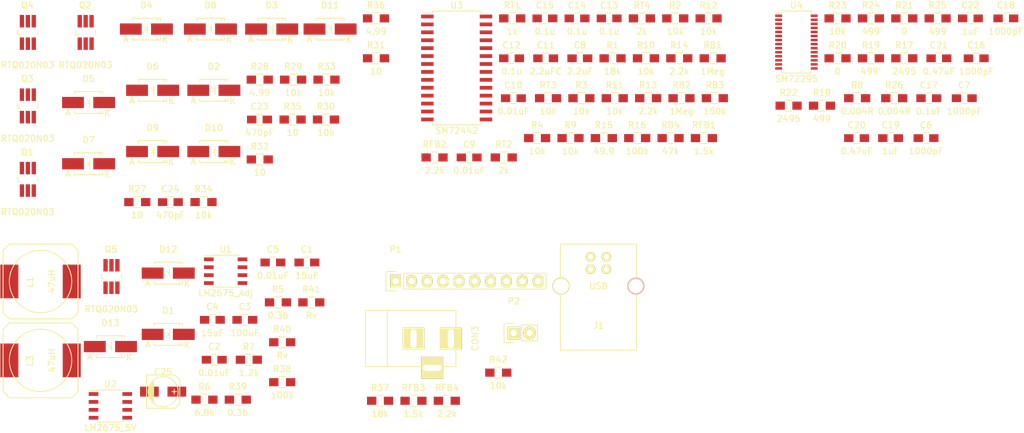
<source format=kicad_pcb>
(kicad_pcb (version 4) (host pcbnew "(2015-02-20 BZR 5437)-product")

  (general
    (links 237)
    (no_connects 237)
    (area 0 0 0 0)
    (thickness 1.6)
    (drawings 0)
    (tracks 0)
    (zones 0)
    (modules 107)
    (nets 71)
  )

  (page A4)
  (layers
    (0 F.Cu signal)
    (31 B.Cu signal)
    (32 B.Adhes user)
    (33 F.Adhes user)
    (34 B.Paste user)
    (35 F.Paste user)
    (36 B.SilkS user)
    (37 F.SilkS user)
    (38 B.Mask user)
    (39 F.Mask user)
    (40 Dwgs.User user)
    (41 Cmts.User user)
    (42 Eco1.User user)
    (43 Eco2.User user)
    (44 Edge.Cuts user)
    (45 Margin user)
    (46 B.CrtYd user)
    (47 F.CrtYd user)
    (48 B.Fab user)
    (49 F.Fab user)
  )

  (setup
    (last_trace_width 0.254)
    (trace_clearance 0.254)
    (zone_clearance 0.508)
    (zone_45_only no)
    (trace_min 0.254)
    (segment_width 0.2)
    (edge_width 0.1)
    (via_size 0.889)
    (via_drill 0.635)
    (via_min_size 0.889)
    (via_min_drill 0.508)
    (uvia_size 0.508)
    (uvia_drill 0.127)
    (uvias_allowed no)
    (uvia_min_size 0.508)
    (uvia_min_drill 0.127)
    (pcb_text_width 0.3)
    (pcb_text_size 1.5 1.5)
    (mod_edge_width 0.15)
    (mod_text_size 1 1)
    (mod_text_width 0.15)
    (pad_size 1.5 1.5)
    (pad_drill 0.6)
    (pad_to_mask_clearance 0)
    (aux_axis_origin 0 0)
    (visible_elements FFFFFF7F)
    (pcbplotparams
      (layerselection 0x00030_80000001)
      (usegerberextensions false)
      (excludeedgelayer true)
      (linewidth 0.100000)
      (plotframeref false)
      (viasonmask false)
      (mode 1)
      (useauxorigin false)
      (hpglpennumber 1)
      (hpglpenspeed 20)
      (hpglpendiameter 15)
      (hpglpenoverlay 2)
      (psnegative false)
      (psa4output false)
      (plotreference true)
      (plotvalue true)
      (plotinvisibletext false)
      (padsonsilk false)
      (subtractmaskfromsilk false)
      (outputformat 1)
      (mirror false)
      (drillshape 1)
      (scaleselection 1)
      (outputdirectory ""))
  )

  (net 0 "")
  (net 1 "Net-(C1-Pad1)")
  (net 2 GNDD)
  (net 3 "Net-(C2-Pad1)")
  (net 4 "Net-(C2-Pad2)")
  (net 5 8VDC)
  (net 6 "Net-(C4-Pad1)")
  (net 7 "Net-(C5-Pad1)")
  (net 8 "Net-(C5-Pad2)")
  (net 9 /MPPT/BIN_OUT)
  (net 10 /MPPT/BOUT_OUT)
  (net 11 "Net-(C8-Pad1)")
  (net 12 5VDC)
  (net 13 "Net-(C12-Pad1)")
  (net 14 "Net-(C13-Pad1)")
  (net 15 "Net-(C14-Pad1)")
  (net 16 "Net-(C15-Pad1)")
  (net 17 "Net-(C16-Pad1)")
  (net 18 "Net-(C18-Pad1)")
  (net 19 "Net-(C20-Pad1)")
  (net 20 /HBridge/HSA)
  (net 21 /HBridge/HSB)
  (net 22 "Net-(C21-Pad2)")
  (net 23 "Net-(C23-Pad2)")
  (net 24 "Net-(C24-Pad2)")
  (net 25 Vin_D)
  (net 26 "Net-(D2-Pad1)")
  (net 27 /HBridge/LOA)
  (net 28 "Net-(D3-Pad1)")
  (net 29 /HBridge/HOA)
  (net 30 Vin)
  (net 31 Vout)
  (net 32 "Net-(D10-Pad1)")
  (net 33 /HBridge/HOB)
  (net 34 "Net-(D11-Pad1)")
  (net 35 /HBridge/LOB)
  (net 36 "Net-(D12-Pad2)")
  (net 37 "Net-(J1-Pad2)")
  (net 38 "Net-(J1-Pad3)")
  (net 39 "Net-(R1-Pad2)")
  (net 40 /Connectors/RST)
  (net 41 "Net-(R4-Pad2)")
  (net 42 "Net-(R6-Pad2)")
  (net 43 +5VD)
  (net 44 "Net-(R9-Pad2)")
  (net 45 "Net-(R10-Pad2)")
  (net 46 "Net-(R11-Pad2)")
  (net 47 "Net-(R12-Pad2)")
  (net 48 /Connectors/SDA_I2C)
  (net 49 /Connectors/SCL_I2C)
  (net 50 "Net-(R16-Pad2)")
  (net 51 "Net-(R18-Pad2)")
  (net 52 "Net-(R19-Pad2)")
  (net 53 /Connectors/BIN)
  (net 54 /Connectors/BOUT)
  (net 55 "Net-(R23-Pad1)")
  (net 56 "Net-(R24-Pad1)")
  (net 57 "Net-(R25-Pad1)")
  (net 58 Vout_D)
  (net 59 "Net-(R40-Pad2)")
  (net 60 "Net-(RFB1-Pad2)")
  (net 61 "Net-(U1-Pad5)")
  (net 62 "Net-(U2-Pad5)")
  (net 63 /MPPT/LIB)
  (net 64 /MPPT/HIB)
  (net 65 /MPPT/HIA)
  (net 66 /MPPT/LIA)
  (net 67 "Net-(P1-Pad2)")
  (net 68 "Net-(P1-Pad3)")
  (net 69 "Net-(U4-Pad15)")
  (net 70 Vbatt)

  (net_class Default "This is the default net class."
    (clearance 0.254)
    (trace_width 0.254)
    (via_dia 0.889)
    (via_drill 0.635)
    (uvia_dia 0.508)
    (uvia_drill 0.127)
    (add_net +5VD)
    (add_net /Connectors/BIN)
    (add_net /Connectors/BOUT)
    (add_net /Connectors/RST)
    (add_net /Connectors/SCL_I2C)
    (add_net /Connectors/SDA_I2C)
    (add_net /HBridge/HOA)
    (add_net /HBridge/HOB)
    (add_net /HBridge/HSA)
    (add_net /HBridge/HSB)
    (add_net /HBridge/LOA)
    (add_net /HBridge/LOB)
    (add_net /MPPT/BIN_OUT)
    (add_net /MPPT/BOUT_OUT)
    (add_net /MPPT/HIA)
    (add_net /MPPT/HIB)
    (add_net /MPPT/LIA)
    (add_net /MPPT/LIB)
    (add_net 5VDC)
    (add_net 8VDC)
    (add_net GNDD)
    (add_net "Net-(C1-Pad1)")
    (add_net "Net-(C12-Pad1)")
    (add_net "Net-(C13-Pad1)")
    (add_net "Net-(C14-Pad1)")
    (add_net "Net-(C15-Pad1)")
    (add_net "Net-(C16-Pad1)")
    (add_net "Net-(C18-Pad1)")
    (add_net "Net-(C2-Pad1)")
    (add_net "Net-(C2-Pad2)")
    (add_net "Net-(C20-Pad1)")
    (add_net "Net-(C21-Pad2)")
    (add_net "Net-(C23-Pad2)")
    (add_net "Net-(C24-Pad2)")
    (add_net "Net-(C4-Pad1)")
    (add_net "Net-(C5-Pad1)")
    (add_net "Net-(C5-Pad2)")
    (add_net "Net-(C8-Pad1)")
    (add_net "Net-(D10-Pad1)")
    (add_net "Net-(D11-Pad1)")
    (add_net "Net-(D12-Pad2)")
    (add_net "Net-(D2-Pad1)")
    (add_net "Net-(D3-Pad1)")
    (add_net "Net-(J1-Pad2)")
    (add_net "Net-(J1-Pad3)")
    (add_net "Net-(P1-Pad2)")
    (add_net "Net-(P1-Pad3)")
    (add_net "Net-(R1-Pad2)")
    (add_net "Net-(R10-Pad2)")
    (add_net "Net-(R11-Pad2)")
    (add_net "Net-(R12-Pad2)")
    (add_net "Net-(R16-Pad2)")
    (add_net "Net-(R18-Pad2)")
    (add_net "Net-(R19-Pad2)")
    (add_net "Net-(R23-Pad1)")
    (add_net "Net-(R24-Pad1)")
    (add_net "Net-(R25-Pad1)")
    (add_net "Net-(R4-Pad2)")
    (add_net "Net-(R40-Pad2)")
    (add_net "Net-(R6-Pad2)")
    (add_net "Net-(R9-Pad2)")
    (add_net "Net-(RFB1-Pad2)")
    (add_net "Net-(U1-Pad5)")
    (add_net "Net-(U2-Pad5)")
    (add_net "Net-(U4-Pad15)")
    (add_net Vbatt)
    (add_net Vin)
    (add_net Vin_D)
    (add_net Vout)
    (add_net Vout_D)
  )

  (module Capacitors_SMD:C_0805_HandSoldering (layer F.Cu) (tedit 541A9B8D) (tstamp 54FD9909)
    (at 50.689001 42.419)
    (descr "Capacitor SMD 0805, hand soldering")
    (tags "capacitor 0805")
    (path /54F0D3D1/54F0ADC1)
    (attr smd)
    (fp_text reference C1 (at 0 -2.1) (layer F.SilkS)
      (effects (font (size 1 1) (thickness 0.15)))
    )
    (fp_text value 15uF (at 0 2.1) (layer F.SilkS)
      (effects (font (size 1 1) (thickness 0.15)))
    )
    (fp_line (start -2.3 -1) (end 2.3 -1) (layer F.CrtYd) (width 0.05))
    (fp_line (start -2.3 1) (end 2.3 1) (layer F.CrtYd) (width 0.05))
    (fp_line (start -2.3 -1) (end -2.3 1) (layer F.CrtYd) (width 0.05))
    (fp_line (start 2.3 -1) (end 2.3 1) (layer F.CrtYd) (width 0.05))
    (fp_line (start 0.5 -0.85) (end -0.5 -0.85) (layer F.SilkS) (width 0.15))
    (fp_line (start -0.5 0.85) (end 0.5 0.85) (layer F.SilkS) (width 0.15))
    (pad 1 smd rect (at -1.25 0) (size 1.5 1.25) (layers F.Cu F.Paste F.Mask)
      (net 1 "Net-(C1-Pad1)"))
    (pad 2 smd rect (at 1.25 0) (size 1.5 1.25) (layers F.Cu F.Paste F.Mask)
      (net 2 GNDD))
    (model Capacitors_SMD/C_0805_HandSoldering.wrl
      (at (xyz 0 0 0))
      (scale (xyz 1 1 1))
      (rotate (xyz 0 0 0))
    )
  )

  (module Capacitors_SMD:C_0805_HandSoldering (layer F.Cu) (tedit 541A9B8D) (tstamp 54FD9915)
    (at 35.826619 58.019)
    (descr "Capacitor SMD 0805, hand soldering")
    (tags "capacitor 0805")
    (path /54F0D3D1/54F0AE96)
    (attr smd)
    (fp_text reference C2 (at 0 -2.1) (layer F.SilkS)
      (effects (font (size 1 1) (thickness 0.15)))
    )
    (fp_text value 0.01uF (at 0 2.1) (layer F.SilkS)
      (effects (font (size 1 1) (thickness 0.15)))
    )
    (fp_line (start -2.3 -1) (end 2.3 -1) (layer F.CrtYd) (width 0.05))
    (fp_line (start -2.3 1) (end 2.3 1) (layer F.CrtYd) (width 0.05))
    (fp_line (start -2.3 -1) (end -2.3 1) (layer F.CrtYd) (width 0.05))
    (fp_line (start 2.3 -1) (end 2.3 1) (layer F.CrtYd) (width 0.05))
    (fp_line (start 0.5 -0.85) (end -0.5 -0.85) (layer F.SilkS) (width 0.15))
    (fp_line (start -0.5 0.85) (end 0.5 0.85) (layer F.SilkS) (width 0.15))
    (pad 1 smd rect (at -1.25 0) (size 1.5 1.25) (layers F.Cu F.Paste F.Mask)
      (net 3 "Net-(C2-Pad1)"))
    (pad 2 smd rect (at 1.25 0) (size 1.5 1.25) (layers F.Cu F.Paste F.Mask)
      (net 4 "Net-(C2-Pad2)"))
    (model Capacitors_SMD/C_0805_HandSoldering.wrl
      (at (xyz 0 0 0))
      (scale (xyz 1 1 1))
      (rotate (xyz 0 0 0))
    )
  )

  (module Capacitors_SMD:C_0805_HandSoldering (layer F.Cu) (tedit 541A9B8D) (tstamp 54FD9921)
    (at 40.738524 51.619)
    (descr "Capacitor SMD 0805, hand soldering")
    (tags "capacitor 0805")
    (path /54F0D3D1/54F0B6E4)
    (attr smd)
    (fp_text reference C3 (at 0 -2.1) (layer F.SilkS)
      (effects (font (size 1 1) (thickness 0.15)))
    )
    (fp_text value 100uF (at 0 2.1) (layer F.SilkS)
      (effects (font (size 1 1) (thickness 0.15)))
    )
    (fp_line (start -2.3 -1) (end 2.3 -1) (layer F.CrtYd) (width 0.05))
    (fp_line (start -2.3 1) (end 2.3 1) (layer F.CrtYd) (width 0.05))
    (fp_line (start -2.3 -1) (end -2.3 1) (layer F.CrtYd) (width 0.05))
    (fp_line (start 2.3 -1) (end 2.3 1) (layer F.CrtYd) (width 0.05))
    (fp_line (start 0.5 -0.85) (end -0.5 -0.85) (layer F.SilkS) (width 0.15))
    (fp_line (start -0.5 0.85) (end 0.5 0.85) (layer F.SilkS) (width 0.15))
    (pad 1 smd rect (at -1.25 0) (size 1.5 1.25) (layers F.Cu F.Paste F.Mask)
      (net 5 8VDC))
    (pad 2 smd rect (at 1.25 0) (size 1.5 1.25) (layers F.Cu F.Paste F.Mask)
      (net 2 GNDD))
    (model Capacitors_SMD/C_0805_HandSoldering.wrl
      (at (xyz 0 0 0))
      (scale (xyz 1 1 1))
      (rotate (xyz 0 0 0))
    )
  )

  (module Capacitors_SMD:C_0805_HandSoldering (layer F.Cu) (tedit 541A9B8D) (tstamp 54FD992D)
    (at 35.529001 51.619)
    (descr "Capacitor SMD 0805, hand soldering")
    (tags "capacitor 0805")
    (path /54F0D3D1/54F88535)
    (attr smd)
    (fp_text reference C4 (at 0 -2.1) (layer F.SilkS)
      (effects (font (size 1 1) (thickness 0.15)))
    )
    (fp_text value 15uF (at 0 2.1) (layer F.SilkS)
      (effects (font (size 1 1) (thickness 0.15)))
    )
    (fp_line (start -2.3 -1) (end 2.3 -1) (layer F.CrtYd) (width 0.05))
    (fp_line (start -2.3 1) (end 2.3 1) (layer F.CrtYd) (width 0.05))
    (fp_line (start -2.3 -1) (end -2.3 1) (layer F.CrtYd) (width 0.05))
    (fp_line (start 2.3 -1) (end 2.3 1) (layer F.CrtYd) (width 0.05))
    (fp_line (start 0.5 -0.85) (end -0.5 -0.85) (layer F.SilkS) (width 0.15))
    (fp_line (start -0.5 0.85) (end 0.5 0.85) (layer F.SilkS) (width 0.15))
    (pad 1 smd rect (at -1.25 0) (size 1.5 1.25) (layers F.Cu F.Paste F.Mask)
      (net 6 "Net-(C4-Pad1)"))
    (pad 2 smd rect (at 1.25 0) (size 1.5 1.25) (layers F.Cu F.Paste F.Mask)
      (net 2 GNDD))
    (model Capacitors_SMD/C_0805_HandSoldering.wrl
      (at (xyz 0 0 0))
      (scale (xyz 1 1 1))
      (rotate (xyz 0 0 0))
    )
  )

  (module Capacitors_SMD:C_0805_HandSoldering (layer F.Cu) (tedit 541A9B8D) (tstamp 54FD9939)
    (at 45.236619 42.419)
    (descr "Capacitor SMD 0805, hand soldering")
    (tags "capacitor 0805")
    (path /54F0D3D1/54F8854A)
    (attr smd)
    (fp_text reference C5 (at 0 -2.1) (layer F.SilkS)
      (effects (font (size 1 1) (thickness 0.15)))
    )
    (fp_text value 0.01uF (at 0 2.1) (layer F.SilkS)
      (effects (font (size 1 1) (thickness 0.15)))
    )
    (fp_line (start -2.3 -1) (end 2.3 -1) (layer F.CrtYd) (width 0.05))
    (fp_line (start -2.3 1) (end 2.3 1) (layer F.CrtYd) (width 0.05))
    (fp_line (start -2.3 -1) (end -2.3 1) (layer F.CrtYd) (width 0.05))
    (fp_line (start 2.3 -1) (end 2.3 1) (layer F.CrtYd) (width 0.05))
    (fp_line (start 0.5 -0.85) (end -0.5 -0.85) (layer F.SilkS) (width 0.15))
    (fp_line (start -0.5 0.85) (end 0.5 0.85) (layer F.SilkS) (width 0.15))
    (pad 1 smd rect (at -1.25 0) (size 1.5 1.25) (layers F.Cu F.Paste F.Mask)
      (net 7 "Net-(C5-Pad1)"))
    (pad 2 smd rect (at 1.25 0) (size 1.5 1.25) (layers F.Cu F.Paste F.Mask)
      (net 8 "Net-(C5-Pad2)"))
    (model Capacitors_SMD/C_0805_HandSoldering.wrl
      (at (xyz 0 0 0))
      (scale (xyz 1 1 1))
      (rotate (xyz 0 0 0))
    )
  )

  (module Capacitors_SMD:C_0805_HandSoldering (layer F.Cu) (tedit 541A9B8D) (tstamp 54FD9945)
    (at 149.974714 22.479)
    (descr "Capacitor SMD 0805, hand soldering")
    (tags "capacitor 0805")
    (path /54F1B969/54F10260)
    (attr smd)
    (fp_text reference C6 (at 0 -2.1) (layer F.SilkS)
      (effects (font (size 1 1) (thickness 0.15)))
    )
    (fp_text value 1000pF (at 0 2.1) (layer F.SilkS)
      (effects (font (size 1 1) (thickness 0.15)))
    )
    (fp_line (start -2.3 -1) (end 2.3 -1) (layer F.CrtYd) (width 0.05))
    (fp_line (start -2.3 1) (end 2.3 1) (layer F.CrtYd) (width 0.05))
    (fp_line (start -2.3 -1) (end -2.3 1) (layer F.CrtYd) (width 0.05))
    (fp_line (start 2.3 -1) (end 2.3 1) (layer F.CrtYd) (width 0.05))
    (fp_line (start 0.5 -0.85) (end -0.5 -0.85) (layer F.SilkS) (width 0.15))
    (fp_line (start -0.5 0.85) (end 0.5 0.85) (layer F.SilkS) (width 0.15))
    (pad 1 smd rect (at -1.25 0) (size 1.5 1.25) (layers F.Cu F.Paste F.Mask)
      (net 9 /MPPT/BIN_OUT))
    (pad 2 smd rect (at 1.25 0) (size 1.5 1.25) (layers F.Cu F.Paste F.Mask)
      (net 2 GNDD))
    (model Capacitors_SMD/C_0805_HandSoldering.wrl
      (at (xyz 0 0 0))
      (scale (xyz 1 1 1))
      (rotate (xyz 0 0 0))
    )
  )

  (module Capacitors_SMD:C_0805_HandSoldering (layer F.Cu) (tedit 541A9B8D) (tstamp 54FD9951)
    (at 156.104714 16.079)
    (descr "Capacitor SMD 0805, hand soldering")
    (tags "capacitor 0805")
    (path /54F1B969/54F10496)
    (attr smd)
    (fp_text reference C7 (at 0 -2.1) (layer F.SilkS)
      (effects (font (size 1 1) (thickness 0.15)))
    )
    (fp_text value 1000pF (at 0 2.1) (layer F.SilkS)
      (effects (font (size 1 1) (thickness 0.15)))
    )
    (fp_line (start -2.3 -1) (end 2.3 -1) (layer F.CrtYd) (width 0.05))
    (fp_line (start -2.3 1) (end 2.3 1) (layer F.CrtYd) (width 0.05))
    (fp_line (start -2.3 -1) (end -2.3 1) (layer F.CrtYd) (width 0.05))
    (fp_line (start 2.3 -1) (end 2.3 1) (layer F.CrtYd) (width 0.05))
    (fp_line (start 0.5 -0.85) (end -0.5 -0.85) (layer F.SilkS) (width 0.15))
    (fp_line (start -0.5 0.85) (end 0.5 0.85) (layer F.SilkS) (width 0.15))
    (pad 1 smd rect (at -1.25 0) (size 1.5 1.25) (layers F.Cu F.Paste F.Mask)
      (net 10 /MPPT/BOUT_OUT))
    (pad 2 smd rect (at 1.25 0) (size 1.5 1.25) (layers F.Cu F.Paste F.Mask)
      (net 2 GNDD))
    (model Capacitors_SMD/C_0805_HandSoldering.wrl
      (at (xyz 0 0 0))
      (scale (xyz 1 1 1))
      (rotate (xyz 0 0 0))
    )
  )

  (module Capacitors_SMD:C_0805_HandSoldering (layer F.Cu) (tedit 541A9B8D) (tstamp 54FD995D)
    (at 94.459001 9.679)
    (descr "Capacitor SMD 0805, hand soldering")
    (tags "capacitor 0805")
    (path /54EE2CC6/54EE339C)
    (attr smd)
    (fp_text reference C8 (at 0 -2.1) (layer F.SilkS)
      (effects (font (size 1 1) (thickness 0.15)))
    )
    (fp_text value 2.2uF (at 0 2.1) (layer F.SilkS)
      (effects (font (size 1 1) (thickness 0.15)))
    )
    (fp_line (start -2.3 -1) (end 2.3 -1) (layer F.CrtYd) (width 0.05))
    (fp_line (start -2.3 1) (end 2.3 1) (layer F.CrtYd) (width 0.05))
    (fp_line (start -2.3 -1) (end -2.3 1) (layer F.CrtYd) (width 0.05))
    (fp_line (start 2.3 -1) (end 2.3 1) (layer F.CrtYd) (width 0.05))
    (fp_line (start 0.5 -0.85) (end -0.5 -0.85) (layer F.SilkS) (width 0.15))
    (fp_line (start -0.5 0.85) (end 0.5 0.85) (layer F.SilkS) (width 0.15))
    (pad 1 smd rect (at -1.25 0) (size 1.5 1.25) (layers F.Cu F.Paste F.Mask)
      (net 11 "Net-(C8-Pad1)"))
    (pad 2 smd rect (at 1.25 0) (size 1.5 1.25) (layers F.Cu F.Paste F.Mask)
      (net 2 GNDD))
    (model Capacitors_SMD/C_0805_HandSoldering.wrl
      (at (xyz 0 0 0))
      (scale (xyz 1 1 1))
      (rotate (xyz 0 0 0))
    )
  )

  (module Capacitors_SMD:C_0805_HandSoldering (layer F.Cu) (tedit 541A9B8D) (tstamp 54FD9969)
    (at 76.706619 25.579)
    (descr "Capacitor SMD 0805, hand soldering")
    (tags "capacitor 0805")
    (path /54EE2CC6/54EE3364)
    (attr smd)
    (fp_text reference C9 (at 0 -2.1) (layer F.SilkS)
      (effects (font (size 1 1) (thickness 0.15)))
    )
    (fp_text value 0.01uF (at 0 2.1) (layer F.SilkS)
      (effects (font (size 1 1) (thickness 0.15)))
    )
    (fp_line (start -2.3 -1) (end 2.3 -1) (layer F.CrtYd) (width 0.05))
    (fp_line (start -2.3 1) (end 2.3 1) (layer F.CrtYd) (width 0.05))
    (fp_line (start -2.3 -1) (end -2.3 1) (layer F.CrtYd) (width 0.05))
    (fp_line (start 2.3 -1) (end 2.3 1) (layer F.CrtYd) (width 0.05))
    (fp_line (start 0.5 -0.85) (end -0.5 -0.85) (layer F.SilkS) (width 0.15))
    (fp_line (start -0.5 0.85) (end 0.5 0.85) (layer F.SilkS) (width 0.15))
    (pad 1 smd rect (at -1.25 0) (size 1.5 1.25) (layers F.Cu F.Paste F.Mask)
      (net 11 "Net-(C8-Pad1)"))
    (pad 2 smd rect (at 1.25 0) (size 1.5 1.25) (layers F.Cu F.Paste F.Mask)
      (net 2 GNDD))
    (model Capacitors_SMD/C_0805_HandSoldering.wrl
      (at (xyz 0 0 0))
      (scale (xyz 1 1 1))
      (rotate (xyz 0 0 0))
    )
  )

  (module Capacitors_SMD:C_0805_HandSoldering (layer F.Cu) (tedit 541A9B8D) (tstamp 54FD9975)
    (at 83.806619 16.079)
    (descr "Capacitor SMD 0805, hand soldering")
    (tags "capacitor 0805")
    (path /54EE2CC6/54EE3663)
    (attr smd)
    (fp_text reference C10 (at 0 -2.1) (layer F.SilkS)
      (effects (font (size 1 1) (thickness 0.15)))
    )
    (fp_text value 0.01uF (at 0 2.1) (layer F.SilkS)
      (effects (font (size 1 1) (thickness 0.15)))
    )
    (fp_line (start -2.3 -1) (end 2.3 -1) (layer F.CrtYd) (width 0.05))
    (fp_line (start -2.3 1) (end 2.3 1) (layer F.CrtYd) (width 0.05))
    (fp_line (start -2.3 -1) (end -2.3 1) (layer F.CrtYd) (width 0.05))
    (fp_line (start 2.3 -1) (end 2.3 1) (layer F.CrtYd) (width 0.05))
    (fp_line (start 0.5 -0.85) (end -0.5 -0.85) (layer F.SilkS) (width 0.15))
    (fp_line (start -0.5 0.85) (end 0.5 0.85) (layer F.SilkS) (width 0.15))
    (pad 1 smd rect (at -1.25 0) (size 1.5 1.25) (layers F.Cu F.Paste F.Mask)
      (net 12 5VDC))
    (pad 2 smd rect (at 1.25 0) (size 1.5 1.25) (layers F.Cu F.Paste F.Mask)
      (net 2 GNDD))
    (model Capacitors_SMD/C_0805_HandSoldering.wrl
      (at (xyz 0 0 0))
      (scale (xyz 1 1 1))
      (rotate (xyz 0 0 0))
    )
  )

  (module Capacitors_SMD:C_0805_HandSoldering (layer F.Cu) (tedit 541A9B8D) (tstamp 54FD9981)
    (at 88.980428 9.679)
    (descr "Capacitor SMD 0805, hand soldering")
    (tags "capacitor 0805")
    (path /54EE2CC6/54EE3694)
    (attr smd)
    (fp_text reference C11 (at 0 -2.1) (layer F.SilkS)
      (effects (font (size 1 1) (thickness 0.15)))
    )
    (fp_text value 2.2uFC (at 0 2.1) (layer F.SilkS)
      (effects (font (size 1 1) (thickness 0.15)))
    )
    (fp_line (start -2.3 -1) (end 2.3 -1) (layer F.CrtYd) (width 0.05))
    (fp_line (start -2.3 1) (end 2.3 1) (layer F.CrtYd) (width 0.05))
    (fp_line (start -2.3 -1) (end -2.3 1) (layer F.CrtYd) (width 0.05))
    (fp_line (start 2.3 -1) (end 2.3 1) (layer F.CrtYd) (width 0.05))
    (fp_line (start 0.5 -0.85) (end -0.5 -0.85) (layer F.SilkS) (width 0.15))
    (fp_line (start -0.5 0.85) (end 0.5 0.85) (layer F.SilkS) (width 0.15))
    (pad 1 smd rect (at -1.25 0) (size 1.5 1.25) (layers F.Cu F.Paste F.Mask)
      (net 12 5VDC))
    (pad 2 smd rect (at 1.25 0) (size 1.5 1.25) (layers F.Cu F.Paste F.Mask)
      (net 2 GNDD))
    (model Capacitors_SMD/C_0805_HandSoldering.wrl
      (at (xyz 0 0 0))
      (scale (xyz 1 1 1))
      (rotate (xyz 0 0 0))
    )
  )

  (module Capacitors_SMD:C_0805_HandSoldering (layer F.Cu) (tedit 541A9B8D) (tstamp 54FD998D)
    (at 83.509001 9.679)
    (descr "Capacitor SMD 0805, hand soldering")
    (tags "capacitor 0805")
    (path /54EE2CC6/54EE4DBA)
    (attr smd)
    (fp_text reference C12 (at 0 -2.1) (layer F.SilkS)
      (effects (font (size 1 1) (thickness 0.15)))
    )
    (fp_text value 0.1u (at 0 2.1) (layer F.SilkS)
      (effects (font (size 1 1) (thickness 0.15)))
    )
    (fp_line (start -2.3 -1) (end 2.3 -1) (layer F.CrtYd) (width 0.05))
    (fp_line (start -2.3 1) (end 2.3 1) (layer F.CrtYd) (width 0.05))
    (fp_line (start -2.3 -1) (end -2.3 1) (layer F.CrtYd) (width 0.05))
    (fp_line (start 2.3 -1) (end 2.3 1) (layer F.CrtYd) (width 0.05))
    (fp_line (start 0.5 -0.85) (end -0.5 -0.85) (layer F.SilkS) (width 0.15))
    (fp_line (start -0.5 0.85) (end 0.5 0.85) (layer F.SilkS) (width 0.15))
    (pad 1 smd rect (at -1.25 0) (size 1.5 1.25) (layers F.Cu F.Paste F.Mask)
      (net 13 "Net-(C12-Pad1)"))
    (pad 2 smd rect (at 1.25 0) (size 1.5 1.25) (layers F.Cu F.Paste F.Mask)
      (net 2 GNDD))
    (model Capacitors_SMD/C_0805_HandSoldering.wrl
      (at (xyz 0 0 0))
      (scale (xyz 1 1 1))
      (rotate (xyz 0 0 0))
    )
  )

  (module Capacitors_SMD:C_0805_HandSoldering (layer F.Cu) (tedit 541A9B8D) (tstamp 54FD9999)
    (at 99.159001 3.279)
    (descr "Capacitor SMD 0805, hand soldering")
    (tags "capacitor 0805")
    (path /54EE2CC6/54EE55EF)
    (attr smd)
    (fp_text reference C13 (at 0 -2.1) (layer F.SilkS)
      (effects (font (size 1 1) (thickness 0.15)))
    )
    (fp_text value 0.1u (at 0 2.1) (layer F.SilkS)
      (effects (font (size 1 1) (thickness 0.15)))
    )
    (fp_line (start -2.3 -1) (end 2.3 -1) (layer F.CrtYd) (width 0.05))
    (fp_line (start -2.3 1) (end 2.3 1) (layer F.CrtYd) (width 0.05))
    (fp_line (start -2.3 -1) (end -2.3 1) (layer F.CrtYd) (width 0.05))
    (fp_line (start 2.3 -1) (end 2.3 1) (layer F.CrtYd) (width 0.05))
    (fp_line (start 0.5 -0.85) (end -0.5 -0.85) (layer F.SilkS) (width 0.15))
    (fp_line (start -0.5 0.85) (end 0.5 0.85) (layer F.SilkS) (width 0.15))
    (pad 1 smd rect (at -1.25 0) (size 1.5 1.25) (layers F.Cu F.Paste F.Mask)
      (net 14 "Net-(C13-Pad1)"))
    (pad 2 smd rect (at 1.25 0) (size 1.5 1.25) (layers F.Cu F.Paste F.Mask)
      (net 2 GNDD))
    (model Capacitors_SMD/C_0805_HandSoldering.wrl
      (at (xyz 0 0 0))
      (scale (xyz 1 1 1))
      (rotate (xyz 0 0 0))
    )
  )

  (module Capacitors_SMD:C_0805_HandSoldering (layer F.Cu) (tedit 541A9B8D) (tstamp 54FD99A5)
    (at 94.009001 3.279)
    (descr "Capacitor SMD 0805, hand soldering")
    (tags "capacitor 0805")
    (path /54EE2CC6/54EE5C0B)
    (attr smd)
    (fp_text reference C14 (at 0 -2.1) (layer F.SilkS)
      (effects (font (size 1 1) (thickness 0.15)))
    )
    (fp_text value 0.1u (at 0 2.1) (layer F.SilkS)
      (effects (font (size 1 1) (thickness 0.15)))
    )
    (fp_line (start -2.3 -1) (end 2.3 -1) (layer F.CrtYd) (width 0.05))
    (fp_line (start -2.3 1) (end 2.3 1) (layer F.CrtYd) (width 0.05))
    (fp_line (start -2.3 -1) (end -2.3 1) (layer F.CrtYd) (width 0.05))
    (fp_line (start 2.3 -1) (end 2.3 1) (layer F.CrtYd) (width 0.05))
    (fp_line (start 0.5 -0.85) (end -0.5 -0.85) (layer F.SilkS) (width 0.15))
    (fp_line (start -0.5 0.85) (end 0.5 0.85) (layer F.SilkS) (width 0.15))
    (pad 1 smd rect (at -1.25 0) (size 1.5 1.25) (layers F.Cu F.Paste F.Mask)
      (net 15 "Net-(C14-Pad1)"))
    (pad 2 smd rect (at 1.25 0) (size 1.5 1.25) (layers F.Cu F.Paste F.Mask)
      (net 2 GNDD))
    (model Capacitors_SMD/C_0805_HandSoldering.wrl
      (at (xyz 0 0 0))
      (scale (xyz 1 1 1))
      (rotate (xyz 0 0 0))
    )
  )

  (module Capacitors_SMD:C_0805_HandSoldering (layer F.Cu) (tedit 541A9B8D) (tstamp 54FD99B1)
    (at 88.859001 3.279)
    (descr "Capacitor SMD 0805, hand soldering")
    (tags "capacitor 0805")
    (path /54EE2CC6/54EE5C17)
    (attr smd)
    (fp_text reference C15 (at 0 -2.1) (layer F.SilkS)
      (effects (font (size 1 1) (thickness 0.15)))
    )
    (fp_text value 0.1u (at 0 2.1) (layer F.SilkS)
      (effects (font (size 1 1) (thickness 0.15)))
    )
    (fp_line (start -2.3 -1) (end 2.3 -1) (layer F.CrtYd) (width 0.05))
    (fp_line (start -2.3 1) (end 2.3 1) (layer F.CrtYd) (width 0.05))
    (fp_line (start -2.3 -1) (end -2.3 1) (layer F.CrtYd) (width 0.05))
    (fp_line (start 2.3 -1) (end 2.3 1) (layer F.CrtYd) (width 0.05))
    (fp_line (start 0.5 -0.85) (end -0.5 -0.85) (layer F.SilkS) (width 0.15))
    (fp_line (start -0.5 0.85) (end 0.5 0.85) (layer F.SilkS) (width 0.15))
    (pad 1 smd rect (at -1.25 0) (size 1.5 1.25) (layers F.Cu F.Paste F.Mask)
      (net 16 "Net-(C15-Pad1)"))
    (pad 2 smd rect (at 1.25 0) (size 1.5 1.25) (layers F.Cu F.Paste F.Mask)
      (net 2 GNDD))
    (model Capacitors_SMD/C_0805_HandSoldering.wrl
      (at (xyz 0 0 0))
      (scale (xyz 1 1 1))
      (rotate (xyz 0 0 0))
    )
  )

  (module Capacitors_SMD:C_0805_HandSoldering (layer F.Cu) (tedit 541A9B8D) (tstamp 54FD99BD)
    (at 158.024714 9.679)
    (descr "Capacitor SMD 0805, hand soldering")
    (tags "capacitor 0805")
    (path /54F1B969/54F26CD0)
    (attr smd)
    (fp_text reference C16 (at 0 -2.1) (layer F.SilkS)
      (effects (font (size 1 1) (thickness 0.15)))
    )
    (fp_text value 1000pF (at 0 2.1) (layer F.SilkS)
      (effects (font (size 1 1) (thickness 0.15)))
    )
    (fp_line (start -2.3 -1) (end 2.3 -1) (layer F.CrtYd) (width 0.05))
    (fp_line (start -2.3 1) (end 2.3 1) (layer F.CrtYd) (width 0.05))
    (fp_line (start -2.3 -1) (end -2.3 1) (layer F.CrtYd) (width 0.05))
    (fp_line (start 2.3 -1) (end 2.3 1) (layer F.CrtYd) (width 0.05))
    (fp_line (start 0.5 -0.85) (end -0.5 -0.85) (layer F.SilkS) (width 0.15))
    (fp_line (start -0.5 0.85) (end 0.5 0.85) (layer F.SilkS) (width 0.15))
    (pad 1 smd rect (at -1.25 0) (size 1.5 1.25) (layers F.Cu F.Paste F.Mask)
      (net 17 "Net-(C16-Pad1)"))
    (pad 2 smd rect (at 1.25 0) (size 1.5 1.25) (layers F.Cu F.Paste F.Mask)
      (net 2 GNDD))
    (model Capacitors_SMD/C_0805_HandSoldering.wrl
      (at (xyz 0 0 0))
      (scale (xyz 1 1 1))
      (rotate (xyz 0 0 0))
    )
  )

  (module Capacitors_SMD:C_0805_HandSoldering (layer F.Cu) (tedit 541A9B8D) (tstamp 54FD99C9)
    (at 150.419001 16.079)
    (descr "Capacitor SMD 0805, hand soldering")
    (tags "capacitor 0805")
    (path /54F1B969/54F0FDE9)
    (attr smd)
    (fp_text reference C17 (at 0 -2.1) (layer F.SilkS)
      (effects (font (size 1 1) (thickness 0.15)))
    )
    (fp_text value 0.1uF (at 0 2.1) (layer F.SilkS)
      (effects (font (size 1 1) (thickness 0.15)))
    )
    (fp_line (start -2.3 -1) (end 2.3 -1) (layer F.CrtYd) (width 0.05))
    (fp_line (start -2.3 1) (end 2.3 1) (layer F.CrtYd) (width 0.05))
    (fp_line (start -2.3 -1) (end -2.3 1) (layer F.CrtYd) (width 0.05))
    (fp_line (start 2.3 -1) (end 2.3 1) (layer F.CrtYd) (width 0.05))
    (fp_line (start 0.5 -0.85) (end -0.5 -0.85) (layer F.SilkS) (width 0.15))
    (fp_line (start -0.5 0.85) (end 0.5 0.85) (layer F.SilkS) (width 0.15))
    (pad 1 smd rect (at -1.25 0) (size 1.5 1.25) (layers F.Cu F.Paste F.Mask)
      (net 12 5VDC))
    (pad 2 smd rect (at 1.25 0) (size 1.5 1.25) (layers F.Cu F.Paste F.Mask)
      (net 2 GNDD))
    (model Capacitors_SMD/C_0805_HandSoldering.wrl
      (at (xyz 0 0 0))
      (scale (xyz 1 1 1))
      (rotate (xyz 0 0 0))
    )
  )

  (module Capacitors_SMD:C_0805_HandSoldering (layer F.Cu) (tedit 541A9B8D) (tstamp 54FD99D5)
    (at 162.774714 3.279)
    (descr "Capacitor SMD 0805, hand soldering")
    (tags "capacitor 0805")
    (path /54F1B969/54F27F2A)
    (attr smd)
    (fp_text reference C18 (at 0 -2.1) (layer F.SilkS)
      (effects (font (size 1 1) (thickness 0.15)))
    )
    (fp_text value 1000pF (at 0 2.1) (layer F.SilkS)
      (effects (font (size 1 1) (thickness 0.15)))
    )
    (fp_line (start -2.3 -1) (end 2.3 -1) (layer F.CrtYd) (width 0.05))
    (fp_line (start -2.3 1) (end 2.3 1) (layer F.CrtYd) (width 0.05))
    (fp_line (start -2.3 -1) (end -2.3 1) (layer F.CrtYd) (width 0.05))
    (fp_line (start 2.3 -1) (end 2.3 1) (layer F.CrtYd) (width 0.05))
    (fp_line (start 0.5 -0.85) (end -0.5 -0.85) (layer F.SilkS) (width 0.15))
    (fp_line (start -0.5 0.85) (end 0.5 0.85) (layer F.SilkS) (width 0.15))
    (pad 1 smd rect (at -1.25 0) (size 1.5 1.25) (layers F.Cu F.Paste F.Mask)
      (net 18 "Net-(C18-Pad1)"))
    (pad 2 smd rect (at 1.25 0) (size 1.5 1.25) (layers F.Cu F.Paste F.Mask)
      (net 2 GNDD))
    (model Capacitors_SMD/C_0805_HandSoldering.wrl
      (at (xyz 0 0 0))
      (scale (xyz 1 1 1))
      (rotate (xyz 0 0 0))
    )
  )

  (module Capacitors_SMD:C_0805_HandSoldering (layer F.Cu) (tedit 541A9B8D) (tstamp 54FD99E1)
    (at 144.289001 22.479)
    (descr "Capacitor SMD 0805, hand soldering")
    (tags "capacitor 0805")
    (path /54F1B969/54F0F69B)
    (attr smd)
    (fp_text reference C19 (at 0 -2.1) (layer F.SilkS)
      (effects (font (size 1 1) (thickness 0.15)))
    )
    (fp_text value 1uF (at 0 2.1) (layer F.SilkS)
      (effects (font (size 1 1) (thickness 0.15)))
    )
    (fp_line (start -2.3 -1) (end 2.3 -1) (layer F.CrtYd) (width 0.05))
    (fp_line (start -2.3 1) (end 2.3 1) (layer F.CrtYd) (width 0.05))
    (fp_line (start -2.3 -1) (end -2.3 1) (layer F.CrtYd) (width 0.05))
    (fp_line (start 2.3 -1) (end 2.3 1) (layer F.CrtYd) (width 0.05))
    (fp_line (start 0.5 -0.85) (end -0.5 -0.85) (layer F.SilkS) (width 0.15))
    (fp_line (start -0.5 0.85) (end 0.5 0.85) (layer F.SilkS) (width 0.15))
    (pad 1 smd rect (at -1.25 0) (size 1.5 1.25) (layers F.Cu F.Paste F.Mask)
      (net 5 8VDC))
    (pad 2 smd rect (at 1.25 0) (size 1.5 1.25) (layers F.Cu F.Paste F.Mask)
      (net 2 GNDD))
    (model Capacitors_SMD/C_0805_HandSoldering.wrl
      (at (xyz 0 0 0))
      (scale (xyz 1 1 1))
      (rotate (xyz 0 0 0))
    )
  )

  (module Capacitors_SMD:C_0805_HandSoldering (layer F.Cu) (tedit 541A9B8D) (tstamp 54FD99ED)
    (at 138.836619 22.479)
    (descr "Capacitor SMD 0805, hand soldering")
    (tags "capacitor 0805")
    (path /54F1B969/54F1BCC0)
    (attr smd)
    (fp_text reference C20 (at 0 -2.1) (layer F.SilkS)
      (effects (font (size 1 1) (thickness 0.15)))
    )
    (fp_text value 0.47uF (at 0 2.1) (layer F.SilkS)
      (effects (font (size 1 1) (thickness 0.15)))
    )
    (fp_line (start -2.3 -1) (end 2.3 -1) (layer F.CrtYd) (width 0.05))
    (fp_line (start -2.3 1) (end 2.3 1) (layer F.CrtYd) (width 0.05))
    (fp_line (start -2.3 -1) (end -2.3 1) (layer F.CrtYd) (width 0.05))
    (fp_line (start 2.3 -1) (end 2.3 1) (layer F.CrtYd) (width 0.05))
    (fp_line (start 0.5 -0.85) (end -0.5 -0.85) (layer F.SilkS) (width 0.15))
    (fp_line (start -0.5 0.85) (end 0.5 0.85) (layer F.SilkS) (width 0.15))
    (pad 1 smd rect (at -1.25 0) (size 1.5 1.25) (layers F.Cu F.Paste F.Mask)
      (net 19 "Net-(C20-Pad1)"))
    (pad 2 smd rect (at 1.25 0) (size 1.5 1.25) (layers F.Cu F.Paste F.Mask)
      (net 20 /HBridge/HSA))
    (model Capacitors_SMD/C_0805_HandSoldering.wrl
      (at (xyz 0 0 0))
      (scale (xyz 1 1 1))
      (rotate (xyz 0 0 0))
    )
  )

  (module Capacitors_SMD:C_0805_HandSoldering (layer F.Cu) (tedit 541A9B8D) (tstamp 54FD99F9)
    (at 152.036619 9.679)
    (descr "Capacitor SMD 0805, hand soldering")
    (tags "capacitor 0805")
    (path /54F1B969/54F221D1)
    (attr smd)
    (fp_text reference C21 (at 0 -2.1) (layer F.SilkS)
      (effects (font (size 1 1) (thickness 0.15)))
    )
    (fp_text value 0.47uF (at 0 2.1) (layer F.SilkS)
      (effects (font (size 1 1) (thickness 0.15)))
    )
    (fp_line (start -2.3 -1) (end 2.3 -1) (layer F.CrtYd) (width 0.05))
    (fp_line (start -2.3 1) (end 2.3 1) (layer F.CrtYd) (width 0.05))
    (fp_line (start -2.3 -1) (end -2.3 1) (layer F.CrtYd) (width 0.05))
    (fp_line (start 2.3 -1) (end 2.3 1) (layer F.CrtYd) (width 0.05))
    (fp_line (start 0.5 -0.85) (end -0.5 -0.85) (layer F.SilkS) (width 0.15))
    (fp_line (start -0.5 0.85) (end 0.5 0.85) (layer F.SilkS) (width 0.15))
    (pad 1 smd rect (at -1.25 0) (size 1.5 1.25) (layers F.Cu F.Paste F.Mask)
      (net 21 /HBridge/HSB))
    (pad 2 smd rect (at 1.25 0) (size 1.5 1.25) (layers F.Cu F.Paste F.Mask)
      (net 22 "Net-(C21-Pad2)"))
    (model Capacitors_SMD/C_0805_HandSoldering.wrl
      (at (xyz 0 0 0))
      (scale (xyz 1 1 1))
      (rotate (xyz 0 0 0))
    )
  )

  (module Capacitors_SMD:C_0805_HandSoldering (layer F.Cu) (tedit 541A9B8D) (tstamp 54FD9A05)
    (at 157.089001 3.279)
    (descr "Capacitor SMD 0805, hand soldering")
    (tags "capacitor 0805")
    (path /54F1B969/54F0F7D6)
    (attr smd)
    (fp_text reference C22 (at 0 -2.1) (layer F.SilkS)
      (effects (font (size 1 1) (thickness 0.15)))
    )
    (fp_text value 1uF (at 0 2.1) (layer F.SilkS)
      (effects (font (size 1 1) (thickness 0.15)))
    )
    (fp_line (start -2.3 -1) (end 2.3 -1) (layer F.CrtYd) (width 0.05))
    (fp_line (start -2.3 1) (end 2.3 1) (layer F.CrtYd) (width 0.05))
    (fp_line (start -2.3 -1) (end -2.3 1) (layer F.CrtYd) (width 0.05))
    (fp_line (start 2.3 -1) (end 2.3 1) (layer F.CrtYd) (width 0.05))
    (fp_line (start 0.5 -0.85) (end -0.5 -0.85) (layer F.SilkS) (width 0.15))
    (fp_line (start -0.5 0.85) (end 0.5 0.85) (layer F.SilkS) (width 0.15))
    (pad 1 smd rect (at -1.25 0) (size 1.5 1.25) (layers F.Cu F.Paste F.Mask)
      (net 5 8VDC))
    (pad 2 smd rect (at 1.25 0) (size 1.5 1.25) (layers F.Cu F.Paste F.Mask)
      (net 2 GNDD))
    (model Capacitors_SMD/C_0805_HandSoldering.wrl
      (at (xyz 0 0 0))
      (scale (xyz 1 1 1))
      (rotate (xyz 0 0 0))
    )
  )

  (module Capacitors_SMD:C_0805_HandSoldering (layer F.Cu) (tedit 541A9B8D) (tstamp 54FD9A11)
    (at 43.088524 19.499)
    (descr "Capacitor SMD 0805, hand soldering")
    (tags "capacitor 0805")
    (path /54F1FD2A/54F1B2F5)
    (attr smd)
    (fp_text reference C23 (at 0 -2.1) (layer F.SilkS)
      (effects (font (size 1 1) (thickness 0.15)))
    )
    (fp_text value 470pF (at 0 2.1) (layer F.SilkS)
      (effects (font (size 1 1) (thickness 0.15)))
    )
    (fp_line (start -2.3 -1) (end 2.3 -1) (layer F.CrtYd) (width 0.05))
    (fp_line (start -2.3 1) (end 2.3 1) (layer F.CrtYd) (width 0.05))
    (fp_line (start -2.3 -1) (end -2.3 1) (layer F.CrtYd) (width 0.05))
    (fp_line (start 2.3 -1) (end 2.3 1) (layer F.CrtYd) (width 0.05))
    (fp_line (start 0.5 -0.85) (end -0.5 -0.85) (layer F.SilkS) (width 0.15))
    (fp_line (start -0.5 0.85) (end 0.5 0.85) (layer F.SilkS) (width 0.15))
    (pad 1 smd rect (at -1.25 0) (size 1.5 1.25) (layers F.Cu F.Paste F.Mask)
      (net 20 /HBridge/HSA))
    (pad 2 smd rect (at 1.25 0) (size 1.5 1.25) (layers F.Cu F.Paste F.Mask)
      (net 23 "Net-(C23-Pad2)"))
    (model Capacitors_SMD/C_0805_HandSoldering.wrl
      (at (xyz 0 0 0))
      (scale (xyz 1 1 1))
      (rotate (xyz 0 0 0))
    )
  )

  (module Capacitors_SMD:C_0805_HandSoldering (layer F.Cu) (tedit 541A9B8D) (tstamp 54FD9A1D)
    (at 28.798524 32.739)
    (descr "Capacitor SMD 0805, hand soldering")
    (tags "capacitor 0805")
    (path /54F1FD2A/54F1CF9D)
    (attr smd)
    (fp_text reference C24 (at 0 -2.1) (layer F.SilkS)
      (effects (font (size 1 1) (thickness 0.15)))
    )
    (fp_text value 470pF (at 0 2.1) (layer F.SilkS)
      (effects (font (size 1 1) (thickness 0.15)))
    )
    (fp_line (start -2.3 -1) (end 2.3 -1) (layer F.CrtYd) (width 0.05))
    (fp_line (start -2.3 1) (end 2.3 1) (layer F.CrtYd) (width 0.05))
    (fp_line (start -2.3 -1) (end -2.3 1) (layer F.CrtYd) (width 0.05))
    (fp_line (start 2.3 -1) (end 2.3 1) (layer F.CrtYd) (width 0.05))
    (fp_line (start 0.5 -0.85) (end -0.5 -0.85) (layer F.SilkS) (width 0.15))
    (fp_line (start -0.5 0.85) (end 0.5 0.85) (layer F.SilkS) (width 0.15))
    (pad 1 smd rect (at -1.25 0) (size 1.5 1.25) (layers F.Cu F.Paste F.Mask)
      (net 21 /HBridge/HSB))
    (pad 2 smd rect (at 1.25 0) (size 1.5 1.25) (layers F.Cu F.Paste F.Mask)
      (net 24 "Net-(C24-Pad2)"))
    (model Capacitors_SMD/C_0805_HandSoldering.wrl
      (at (xyz 0 0 0))
      (scale (xyz 1 1 1))
      (rotate (xyz 0 0 0))
    )
  )

  (module Capacitors_SMD:c_elec_5x5.3 (layer F.Cu) (tedit 540403A8) (tstamp 54FD9A33)
    (at 27.63351 63.134)
    (descr "SMT capacitor, aluminium electrolytic, 5x5.3")
    (path /54F0D3D1/54F88575)
    (fp_text reference C25 (at 0 -3.175) (layer F.SilkS)
      (effects (font (size 1 1) (thickness 0.15)))
    )
    (fp_text value 100uF (at 0 3.175) (layer F.SilkS) hide
      (effects (font (size 1 1) (thickness 0.15)))
    )
    (fp_line (start -2.286 -0.635) (end -2.286 0.762) (layer F.SilkS) (width 0.15))
    (fp_line (start -2.159 -0.889) (end -2.159 0.889) (layer F.SilkS) (width 0.15))
    (fp_line (start -2.032 -1.27) (end -2.032 1.27) (layer F.SilkS) (width 0.15))
    (fp_line (start -1.905 1.397) (end -1.905 -1.397) (layer F.SilkS) (width 0.15))
    (fp_line (start -1.778 -1.524) (end -1.778 1.524) (layer F.SilkS) (width 0.15))
    (fp_line (start -1.651 1.651) (end -1.651 -1.651) (layer F.SilkS) (width 0.15))
    (fp_line (start -1.524 -1.778) (end -1.524 1.778) (layer F.SilkS) (width 0.15))
    (fp_circle (center 0 0) (end -2.413 0) (layer F.SilkS) (width 0.15))
    (fp_line (start -2.667 -2.667) (end 1.905 -2.667) (layer F.SilkS) (width 0.15))
    (fp_line (start 1.905 -2.667) (end 2.667 -1.905) (layer F.SilkS) (width 0.15))
    (fp_line (start 2.667 -1.905) (end 2.667 1.905) (layer F.SilkS) (width 0.15))
    (fp_line (start 2.667 1.905) (end 1.905 2.667) (layer F.SilkS) (width 0.15))
    (fp_line (start 1.905 2.667) (end -2.667 2.667) (layer F.SilkS) (width 0.15))
    (fp_line (start -2.667 2.667) (end -2.667 -2.667) (layer F.SilkS) (width 0.15))
    (fp_line (start 2.159 0) (end 1.397 0) (layer F.SilkS) (width 0.15))
    (fp_line (start 1.778 -0.381) (end 1.778 0.381) (layer F.SilkS) (width 0.15))
    (pad 1 smd rect (at 2.19964 0) (size 2.99974 1.6002) (layers F.Cu F.Paste F.Mask)
      (net 12 5VDC))
    (pad 2 smd rect (at -2.19964 0) (size 2.99974 1.6002) (layers F.Cu F.Paste F.Mask)
      (net 2 GNDD))
    (model Capacitors_SMD/c_elec_5x5.3.wrl
      (at (xyz 0 0 0))
      (scale (xyz 1 1 1))
      (rotate (xyz 0 0 0))
    )
  )

  (module Diodes_SMD:Diode-SMA_Handsoldering (layer F.Cu) (tedit 5403E4F0) (tstamp 54FD9A52)
    (at 28.45342 53.949)
    (descr "Diode SMA Handsoldering")
    (tags "Diode SMA Handsoldering")
    (path /54F0D3D1/54F0D419)
    (attr smd)
    (fp_text reference D1 (at 0 -3.81) (layer F.SilkS)
      (effects (font (size 1 1) (thickness 0.15)))
    )
    (fp_text value DIODESCH (at 0 3.81) (layer F.SilkS) hide
      (effects (font (size 1 1) (thickness 0.15)))
    )
    (fp_line (start 0.20066 -0.65024) (end 0.20066 0.65024) (layer F.SilkS) (width 0.15))
    (fp_line (start 0.20066 0) (end -0.20066 0.24892) (layer F.SilkS) (width 0.15))
    (fp_line (start 0.20066 0) (end -0.20066 -0.29972) (layer F.SilkS) (width 0.15))
    (fp_text user A (at -3.29946 1.6002) (layer F.SilkS)
      (effects (font (size 1 1) (thickness 0.15)))
    )
    (fp_text user K (at 2.99974 1.69926) (layer F.SilkS)
      (effects (font (size 1 1) (thickness 0.15)))
    )
    (fp_line (start 1.80086 1.75006) (end 1.80086 1.39954) (layer F.SilkS) (width 0.15))
    (fp_line (start 1.80086 -1.75006) (end 1.80086 -1.39954) (layer F.SilkS) (width 0.15))
    (fp_line (start 2.25044 1.75006) (end 2.25044 1.39954) (layer F.SilkS) (width 0.15))
    (fp_line (start -2.25044 1.75006) (end -2.25044 1.39954) (layer F.SilkS) (width 0.15))
    (fp_line (start -2.25044 -1.75006) (end -2.25044 -1.39954) (layer F.SilkS) (width 0.15))
    (fp_line (start 2.25044 -1.75006) (end 2.25044 -1.39954) (layer F.SilkS) (width 0.15))
    (fp_line (start -2.25044 1.75006) (end 2.25044 1.75006) (layer F.SilkS) (width 0.15))
    (fp_line (start -2.25044 -1.75006) (end 2.25044 -1.75006) (layer F.SilkS) (width 0.15))
    (pad 1 smd rect (at -2.49936 0) (size 3.50012 1.80086) (layers F.Cu F.Paste F.Mask)
      (net 2 GNDD))
    (pad 2 smd rect (at 2.49936 0) (size 3.50012 1.80086) (layers F.Cu F.Paste F.Mask)
      (net 4 "Net-(C2-Pad2)"))
    (model Diodes_SMD/Diode-SMA_Handsoldering.wrl
      (at (xyz 0 0 0))
      (scale (xyz 0.3937 0.3937 0.3937))
      (rotate (xyz 0 0 0))
    )
  )

  (module Diodes_SMD:Diode-SMA_Handsoldering (layer F.Cu) (tedit 5403E4F0) (tstamp 54FD9A65)
    (at 35.766143 14.809)
    (descr "Diode SMA Handsoldering")
    (tags "Diode SMA Handsoldering")
    (path /54F1FD2A/54F17289)
    (attr smd)
    (fp_text reference D2 (at 0 -3.81) (layer F.SilkS)
      (effects (font (size 1 1) (thickness 0.15)))
    )
    (fp_text value MBR130T1G (at 0 3.81) (layer F.SilkS) hide
      (effects (font (size 1 1) (thickness 0.15)))
    )
    (fp_line (start 0.20066 -0.65024) (end 0.20066 0.65024) (layer F.SilkS) (width 0.15))
    (fp_line (start 0.20066 0) (end -0.20066 0.24892) (layer F.SilkS) (width 0.15))
    (fp_line (start 0.20066 0) (end -0.20066 -0.29972) (layer F.SilkS) (width 0.15))
    (fp_text user A (at -3.29946 1.6002) (layer F.SilkS)
      (effects (font (size 1 1) (thickness 0.15)))
    )
    (fp_text user K (at 2.99974 1.69926) (layer F.SilkS)
      (effects (font (size 1 1) (thickness 0.15)))
    )
    (fp_line (start 1.80086 1.75006) (end 1.80086 1.39954) (layer F.SilkS) (width 0.15))
    (fp_line (start 1.80086 -1.75006) (end 1.80086 -1.39954) (layer F.SilkS) (width 0.15))
    (fp_line (start 2.25044 1.75006) (end 2.25044 1.39954) (layer F.SilkS) (width 0.15))
    (fp_line (start -2.25044 1.75006) (end -2.25044 1.39954) (layer F.SilkS) (width 0.15))
    (fp_line (start -2.25044 -1.75006) (end -2.25044 -1.39954) (layer F.SilkS) (width 0.15))
    (fp_line (start 2.25044 -1.75006) (end 2.25044 -1.39954) (layer F.SilkS) (width 0.15))
    (fp_line (start -2.25044 1.75006) (end 2.25044 1.75006) (layer F.SilkS) (width 0.15))
    (fp_line (start -2.25044 -1.75006) (end 2.25044 -1.75006) (layer F.SilkS) (width 0.15))
    (pad 1 smd rect (at -2.49936 0) (size 3.50012 1.80086) (layers F.Cu F.Paste F.Mask)
      (net 26 "Net-(D2-Pad1)"))
    (pad 2 smd rect (at 2.49936 0) (size 3.50012 1.80086) (layers F.Cu F.Paste F.Mask)
      (net 27 /HBridge/LOA))
    (model Diodes_SMD/Diode-SMA_Handsoldering.wrl
      (at (xyz 0 0 0))
      (scale (xyz 0.3937 0.3937 0.3937))
      (rotate (xyz 0 0 0))
    )
  )

  (module Diodes_SMD:Diode-SMA_Handsoldering (layer F.Cu) (tedit 5403E4F0) (tstamp 54FD9A78)
    (at 45.036143 4.989)
    (descr "Diode SMA Handsoldering")
    (tags "Diode SMA Handsoldering")
    (path /54F1FD2A/54F16582)
    (attr smd)
    (fp_text reference D3 (at 0 -3.81) (layer F.SilkS)
      (effects (font (size 1 1) (thickness 0.15)))
    )
    (fp_text value MBR130T1G (at 0 3.81) (layer F.SilkS) hide
      (effects (font (size 1 1) (thickness 0.15)))
    )
    (fp_line (start 0.20066 -0.65024) (end 0.20066 0.65024) (layer F.SilkS) (width 0.15))
    (fp_line (start 0.20066 0) (end -0.20066 0.24892) (layer F.SilkS) (width 0.15))
    (fp_line (start 0.20066 0) (end -0.20066 -0.29972) (layer F.SilkS) (width 0.15))
    (fp_text user A (at -3.29946 1.6002) (layer F.SilkS)
      (effects (font (size 1 1) (thickness 0.15)))
    )
    (fp_text user K (at 2.99974 1.69926) (layer F.SilkS)
      (effects (font (size 1 1) (thickness 0.15)))
    )
    (fp_line (start 1.80086 1.75006) (end 1.80086 1.39954) (layer F.SilkS) (width 0.15))
    (fp_line (start 1.80086 -1.75006) (end 1.80086 -1.39954) (layer F.SilkS) (width 0.15))
    (fp_line (start 2.25044 1.75006) (end 2.25044 1.39954) (layer F.SilkS) (width 0.15))
    (fp_line (start -2.25044 1.75006) (end -2.25044 1.39954) (layer F.SilkS) (width 0.15))
    (fp_line (start -2.25044 -1.75006) (end -2.25044 -1.39954) (layer F.SilkS) (width 0.15))
    (fp_line (start 2.25044 -1.75006) (end 2.25044 -1.39954) (layer F.SilkS) (width 0.15))
    (fp_line (start -2.25044 1.75006) (end 2.25044 1.75006) (layer F.SilkS) (width 0.15))
    (fp_line (start -2.25044 -1.75006) (end 2.25044 -1.75006) (layer F.SilkS) (width 0.15))
    (pad 1 smd rect (at -2.49936 0) (size 3.50012 1.80086) (layers F.Cu F.Paste F.Mask)
      (net 28 "Net-(D3-Pad1)"))
    (pad 2 smd rect (at 2.49936 0) (size 3.50012 1.80086) (layers F.Cu F.Paste F.Mask)
      (net 29 /HBridge/HOA))
    (model Diodes_SMD/Diode-SMA_Handsoldering.wrl
      (at (xyz 0 0 0))
      (scale (xyz 0.3937 0.3937 0.3937))
      (rotate (xyz 0 0 0))
    )
  )

  (module Diodes_SMD:Diode-SMA_Handsoldering (layer F.Cu) (tedit 5403E4F0) (tstamp 54FD9A8B)
    (at 24.948524 4.989)
    (descr "Diode SMA Handsoldering")
    (tags "Diode SMA Handsoldering")
    (path /54F1FD2A/54F1760B)
    (attr smd)
    (fp_text reference D4 (at 0 -3.81) (layer F.SilkS)
      (effects (font (size 1 1) (thickness 0.15)))
    )
    (fp_text value DFLS1100-7 (at 0 3.81) (layer F.SilkS) hide
      (effects (font (size 1 1) (thickness 0.15)))
    )
    (fp_line (start 0.20066 -0.65024) (end 0.20066 0.65024) (layer F.SilkS) (width 0.15))
    (fp_line (start 0.20066 0) (end -0.20066 0.24892) (layer F.SilkS) (width 0.15))
    (fp_line (start 0.20066 0) (end -0.20066 -0.29972) (layer F.SilkS) (width 0.15))
    (fp_text user A (at -3.29946 1.6002) (layer F.SilkS)
      (effects (font (size 1 1) (thickness 0.15)))
    )
    (fp_text user K (at 2.99974 1.69926) (layer F.SilkS)
      (effects (font (size 1 1) (thickness 0.15)))
    )
    (fp_line (start 1.80086 1.75006) (end 1.80086 1.39954) (layer F.SilkS) (width 0.15))
    (fp_line (start 1.80086 -1.75006) (end 1.80086 -1.39954) (layer F.SilkS) (width 0.15))
    (fp_line (start 2.25044 1.75006) (end 2.25044 1.39954) (layer F.SilkS) (width 0.15))
    (fp_line (start -2.25044 1.75006) (end -2.25044 1.39954) (layer F.SilkS) (width 0.15))
    (fp_line (start -2.25044 -1.75006) (end -2.25044 -1.39954) (layer F.SilkS) (width 0.15))
    (fp_line (start 2.25044 -1.75006) (end 2.25044 -1.39954) (layer F.SilkS) (width 0.15))
    (fp_line (start -2.25044 1.75006) (end 2.25044 1.75006) (layer F.SilkS) (width 0.15))
    (fp_line (start -2.25044 -1.75006) (end 2.25044 -1.75006) (layer F.SilkS) (width 0.15))
    (pad 1 smd rect (at -2.49936 0) (size 3.50012 1.80086) (layers F.Cu F.Paste F.Mask)
      (net 2 GNDD))
    (pad 2 smd rect (at 2.49936 0) (size 3.50012 1.80086) (layers F.Cu F.Paste F.Mask)
      (net 20 /HBridge/HSA))
    (model Diodes_SMD/Diode-SMA_Handsoldering.wrl
      (at (xyz 0 0 0))
      (scale (xyz 0.3937 0.3937 0.3937))
      (rotate (xyz 0 0 0))
    )
  )

  (module Diodes_SMD:Diode-SMA_Handsoldering (layer F.Cu) (tedit 5403E4F0) (tstamp 54FD9A9E)
    (at 15.678524 16.769)
    (descr "Diode SMA Handsoldering")
    (tags "Diode SMA Handsoldering")
    (path /54F1FD2A/54F16C43)
    (attr smd)
    (fp_text reference D5 (at 0 -3.81) (layer F.SilkS)
      (effects (font (size 1 1) (thickness 0.15)))
    )
    (fp_text value DFLS1100-7 (at 0 3.81) (layer F.SilkS) hide
      (effects (font (size 1 1) (thickness 0.15)))
    )
    (fp_line (start 0.20066 -0.65024) (end 0.20066 0.65024) (layer F.SilkS) (width 0.15))
    (fp_line (start 0.20066 0) (end -0.20066 0.24892) (layer F.SilkS) (width 0.15))
    (fp_line (start 0.20066 0) (end -0.20066 -0.29972) (layer F.SilkS) (width 0.15))
    (fp_text user A (at -3.29946 1.6002) (layer F.SilkS)
      (effects (font (size 1 1) (thickness 0.15)))
    )
    (fp_text user K (at 2.99974 1.69926) (layer F.SilkS)
      (effects (font (size 1 1) (thickness 0.15)))
    )
    (fp_line (start 1.80086 1.75006) (end 1.80086 1.39954) (layer F.SilkS) (width 0.15))
    (fp_line (start 1.80086 -1.75006) (end 1.80086 -1.39954) (layer F.SilkS) (width 0.15))
    (fp_line (start 2.25044 1.75006) (end 2.25044 1.39954) (layer F.SilkS) (width 0.15))
    (fp_line (start -2.25044 1.75006) (end -2.25044 1.39954) (layer F.SilkS) (width 0.15))
    (fp_line (start -2.25044 -1.75006) (end -2.25044 -1.39954) (layer F.SilkS) (width 0.15))
    (fp_line (start 2.25044 -1.75006) (end 2.25044 -1.39954) (layer F.SilkS) (width 0.15))
    (fp_line (start -2.25044 1.75006) (end 2.25044 1.75006) (layer F.SilkS) (width 0.15))
    (fp_line (start -2.25044 -1.75006) (end 2.25044 -1.75006) (layer F.SilkS) (width 0.15))
    (pad 1 smd rect (at -2.49936 0) (size 3.50012 1.80086) (layers F.Cu F.Paste F.Mask)
      (net 20 /HBridge/HSA))
    (pad 2 smd rect (at 2.49936 0) (size 3.50012 1.80086) (layers F.Cu F.Paste F.Mask)
      (net 30 Vin))
    (model Diodes_SMD/Diode-SMA_Handsoldering.wrl
      (at (xyz 0 0 0))
      (scale (xyz 0.3937 0.3937 0.3937))
      (rotate (xyz 0 0 0))
    )
  )

  (module Diodes_SMD:Diode-SMA_Handsoldering (layer F.Cu) (tedit 5403E4F0) (tstamp 54FD9AB1)
    (at 25.948524 14.809)
    (descr "Diode SMA Handsoldering")
    (tags "Diode SMA Handsoldering")
    (path /54F1FD2A/54F1B1EB)
    (attr smd)
    (fp_text reference D6 (at 0 -3.81) (layer F.SilkS)
      (effects (font (size 1 1) (thickness 0.15)))
    )
    (fp_text value DFLS1100-7 (at 0 3.81) (layer F.SilkS) hide
      (effects (font (size 1 1) (thickness 0.15)))
    )
    (fp_line (start 0.20066 -0.65024) (end 0.20066 0.65024) (layer F.SilkS) (width 0.15))
    (fp_line (start 0.20066 0) (end -0.20066 0.24892) (layer F.SilkS) (width 0.15))
    (fp_line (start 0.20066 0) (end -0.20066 -0.29972) (layer F.SilkS) (width 0.15))
    (fp_text user A (at -3.29946 1.6002) (layer F.SilkS)
      (effects (font (size 1 1) (thickness 0.15)))
    )
    (fp_text user K (at 2.99974 1.69926) (layer F.SilkS)
      (effects (font (size 1 1) (thickness 0.15)))
    )
    (fp_line (start 1.80086 1.75006) (end 1.80086 1.39954) (layer F.SilkS) (width 0.15))
    (fp_line (start 1.80086 -1.75006) (end 1.80086 -1.39954) (layer F.SilkS) (width 0.15))
    (fp_line (start 2.25044 1.75006) (end 2.25044 1.39954) (layer F.SilkS) (width 0.15))
    (fp_line (start -2.25044 1.75006) (end -2.25044 1.39954) (layer F.SilkS) (width 0.15))
    (fp_line (start -2.25044 -1.75006) (end -2.25044 -1.39954) (layer F.SilkS) (width 0.15))
    (fp_line (start 2.25044 -1.75006) (end 2.25044 -1.39954) (layer F.SilkS) (width 0.15))
    (fp_line (start -2.25044 1.75006) (end 2.25044 1.75006) (layer F.SilkS) (width 0.15))
    (fp_line (start -2.25044 -1.75006) (end 2.25044 -1.75006) (layer F.SilkS) (width 0.15))
    (pad 1 smd rect (at -2.49936 0) (size 3.50012 1.80086) (layers F.Cu F.Paste F.Mask)
      (net 23 "Net-(C23-Pad2)"))
    (pad 2 smd rect (at 2.49936 0) (size 3.50012 1.80086) (layers F.Cu F.Paste F.Mask)
      (net 2 GNDD))
    (model Diodes_SMD/Diode-SMA_Handsoldering.wrl
      (at (xyz 0 0 0))
      (scale (xyz 0.3937 0.3937 0.3937))
      (rotate (xyz 0 0 0))
    )
  )

  (module Diodes_SMD:Diode-SMA_Handsoldering (layer F.Cu) (tedit 5403E4F0) (tstamp 54FD9AC4)
    (at 15.678524 26.589)
    (descr "Diode SMA Handsoldering")
    (tags "Diode SMA Handsoldering")
    (path /54F1FD2A/54F1CF91)
    (attr smd)
    (fp_text reference D7 (at 0 -3.81) (layer F.SilkS)
      (effects (font (size 1 1) (thickness 0.15)))
    )
    (fp_text value DFLS1100-7 (at 0 3.81) (layer F.SilkS) hide
      (effects (font (size 1 1) (thickness 0.15)))
    )
    (fp_line (start 0.20066 -0.65024) (end 0.20066 0.65024) (layer F.SilkS) (width 0.15))
    (fp_line (start 0.20066 0) (end -0.20066 0.24892) (layer F.SilkS) (width 0.15))
    (fp_line (start 0.20066 0) (end -0.20066 -0.29972) (layer F.SilkS) (width 0.15))
    (fp_text user A (at -3.29946 1.6002) (layer F.SilkS)
      (effects (font (size 1 1) (thickness 0.15)))
    )
    (fp_text user K (at 2.99974 1.69926) (layer F.SilkS)
      (effects (font (size 1 1) (thickness 0.15)))
    )
    (fp_line (start 1.80086 1.75006) (end 1.80086 1.39954) (layer F.SilkS) (width 0.15))
    (fp_line (start 1.80086 -1.75006) (end 1.80086 -1.39954) (layer F.SilkS) (width 0.15))
    (fp_line (start 2.25044 1.75006) (end 2.25044 1.39954) (layer F.SilkS) (width 0.15))
    (fp_line (start -2.25044 1.75006) (end -2.25044 1.39954) (layer F.SilkS) (width 0.15))
    (fp_line (start -2.25044 -1.75006) (end -2.25044 -1.39954) (layer F.SilkS) (width 0.15))
    (fp_line (start 2.25044 -1.75006) (end 2.25044 -1.39954) (layer F.SilkS) (width 0.15))
    (fp_line (start -2.25044 1.75006) (end 2.25044 1.75006) (layer F.SilkS) (width 0.15))
    (fp_line (start -2.25044 -1.75006) (end 2.25044 -1.75006) (layer F.SilkS) (width 0.15))
    (pad 1 smd rect (at -2.49936 0) (size 3.50012 1.80086) (layers F.Cu F.Paste F.Mask)
      (net 24 "Net-(C24-Pad2)"))
    (pad 2 smd rect (at 2.49936 0) (size 3.50012 1.80086) (layers F.Cu F.Paste F.Mask)
      (net 2 GNDD))
    (model Diodes_SMD/Diode-SMA_Handsoldering.wrl
      (at (xyz 0 0 0))
      (scale (xyz 0.3937 0.3937 0.3937))
      (rotate (xyz 0 0 0))
    )
  )

  (module Diodes_SMD:Diode-SMA_Handsoldering (layer F.Cu) (tedit 5403E4F0) (tstamp 54FD9AD7)
    (at 35.218524 4.989)
    (descr "Diode SMA Handsoldering")
    (tags "Diode SMA Handsoldering")
    (path /54F1FD2A/54F1CF31)
    (attr smd)
    (fp_text reference D8 (at 0 -3.81) (layer F.SilkS)
      (effects (font (size 1 1) (thickness 0.15)))
    )
    (fp_text value DFLS1100-7 (at 0 3.81) (layer F.SilkS) hide
      (effects (font (size 1 1) (thickness 0.15)))
    )
    (fp_line (start 0.20066 -0.65024) (end 0.20066 0.65024) (layer F.SilkS) (width 0.15))
    (fp_line (start 0.20066 0) (end -0.20066 0.24892) (layer F.SilkS) (width 0.15))
    (fp_line (start 0.20066 0) (end -0.20066 -0.29972) (layer F.SilkS) (width 0.15))
    (fp_text user A (at -3.29946 1.6002) (layer F.SilkS)
      (effects (font (size 1 1) (thickness 0.15)))
    )
    (fp_text user K (at 2.99974 1.69926) (layer F.SilkS)
      (effects (font (size 1 1) (thickness 0.15)))
    )
    (fp_line (start 1.80086 1.75006) (end 1.80086 1.39954) (layer F.SilkS) (width 0.15))
    (fp_line (start 1.80086 -1.75006) (end 1.80086 -1.39954) (layer F.SilkS) (width 0.15))
    (fp_line (start 2.25044 1.75006) (end 2.25044 1.39954) (layer F.SilkS) (width 0.15))
    (fp_line (start -2.25044 1.75006) (end -2.25044 1.39954) (layer F.SilkS) (width 0.15))
    (fp_line (start -2.25044 -1.75006) (end -2.25044 -1.39954) (layer F.SilkS) (width 0.15))
    (fp_line (start 2.25044 -1.75006) (end 2.25044 -1.39954) (layer F.SilkS) (width 0.15))
    (fp_line (start -2.25044 1.75006) (end 2.25044 1.75006) (layer F.SilkS) (width 0.15))
    (fp_line (start -2.25044 -1.75006) (end 2.25044 -1.75006) (layer F.SilkS) (width 0.15))
    (pad 1 smd rect (at -2.49936 0) (size 3.50012 1.80086) (layers F.Cu F.Paste F.Mask)
      (net 21 /HBridge/HSB))
    (pad 2 smd rect (at 2.49936 0) (size 3.50012 1.80086) (layers F.Cu F.Paste F.Mask)
      (net 31 Vout))
    (model Diodes_SMD/Diode-SMA_Handsoldering.wrl
      (at (xyz 0 0 0))
      (scale (xyz 0.3937 0.3937 0.3937))
      (rotate (xyz 0 0 0))
    )
  )

  (module Diodes_SMD:Diode-SMA_Handsoldering (layer F.Cu) (tedit 5403E4F0) (tstamp 54FD9AEA)
    (at 25.948524 24.629)
    (descr "Diode SMA Handsoldering")
    (tags "Diode SMA Handsoldering")
    (path /54F1FD2A/54F1CF4B)
    (attr smd)
    (fp_text reference D9 (at 0 -3.81) (layer F.SilkS)
      (effects (font (size 1 1) (thickness 0.15)))
    )
    (fp_text value DFLS1100-7 (at 0 3.81) (layer F.SilkS) hide
      (effects (font (size 1 1) (thickness 0.15)))
    )
    (fp_line (start 0.20066 -0.65024) (end 0.20066 0.65024) (layer F.SilkS) (width 0.15))
    (fp_line (start 0.20066 0) (end -0.20066 0.24892) (layer F.SilkS) (width 0.15))
    (fp_line (start 0.20066 0) (end -0.20066 -0.29972) (layer F.SilkS) (width 0.15))
    (fp_text user A (at -3.29946 1.6002) (layer F.SilkS)
      (effects (font (size 1 1) (thickness 0.15)))
    )
    (fp_text user K (at 2.99974 1.69926) (layer F.SilkS)
      (effects (font (size 1 1) (thickness 0.15)))
    )
    (fp_line (start 1.80086 1.75006) (end 1.80086 1.39954) (layer F.SilkS) (width 0.15))
    (fp_line (start 1.80086 -1.75006) (end 1.80086 -1.39954) (layer F.SilkS) (width 0.15))
    (fp_line (start 2.25044 1.75006) (end 2.25044 1.39954) (layer F.SilkS) (width 0.15))
    (fp_line (start -2.25044 1.75006) (end -2.25044 1.39954) (layer F.SilkS) (width 0.15))
    (fp_line (start -2.25044 -1.75006) (end -2.25044 -1.39954) (layer F.SilkS) (width 0.15))
    (fp_line (start 2.25044 -1.75006) (end 2.25044 -1.39954) (layer F.SilkS) (width 0.15))
    (fp_line (start -2.25044 1.75006) (end 2.25044 1.75006) (layer F.SilkS) (width 0.15))
    (fp_line (start -2.25044 -1.75006) (end 2.25044 -1.75006) (layer F.SilkS) (width 0.15))
    (pad 1 smd rect (at -2.49936 0) (size 3.50012 1.80086) (layers F.Cu F.Paste F.Mask)
      (net 2 GNDD))
    (pad 2 smd rect (at 2.49936 0) (size 3.50012 1.80086) (layers F.Cu F.Paste F.Mask)
      (net 21 /HBridge/HSB))
    (model Diodes_SMD/Diode-SMA_Handsoldering.wrl
      (at (xyz 0 0 0))
      (scale (xyz 0.3937 0.3937 0.3937))
      (rotate (xyz 0 0 0))
    )
  )

  (module Diodes_SMD:Diode-SMA_Handsoldering (layer F.Cu) (tedit 5403E4F0) (tstamp 54FD9AFD)
    (at 35.766143 24.629)
    (descr "Diode SMA Handsoldering")
    (tags "Diode SMA Handsoldering")
    (path /54F1FD2A/54F1CF24)
    (attr smd)
    (fp_text reference D10 (at 0 -3.81) (layer F.SilkS)
      (effects (font (size 1 1) (thickness 0.15)))
    )
    (fp_text value MBR130T1G (at 0 3.81) (layer F.SilkS) hide
      (effects (font (size 1 1) (thickness 0.15)))
    )
    (fp_line (start 0.20066 -0.65024) (end 0.20066 0.65024) (layer F.SilkS) (width 0.15))
    (fp_line (start 0.20066 0) (end -0.20066 0.24892) (layer F.SilkS) (width 0.15))
    (fp_line (start 0.20066 0) (end -0.20066 -0.29972) (layer F.SilkS) (width 0.15))
    (fp_text user A (at -3.29946 1.6002) (layer F.SilkS)
      (effects (font (size 1 1) (thickness 0.15)))
    )
    (fp_text user K (at 2.99974 1.69926) (layer F.SilkS)
      (effects (font (size 1 1) (thickness 0.15)))
    )
    (fp_line (start 1.80086 1.75006) (end 1.80086 1.39954) (layer F.SilkS) (width 0.15))
    (fp_line (start 1.80086 -1.75006) (end 1.80086 -1.39954) (layer F.SilkS) (width 0.15))
    (fp_line (start 2.25044 1.75006) (end 2.25044 1.39954) (layer F.SilkS) (width 0.15))
    (fp_line (start -2.25044 1.75006) (end -2.25044 1.39954) (layer F.SilkS) (width 0.15))
    (fp_line (start -2.25044 -1.75006) (end -2.25044 -1.39954) (layer F.SilkS) (width 0.15))
    (fp_line (start 2.25044 -1.75006) (end 2.25044 -1.39954) (layer F.SilkS) (width 0.15))
    (fp_line (start -2.25044 1.75006) (end 2.25044 1.75006) (layer F.SilkS) (width 0.15))
    (fp_line (start -2.25044 -1.75006) (end 2.25044 -1.75006) (layer F.SilkS) (width 0.15))
    (pad 1 smd rect (at -2.49936 0) (size 3.50012 1.80086) (layers F.Cu F.Paste F.Mask)
      (net 32 "Net-(D10-Pad1)"))
    (pad 2 smd rect (at 2.49936 0) (size 3.50012 1.80086) (layers F.Cu F.Paste F.Mask)
      (net 33 /HBridge/HOB))
    (model Diodes_SMD/Diode-SMA_Handsoldering.wrl
      (at (xyz 0 0 0))
      (scale (xyz 0.3937 0.3937 0.3937))
      (rotate (xyz 0 0 0))
    )
  )

  (module Diodes_SMD:Diode-SMA_Handsoldering (layer F.Cu) (tedit 5403E4F0) (tstamp 54FD9B10)
    (at 54.406143 4.989)
    (descr "Diode SMA Handsoldering")
    (tags "Diode SMA Handsoldering")
    (path /54F1FD2A/54F1CF3E)
    (attr smd)
    (fp_text reference D11 (at 0 -3.81) (layer F.SilkS)
      (effects (font (size 1 1) (thickness 0.15)))
    )
    (fp_text value MBR130T1G (at 0 3.81) (layer F.SilkS) hide
      (effects (font (size 1 1) (thickness 0.15)))
    )
    (fp_line (start 0.20066 -0.65024) (end 0.20066 0.65024) (layer F.SilkS) (width 0.15))
    (fp_line (start 0.20066 0) (end -0.20066 0.24892) (layer F.SilkS) (width 0.15))
    (fp_line (start 0.20066 0) (end -0.20066 -0.29972) (layer F.SilkS) (width 0.15))
    (fp_text user A (at -3.29946 1.6002) (layer F.SilkS)
      (effects (font (size 1 1) (thickness 0.15)))
    )
    (fp_text user K (at 2.99974 1.69926) (layer F.SilkS)
      (effects (font (size 1 1) (thickness 0.15)))
    )
    (fp_line (start 1.80086 1.75006) (end 1.80086 1.39954) (layer F.SilkS) (width 0.15))
    (fp_line (start 1.80086 -1.75006) (end 1.80086 -1.39954) (layer F.SilkS) (width 0.15))
    (fp_line (start 2.25044 1.75006) (end 2.25044 1.39954) (layer F.SilkS) (width 0.15))
    (fp_line (start -2.25044 1.75006) (end -2.25044 1.39954) (layer F.SilkS) (width 0.15))
    (fp_line (start -2.25044 -1.75006) (end -2.25044 -1.39954) (layer F.SilkS) (width 0.15))
    (fp_line (start 2.25044 -1.75006) (end 2.25044 -1.39954) (layer F.SilkS) (width 0.15))
    (fp_line (start -2.25044 1.75006) (end 2.25044 1.75006) (layer F.SilkS) (width 0.15))
    (fp_line (start -2.25044 -1.75006) (end 2.25044 -1.75006) (layer F.SilkS) (width 0.15))
    (pad 1 smd rect (at -2.49936 0) (size 3.50012 1.80086) (layers F.Cu F.Paste F.Mask)
      (net 34 "Net-(D11-Pad1)"))
    (pad 2 smd rect (at 2.49936 0) (size 3.50012 1.80086) (layers F.Cu F.Paste F.Mask)
      (net 35 /HBridge/LOB))
    (model Diodes_SMD/Diode-SMA_Handsoldering.wrl
      (at (xyz 0 0 0))
      (scale (xyz 0.3937 0.3937 0.3937))
      (rotate (xyz 0 0 0))
    )
  )

  (module Diodes_SMD:Diode-SMA_Handsoldering (layer F.Cu) (tedit 5403E4F0) (tstamp 54FD9B23)
    (at 28.45342 44.129)
    (descr "Diode SMA Handsoldering")
    (tags "Diode SMA Handsoldering")
    (path /54F0D3D1/54F88BDE)
    (attr smd)
    (fp_text reference D12 (at 0 -3.81) (layer F.SilkS)
      (effects (font (size 1 1) (thickness 0.15)))
    )
    (fp_text value DIODESCH (at 0 3.81) (layer F.SilkS) hide
      (effects (font (size 1 1) (thickness 0.15)))
    )
    (fp_line (start 0.20066 -0.65024) (end 0.20066 0.65024) (layer F.SilkS) (width 0.15))
    (fp_line (start 0.20066 0) (end -0.20066 0.24892) (layer F.SilkS) (width 0.15))
    (fp_line (start 0.20066 0) (end -0.20066 -0.29972) (layer F.SilkS) (width 0.15))
    (fp_text user A (at -3.29946 1.6002) (layer F.SilkS)
      (effects (font (size 1 1) (thickness 0.15)))
    )
    (fp_text user K (at 2.99974 1.69926) (layer F.SilkS)
      (effects (font (size 1 1) (thickness 0.15)))
    )
    (fp_line (start 1.80086 1.75006) (end 1.80086 1.39954) (layer F.SilkS) (width 0.15))
    (fp_line (start 1.80086 -1.75006) (end 1.80086 -1.39954) (layer F.SilkS) (width 0.15))
    (fp_line (start 2.25044 1.75006) (end 2.25044 1.39954) (layer F.SilkS) (width 0.15))
    (fp_line (start -2.25044 1.75006) (end -2.25044 1.39954) (layer F.SilkS) (width 0.15))
    (fp_line (start -2.25044 -1.75006) (end -2.25044 -1.39954) (layer F.SilkS) (width 0.15))
    (fp_line (start 2.25044 -1.75006) (end 2.25044 -1.39954) (layer F.SilkS) (width 0.15))
    (fp_line (start -2.25044 1.75006) (end 2.25044 1.75006) (layer F.SilkS) (width 0.15))
    (fp_line (start -2.25044 -1.75006) (end 2.25044 -1.75006) (layer F.SilkS) (width 0.15))
    (pad 1 smd rect (at -2.49936 0) (size 3.50012 1.80086) (layers F.Cu F.Paste F.Mask)
      (net 25 Vin_D))
    (pad 2 smd rect (at 2.49936 0) (size 3.50012 1.80086) (layers F.Cu F.Paste F.Mask)
      (net 36 "Net-(D12-Pad2)"))
    (model Diodes_SMD/Diode-SMA_Handsoldering.wrl
      (at (xyz 0 0 0))
      (scale (xyz 0.3937 0.3937 0.3937))
      (rotate (xyz 0 0 0))
    )
  )

  (module Diodes_SMD:Diode-SMA_Handsoldering (layer F.Cu) (tedit 5403E4F0) (tstamp 54FD9B36)
    (at 19.18342 55.909)
    (descr "Diode SMA Handsoldering")
    (tags "Diode SMA Handsoldering")
    (path /54F0D3D1/54F88599)
    (attr smd)
    (fp_text reference D13 (at 0 -3.81) (layer F.SilkS)
      (effects (font (size 1 1) (thickness 0.15)))
    )
    (fp_text value DIODESCH (at 0 3.81) (layer F.SilkS) hide
      (effects (font (size 1 1) (thickness 0.15)))
    )
    (fp_line (start 0.20066 -0.65024) (end 0.20066 0.65024) (layer F.SilkS) (width 0.15))
    (fp_line (start 0.20066 0) (end -0.20066 0.24892) (layer F.SilkS) (width 0.15))
    (fp_line (start 0.20066 0) (end -0.20066 -0.29972) (layer F.SilkS) (width 0.15))
    (fp_text user A (at -3.29946 1.6002) (layer F.SilkS)
      (effects (font (size 1 1) (thickness 0.15)))
    )
    (fp_text user K (at 2.99974 1.69926) (layer F.SilkS)
      (effects (font (size 1 1) (thickness 0.15)))
    )
    (fp_line (start 1.80086 1.75006) (end 1.80086 1.39954) (layer F.SilkS) (width 0.15))
    (fp_line (start 1.80086 -1.75006) (end 1.80086 -1.39954) (layer F.SilkS) (width 0.15))
    (fp_line (start 2.25044 1.75006) (end 2.25044 1.39954) (layer F.SilkS) (width 0.15))
    (fp_line (start -2.25044 1.75006) (end -2.25044 1.39954) (layer F.SilkS) (width 0.15))
    (fp_line (start -2.25044 -1.75006) (end -2.25044 -1.39954) (layer F.SilkS) (width 0.15))
    (fp_line (start 2.25044 -1.75006) (end 2.25044 -1.39954) (layer F.SilkS) (width 0.15))
    (fp_line (start -2.25044 1.75006) (end 2.25044 1.75006) (layer F.SilkS) (width 0.15))
    (fp_line (start -2.25044 -1.75006) (end 2.25044 -1.75006) (layer F.SilkS) (width 0.15))
    (pad 1 smd rect (at -2.49936 0) (size 3.50012 1.80086) (layers F.Cu F.Paste F.Mask)
      (net 2 GNDD))
    (pad 2 smd rect (at 2.49936 0) (size 3.50012 1.80086) (layers F.Cu F.Paste F.Mask)
      (net 8 "Net-(C5-Pad2)"))
    (model Diodes_SMD/Diode-SMA_Handsoldering.wrl
      (at (xyz 0 0 0))
      (scale (xyz 0.3937 0.3937 0.3937))
      (rotate (xyz 0 0 0))
    )
  )

  (module Connect:USB_B (layer F.Cu) (tedit 54FD90D1) (tstamp 54FD9B44)
    (at 97.44349 46.200001)
    (tags USB)
    (path /54F28AAE/54F8C75F)
    (fp_text reference J1 (at 0 6.35) (layer F.SilkS)
      (effects (font (size 1 1) (thickness 0.15)))
    )
    (fp_text value USB (at 0 0) (layer F.SilkS)
      (effects (font (size 1 1) (thickness 0.15)))
    )
    (fp_line (start -6.096 10.287) (end 6.096 10.287) (layer F.SilkS) (width 0.15))
    (fp_line (start 6.096 10.287) (end 6.096 -6.731) (layer F.SilkS) (width 0.15))
    (fp_line (start 6.096 -6.731) (end -6.096 -6.731) (layer F.SilkS) (width 0.15))
    (fp_line (start -6.096 -6.731) (end -6.096 10.287) (layer F.SilkS) (width 0.15))
    (pad 1 thru_hole circle (at 1.27 -4.699) (size 1.524 1.524) (drill 0.8128) (layers *.Cu *.Mask F.SilkS)
      (net 12 5VDC))
    (pad 2 thru_hole circle (at -1.27 -4.699) (size 1.524 1.524) (drill 0.8128) (layers *.Cu *.Mask F.SilkS)
      (net 37 "Net-(J1-Pad2)"))
    (pad 3 thru_hole circle (at -1.27 -2.70002) (size 1.524 1.524) (drill 0.8128) (layers *.Cu *.Mask F.SilkS)
      (net 38 "Net-(J1-Pad3)"))
    (pad 4 thru_hole circle (at 1.27 -2.70002) (size 1.524 1.524) (drill 0.8128) (layers *.Cu *.Mask F.SilkS)
      (net 2 GNDD))
    (pad 5 np_thru_hole circle (at 5.99948 0) (size 2.70002 2.70002) (drill 2.30124) (layers *.Cu *.SilkS *.Mask)
      (net 2 GNDD))
    (pad 6 thru_hole circle (at -5.99948 0) (size 2.70002 2.70002) (drill 2.30124) (layers *.Cu *.Mask F.SilkS)
      (net 2 GNDD))
    (model Connect/USB_B.wrl
      (at (xyz 0 0 0.001))
      (scale (xyz 0.3937 0.3937 0.3937))
      (rotate (xyz 0 0 0))
    )
  )

  (module Inductors:SELF-WE-PD-XXL (layer F.Cu) (tedit 54FD90D1) (tstamp 54FD9B56)
    (at 7.9756 45.468481)
    (descr "SELF- WE-PD-XXL")
    (path /54F0D3D1/54F0AFA8)
    (attr smd)
    (fp_text reference L1 (at -1.69926 0.09906 90) (layer F.SilkS)
      (effects (font (size 1 1) (thickness 0.15)))
    )
    (fp_text value 47uH (at 1.80086 0 90) (layer F.SilkS)
      (effects (font (size 1 1) (thickness 0.15)))
    )
    (fp_circle (center 0 0) (end 0 -5.00126) (layer F.SilkS) (width 0.15))
    (fp_line (start -5.99948 0) (end -5.99948 -5.00126) (layer F.SilkS) (width 0.15))
    (fp_line (start -5.99948 -5.00126) (end -5.00126 -5.99948) (layer F.SilkS) (width 0.15))
    (fp_line (start -5.00126 -5.99948) (end 5.00126 -5.99948) (layer F.SilkS) (width 0.15))
    (fp_line (start 5.00126 -5.99948) (end 5.99948 -5.00126) (layer F.SilkS) (width 0.15))
    (fp_line (start 5.99948 -5.00126) (end 5.99948 5.00126) (layer F.SilkS) (width 0.15))
    (fp_line (start 5.99948 5.00126) (end 5.00126 5.99948) (layer F.SilkS) (width 0.15))
    (fp_line (start 5.00126 5.99948) (end -5.00126 5.99948) (layer F.SilkS) (width 0.15))
    (fp_line (start -5.00126 5.99948) (end -5.99948 5.00126) (layer F.SilkS) (width 0.15))
    (fp_line (start -5.99948 5.00126) (end -5.99948 0) (layer F.SilkS) (width 0.15))
    (fp_text user "" (at 0 0) (layer F.SilkS)
      (effects (font (size 1 1) (thickness 0.15)))
    )
    (fp_text user "" (at 0 0) (layer F.SilkS)
      (effects (font (size 1 1) (thickness 0.15)))
    )
    (pad 1 smd rect (at -5.00126 0) (size 2.90068 5.40004) (layers F.Cu F.Paste F.Mask)
      (net 4 "Net-(C2-Pad2)"))
    (pad 2 smd rect (at 5.00126 0) (size 2.90068 5.40004) (layers F.Cu F.Paste F.Mask)
      (net 5 8VDC))
    (model Inductors/SELF-WE-PD-XXL.wrl
      (at (xyz 0 0 0))
      (scale (xyz 1 1 1))
      (rotate (xyz 0 0 0))
    )
  )

  (module Inductors:SELF-WE-PD-XXL (layer F.Cu) (tedit 54FD90D1) (tstamp 54FD9B68)
    (at 7.9756 58.118481)
    (descr "SELF- WE-PD-XXL")
    (path /54F0D3D1/54F88555)
    (attr smd)
    (fp_text reference L3 (at -1.69926 0.09906 90) (layer F.SilkS)
      (effects (font (size 1 1) (thickness 0.15)))
    )
    (fp_text value 47uH (at 1.80086 0 90) (layer F.SilkS)
      (effects (font (size 1 1) (thickness 0.15)))
    )
    (fp_circle (center 0 0) (end 0 -5.00126) (layer F.SilkS) (width 0.15))
    (fp_line (start -5.99948 0) (end -5.99948 -5.00126) (layer F.SilkS) (width 0.15))
    (fp_line (start -5.99948 -5.00126) (end -5.00126 -5.99948) (layer F.SilkS) (width 0.15))
    (fp_line (start -5.00126 -5.99948) (end 5.00126 -5.99948) (layer F.SilkS) (width 0.15))
    (fp_line (start 5.00126 -5.99948) (end 5.99948 -5.00126) (layer F.SilkS) (width 0.15))
    (fp_line (start 5.99948 -5.00126) (end 5.99948 5.00126) (layer F.SilkS) (width 0.15))
    (fp_line (start 5.99948 5.00126) (end 5.00126 5.99948) (layer F.SilkS) (width 0.15))
    (fp_line (start 5.00126 5.99948) (end -5.00126 5.99948) (layer F.SilkS) (width 0.15))
    (fp_line (start -5.00126 5.99948) (end -5.99948 5.00126) (layer F.SilkS) (width 0.15))
    (fp_line (start -5.99948 5.00126) (end -5.99948 0) (layer F.SilkS) (width 0.15))
    (fp_text user "" (at 0 0) (layer F.SilkS)
      (effects (font (size 1 1) (thickness 0.15)))
    )
    (fp_text user "" (at 0 0) (layer F.SilkS)
      (effects (font (size 1 1) (thickness 0.15)))
    )
    (pad 1 smd rect (at -5.00126 0) (size 2.90068 5.40004) (layers F.Cu F.Paste F.Mask)
      (net 8 "Net-(C5-Pad2)"))
    (pad 2 smd rect (at 5.00126 0) (size 2.90068 5.40004) (layers F.Cu F.Paste F.Mask)
      (net 12 5VDC))
    (model Inductors/SELF-WE-PD-XXL.wrl
      (at (xyz 0 0 0))
      (scale (xyz 1 1 1))
      (rotate (xyz 0 0 0))
    )
  )

  (module Resistors_SMD:R_0805_HandSoldering (layer F.Cu) (tedit 54189DEE) (tstamp 54FD9B74)
    (at 99.709001 9.679)
    (descr "Resistor SMD 0805, hand soldering")
    (tags "resistor 0805")
    (path /54EE2CC6/54F0C957)
    (attr smd)
    (fp_text reference R1 (at 0 -2.1) (layer F.SilkS)
      (effects (font (size 1 1) (thickness 0.15)))
    )
    (fp_text value 18k (at 0 2.1) (layer F.SilkS)
      (effects (font (size 1 1) (thickness 0.15)))
    )
    (fp_line (start -2.4 -1) (end 2.4 -1) (layer F.CrtYd) (width 0.05))
    (fp_line (start -2.4 1) (end 2.4 1) (layer F.CrtYd) (width 0.05))
    (fp_line (start -2.4 -1) (end -2.4 1) (layer F.CrtYd) (width 0.05))
    (fp_line (start 2.4 -1) (end 2.4 1) (layer F.CrtYd) (width 0.05))
    (fp_line (start 0.6 0.875) (end -0.6 0.875) (layer F.SilkS) (width 0.15))
    (fp_line (start -0.6 -0.875) (end 0.6 -0.875) (layer F.SilkS) (width 0.15))
    (pad 1 smd rect (at -1.35 0) (size 1.5 1.3) (layers F.Cu F.Paste F.Mask)
      (net 25 Vin_D))
    (pad 2 smd rect (at 1.35 0) (size 1.5 1.3) (layers F.Cu F.Paste F.Mask)
      (net 39 "Net-(R1-Pad2)"))
    (model Resistors_SMD/R_0805_HandSoldering.wrl
      (at (xyz 0 0 0))
      (scale (xyz 1 1 1))
      (rotate (xyz 0 0 0))
    )
  )

  (module Resistors_SMD:R_0805_HandSoldering (layer F.Cu) (tedit 54189DEE) (tstamp 54FD9B80)
    (at 109.759001 3.279)
    (descr "Resistor SMD 0805, hand soldering")
    (tags "resistor 0805")
    (path /54EE2CC6/54F0C917)
    (attr smd)
    (fp_text reference R2 (at 0 -2.1) (layer F.SilkS)
      (effects (font (size 1 1) (thickness 0.15)))
    )
    (fp_text value 10k (at 0 2.1) (layer F.SilkS)
      (effects (font (size 1 1) (thickness 0.15)))
    )
    (fp_line (start -2.4 -1) (end 2.4 -1) (layer F.CrtYd) (width 0.05))
    (fp_line (start -2.4 1) (end 2.4 1) (layer F.CrtYd) (width 0.05))
    (fp_line (start -2.4 -1) (end -2.4 1) (layer F.CrtYd) (width 0.05))
    (fp_line (start 2.4 -1) (end 2.4 1) (layer F.CrtYd) (width 0.05))
    (fp_line (start 0.6 0.875) (end -0.6 0.875) (layer F.SilkS) (width 0.15))
    (fp_line (start -0.6 -0.875) (end 0.6 -0.875) (layer F.SilkS) (width 0.15))
    (pad 1 smd rect (at -1.35 0) (size 1.5 1.3) (layers F.Cu F.Paste F.Mask)
      (net 39 "Net-(R1-Pad2)"))
    (pad 2 smd rect (at 1.35 0) (size 1.5 1.3) (layers F.Cu F.Paste F.Mask)
      (net 2 GNDD))
    (model Resistors_SMD/R_0805_HandSoldering.wrl
      (at (xyz 0 0 0))
      (scale (xyz 1 1 1))
      (rotate (xyz 0 0 0))
    )
  )

  (module Resistors_SMD:R_0805_HandSoldering (layer F.Cu) (tedit 54189DEE) (tstamp 54FD9B8C)
    (at 94.709001 16.079)
    (descr "Resistor SMD 0805, hand soldering")
    (tags "resistor 0805")
    (path /54EE2CC6/54EF789E)
    (attr smd)
    (fp_text reference R3 (at 0 -2.1) (layer F.SilkS)
      (effects (font (size 1 1) (thickness 0.15)))
    )
    (fp_text value 10k (at 0 2.1) (layer F.SilkS)
      (effects (font (size 1 1) (thickness 0.15)))
    )
    (fp_line (start -2.4 -1) (end 2.4 -1) (layer F.CrtYd) (width 0.05))
    (fp_line (start -2.4 1) (end 2.4 1) (layer F.CrtYd) (width 0.05))
    (fp_line (start -2.4 -1) (end -2.4 1) (layer F.CrtYd) (width 0.05))
    (fp_line (start 2.4 -1) (end 2.4 1) (layer F.CrtYd) (width 0.05))
    (fp_line (start 0.6 0.875) (end -0.6 0.875) (layer F.SilkS) (width 0.15))
    (fp_line (start -0.6 -0.875) (end 0.6 -0.875) (layer F.SilkS) (width 0.15))
    (pad 1 smd rect (at -1.35 0) (size 1.5 1.3) (layers F.Cu F.Paste F.Mask)
      (net 12 5VDC))
    (pad 2 smd rect (at 1.35 0) (size 1.5 1.3) (layers F.Cu F.Paste F.Mask)
      (net 40 /Connectors/RST))
    (model Resistors_SMD/R_0805_HandSoldering.wrl
      (at (xyz 0 0 0))
      (scale (xyz 1 1 1))
      (rotate (xyz 0 0 0))
    )
  )

  (module Resistors_SMD:R_0805_HandSoldering (layer F.Cu) (tedit 54189DEE) (tstamp 54FD9B98)
    (at 87.609001 22.479)
    (descr "Resistor SMD 0805, hand soldering")
    (tags "resistor 0805")
    (path /54EE2CC6/54EF78DB)
    (attr smd)
    (fp_text reference R4 (at 0 -2.1) (layer F.SilkS)
      (effects (font (size 1 1) (thickness 0.15)))
    )
    (fp_text value 10k (at 0 2.1) (layer F.SilkS)
      (effects (font (size 1 1) (thickness 0.15)))
    )
    (fp_line (start -2.4 -1) (end 2.4 -1) (layer F.CrtYd) (width 0.05))
    (fp_line (start -2.4 1) (end 2.4 1) (layer F.CrtYd) (width 0.05))
    (fp_line (start -2.4 -1) (end -2.4 1) (layer F.CrtYd) (width 0.05))
    (fp_line (start 2.4 -1) (end 2.4 1) (layer F.CrtYd) (width 0.05))
    (fp_line (start 0.6 0.875) (end -0.6 0.875) (layer F.SilkS) (width 0.15))
    (fp_line (start -0.6 -0.875) (end 0.6 -0.875) (layer F.SilkS) (width 0.15))
    (pad 1 smd rect (at -1.35 0) (size 1.5 1.3) (layers F.Cu F.Paste F.Mask)
      (net 12 5VDC))
    (pad 2 smd rect (at 1.35 0) (size 1.5 1.3) (layers F.Cu F.Paste F.Mask)
      (net 41 "Net-(R4-Pad2)"))
    (model Resistors_SMD/R_0805_HandSoldering.wrl
      (at (xyz 0 0 0))
      (scale (xyz 1 1 1))
      (rotate (xyz 0 0 0))
    )
  )

  (module Resistors_SMD:R_0805_HandSoldering (layer F.Cu) (tedit 54189DEE) (tstamp 54FD9BA4)
    (at 46.049001 48.819)
    (descr "Resistor SMD 0805, hand soldering")
    (tags "resistor 0805")
    (path /54F0D3D1/54F0BC05)
    (attr smd)
    (fp_text reference R5 (at 0 -2.1) (layer F.SilkS)
      (effects (font (size 1 1) (thickness 0.15)))
    )
    (fp_text value 0.36 (at 0 2.1) (layer F.SilkS)
      (effects (font (size 1 1) (thickness 0.15)))
    )
    (fp_line (start -2.4 -1) (end 2.4 -1) (layer F.CrtYd) (width 0.05))
    (fp_line (start -2.4 1) (end 2.4 1) (layer F.CrtYd) (width 0.05))
    (fp_line (start -2.4 -1) (end -2.4 1) (layer F.CrtYd) (width 0.05))
    (fp_line (start 2.4 -1) (end 2.4 1) (layer F.CrtYd) (width 0.05))
    (fp_line (start 0.6 0.875) (end -0.6 0.875) (layer F.SilkS) (width 0.15))
    (fp_line (start -0.6 -0.875) (end 0.6 -0.875) (layer F.SilkS) (width 0.15))
    (pad 1 smd rect (at -1.35 0) (size 1.5 1.3) (layers F.Cu F.Paste F.Mask)
      (net 25 Vin_D))
    (pad 2 smd rect (at 1.35 0) (size 1.5 1.3) (layers F.Cu F.Paste F.Mask)
      (net 1 "Net-(C1-Pad1)"))
    (model Resistors_SMD/R_0805_HandSoldering.wrl
      (at (xyz 0 0 0))
      (scale (xyz 1 1 1))
      (rotate (xyz 0 0 0))
    )
  )

  (module Resistors_SMD:R_0805_HandSoldering (layer F.Cu) (tedit 54189DEE) (tstamp 54FD9BB0)
    (at 34.259001 64.419)
    (descr "Resistor SMD 0805, hand soldering")
    (tags "resistor 0805")
    (path /54F0D3D1/54F0B0F8)
    (attr smd)
    (fp_text reference R6 (at 0 -2.1) (layer F.SilkS)
      (effects (font (size 1 1) (thickness 0.15)))
    )
    (fp_text value 6.8k (at 0 2.1) (layer F.SilkS)
      (effects (font (size 1 1) (thickness 0.15)))
    )
    (fp_line (start -2.4 -1) (end 2.4 -1) (layer F.CrtYd) (width 0.05))
    (fp_line (start -2.4 1) (end 2.4 1) (layer F.CrtYd) (width 0.05))
    (fp_line (start -2.4 -1) (end -2.4 1) (layer F.CrtYd) (width 0.05))
    (fp_line (start 2.4 -1) (end 2.4 1) (layer F.CrtYd) (width 0.05))
    (fp_line (start 0.6 0.875) (end -0.6 0.875) (layer F.SilkS) (width 0.15))
    (fp_line (start -0.6 -0.875) (end 0.6 -0.875) (layer F.SilkS) (width 0.15))
    (pad 1 smd rect (at -1.35 0) (size 1.5 1.3) (layers F.Cu F.Paste F.Mask)
      (net 5 8VDC))
    (pad 2 smd rect (at 1.35 0) (size 1.5 1.3) (layers F.Cu F.Paste F.Mask)
      (net 42 "Net-(R6-Pad2)"))
    (model Resistors_SMD/R_0805_HandSoldering.wrl
      (at (xyz 0 0 0))
      (scale (xyz 1 1 1))
      (rotate (xyz 0 0 0))
    )
  )

  (module Resistors_SMD:R_0805_HandSoldering (layer F.Cu) (tedit 54189DEE) (tstamp 54FD9BBC)
    (at 41.379001 58.019)
    (descr "Resistor SMD 0805, hand soldering")
    (tags "resistor 0805")
    (path /54F0D3D1/54F0B1D1)
    (attr smd)
    (fp_text reference R7 (at 0 -2.1) (layer F.SilkS)
      (effects (font (size 1 1) (thickness 0.15)))
    )
    (fp_text value 1.2k (at 0 2.1) (layer F.SilkS)
      (effects (font (size 1 1) (thickness 0.15)))
    )
    (fp_line (start -2.4 -1) (end 2.4 -1) (layer F.CrtYd) (width 0.05))
    (fp_line (start -2.4 1) (end 2.4 1) (layer F.CrtYd) (width 0.05))
    (fp_line (start -2.4 -1) (end -2.4 1) (layer F.CrtYd) (width 0.05))
    (fp_line (start 2.4 -1) (end 2.4 1) (layer F.CrtYd) (width 0.05))
    (fp_line (start 0.6 0.875) (end -0.6 0.875) (layer F.SilkS) (width 0.15))
    (fp_line (start -0.6 -0.875) (end 0.6 -0.875) (layer F.SilkS) (width 0.15))
    (pad 1 smd rect (at -1.35 0) (size 1.5 1.3) (layers F.Cu F.Paste F.Mask)
      (net 42 "Net-(R6-Pad2)"))
    (pad 2 smd rect (at 1.35 0) (size 1.5 1.3) (layers F.Cu F.Paste F.Mask)
      (net 2 GNDD))
    (model Resistors_SMD/R_0805_HandSoldering.wrl
      (at (xyz 0 0 0))
      (scale (xyz 1 1 1))
      (rotate (xyz 0 0 0))
    )
  )

  (module Resistors_SMD:R_0805_HandSoldering (layer F.Cu) (tedit 54189DEE) (tstamp 54FD9BC8)
    (at 138.931857 16.079)
    (descr "Resistor SMD 0805, hand soldering")
    (tags "resistor 0805")
    (path /54F1B969/54F276BA)
    (attr smd)
    (fp_text reference R8 (at 0 -2.1) (layer F.SilkS)
      (effects (font (size 1 1) (thickness 0.15)))
    )
    (fp_text value 0.004R (at 0 2.1) (layer F.SilkS)
      (effects (font (size 1 1) (thickness 0.15)))
    )
    (fp_line (start -2.4 -1) (end 2.4 -1) (layer F.CrtYd) (width 0.05))
    (fp_line (start -2.4 1) (end 2.4 1) (layer F.CrtYd) (width 0.05))
    (fp_line (start -2.4 -1) (end -2.4 1) (layer F.CrtYd) (width 0.05))
    (fp_line (start 2.4 -1) (end 2.4 1) (layer F.CrtYd) (width 0.05))
    (fp_line (start 0.6 0.875) (end -0.6 0.875) (layer F.SilkS) (width 0.15))
    (fp_line (start -0.6 -0.875) (end 0.6 -0.875) (layer F.SilkS) (width 0.15))
    (pad 1 smd rect (at -1.35 0) (size 1.5 1.3) (layers F.Cu F.Paste F.Mask)
      (net 25 Vin_D))
    (pad 2 smd rect (at 1.35 0) (size 1.5 1.3) (layers F.Cu F.Paste F.Mask)
      (net 30 Vin))
    (model Resistors_SMD/R_0805_HandSoldering.wrl
      (at (xyz 0 0 0))
      (scale (xyz 1 1 1))
      (rotate (xyz 0 0 0))
    )
  )

  (module Resistors_SMD:R_0805_HandSoldering (layer F.Cu) (tedit 54189DEE) (tstamp 54FD9BD4)
    (at 92.959001 22.479)
    (descr "Resistor SMD 0805, hand soldering")
    (tags "resistor 0805")
    (path /54EE2CC6/54EF4991)
    (attr smd)
    (fp_text reference R9 (at 0 -2.1) (layer F.SilkS)
      (effects (font (size 1 1) (thickness 0.15)))
    )
    (fp_text value 10k (at 0 2.1) (layer F.SilkS)
      (effects (font (size 1 1) (thickness 0.15)))
    )
    (fp_line (start -2.4 -1) (end 2.4 -1) (layer F.CrtYd) (width 0.05))
    (fp_line (start -2.4 1) (end 2.4 1) (layer F.CrtYd) (width 0.05))
    (fp_line (start -2.4 -1) (end -2.4 1) (layer F.CrtYd) (width 0.05))
    (fp_line (start 2.4 -1) (end 2.4 1) (layer F.CrtYd) (width 0.05))
    (fp_line (start 0.6 0.875) (end -0.6 0.875) (layer F.SilkS) (width 0.15))
    (fp_line (start -0.6 -0.875) (end 0.6 -0.875) (layer F.SilkS) (width 0.15))
    (pad 1 smd rect (at -1.35 0) (size 1.5 1.3) (layers F.Cu F.Paste F.Mask)
      (net 43 +5VD))
    (pad 2 smd rect (at 1.35 0) (size 1.5 1.3) (layers F.Cu F.Paste F.Mask)
      (net 44 "Net-(R9-Pad2)"))
    (model Resistors_SMD/R_0805_HandSoldering.wrl
      (at (xyz 0 0 0))
      (scale (xyz 1 1 1))
      (rotate (xyz 0 0 0))
    )
  )

  (module Resistors_SMD:R_0805_HandSoldering (layer F.Cu) (tedit 54189DEE) (tstamp 54FD9BE0)
    (at 105.059001 9.679)
    (descr "Resistor SMD 0805, hand soldering")
    (tags "resistor 0805")
    (path /54EE2CC6/54EF5433)
    (attr smd)
    (fp_text reference R10 (at 0 -2.1) (layer F.SilkS)
      (effects (font (size 1 1) (thickness 0.15)))
    )
    (fp_text value 10k (at 0 2.1) (layer F.SilkS)
      (effects (font (size 1 1) (thickness 0.15)))
    )
    (fp_line (start -2.4 -1) (end 2.4 -1) (layer F.CrtYd) (width 0.05))
    (fp_line (start -2.4 1) (end 2.4 1) (layer F.CrtYd) (width 0.05))
    (fp_line (start -2.4 -1) (end -2.4 1) (layer F.CrtYd) (width 0.05))
    (fp_line (start 2.4 -1) (end 2.4 1) (layer F.CrtYd) (width 0.05))
    (fp_line (start 0.6 0.875) (end -0.6 0.875) (layer F.SilkS) (width 0.15))
    (fp_line (start -0.6 -0.875) (end 0.6 -0.875) (layer F.SilkS) (width 0.15))
    (pad 1 smd rect (at -1.35 0) (size 1.5 1.3) (layers F.Cu F.Paste F.Mask)
      (net 2 GNDD))
    (pad 2 smd rect (at 1.35 0) (size 1.5 1.3) (layers F.Cu F.Paste F.Mask)
      (net 45 "Net-(R10-Pad2)"))
    (model Resistors_SMD/R_0805_HandSoldering.wrl
      (at (xyz 0 0 0))
      (scale (xyz 1 1 1))
      (rotate (xyz 0 0 0))
    )
  )

  (module Resistors_SMD:R_0805_HandSoldering (layer F.Cu) (tedit 54189DEE) (tstamp 54FD9BEC)
    (at 100.059001 16.079)
    (descr "Resistor SMD 0805, hand soldering")
    (tags "resistor 0805")
    (path /54EE2CC6/54EF5472)
    (attr smd)
    (fp_text reference R11 (at 0 -2.1) (layer F.SilkS)
      (effects (font (size 1 1) (thickness 0.15)))
    )
    (fp_text value 10k (at 0 2.1) (layer F.SilkS)
      (effects (font (size 1 1) (thickness 0.15)))
    )
    (fp_line (start -2.4 -1) (end 2.4 -1) (layer F.CrtYd) (width 0.05))
    (fp_line (start -2.4 1) (end 2.4 1) (layer F.CrtYd) (width 0.05))
    (fp_line (start -2.4 -1) (end -2.4 1) (layer F.CrtYd) (width 0.05))
    (fp_line (start 2.4 -1) (end 2.4 1) (layer F.CrtYd) (width 0.05))
    (fp_line (start 0.6 0.875) (end -0.6 0.875) (layer F.SilkS) (width 0.15))
    (fp_line (start -0.6 -0.875) (end 0.6 -0.875) (layer F.SilkS) (width 0.15))
    (pad 1 smd rect (at -1.35 0) (size 1.5 1.3) (layers F.Cu F.Paste F.Mask)
      (net 2 GNDD))
    (pad 2 smd rect (at 1.35 0) (size 1.5 1.3) (layers F.Cu F.Paste F.Mask)
      (net 46 "Net-(R11-Pad2)"))
    (model Resistors_SMD/R_0805_HandSoldering.wrl
      (at (xyz 0 0 0))
      (scale (xyz 1 1 1))
      (rotate (xyz 0 0 0))
    )
  )

  (module Resistors_SMD:R_0805_HandSoldering (layer F.Cu) (tedit 54189DEE) (tstamp 54FD9BF8)
    (at 115.109001 3.279)
    (descr "Resistor SMD 0805, hand soldering")
    (tags "resistor 0805")
    (path /54EE2CC6/54EF4A1D)
    (attr smd)
    (fp_text reference R12 (at 0 -2.1) (layer F.SilkS)
      (effects (font (size 1 1) (thickness 0.15)))
    )
    (fp_text value 10k (at 0 2.1) (layer F.SilkS)
      (effects (font (size 1 1) (thickness 0.15)))
    )
    (fp_line (start -2.4 -1) (end 2.4 -1) (layer F.CrtYd) (width 0.05))
    (fp_line (start -2.4 1) (end 2.4 1) (layer F.CrtYd) (width 0.05))
    (fp_line (start -2.4 -1) (end -2.4 1) (layer F.CrtYd) (width 0.05))
    (fp_line (start 2.4 -1) (end 2.4 1) (layer F.CrtYd) (width 0.05))
    (fp_line (start 0.6 0.875) (end -0.6 0.875) (layer F.SilkS) (width 0.15))
    (fp_line (start -0.6 -0.875) (end 0.6 -0.875) (layer F.SilkS) (width 0.15))
    (pad 1 smd rect (at -1.35 0) (size 1.5 1.3) (layers F.Cu F.Paste F.Mask)
      (net 43 +5VD))
    (pad 2 smd rect (at 1.35 0) (size 1.5 1.3) (layers F.Cu F.Paste F.Mask)
      (net 47 "Net-(R12-Pad2)"))
    (model Resistors_SMD/R_0805_HandSoldering.wrl
      (at (xyz 0 0 0))
      (scale (xyz 1 1 1))
      (rotate (xyz 0 0 0))
    )
  )

  (module Resistors_SMD:R_0805_HandSoldering (layer F.Cu) (tedit 54189DEE) (tstamp 54FD9C04)
    (at 105.409001 16.079)
    (descr "Resistor SMD 0805, hand soldering")
    (tags "resistor 0805")
    (path /54EE2CC6/54EF4A4B)
    (attr smd)
    (fp_text reference R13 (at 0 -2.1) (layer F.SilkS)
      (effects (font (size 1 1) (thickness 0.15)))
    )
    (fp_text value 2.2k (at 0 2.1) (layer F.SilkS)
      (effects (font (size 1 1) (thickness 0.15)))
    )
    (fp_line (start -2.4 -1) (end 2.4 -1) (layer F.CrtYd) (width 0.05))
    (fp_line (start -2.4 1) (end 2.4 1) (layer F.CrtYd) (width 0.05))
    (fp_line (start -2.4 -1) (end -2.4 1) (layer F.CrtYd) (width 0.05))
    (fp_line (start 2.4 -1) (end 2.4 1) (layer F.CrtYd) (width 0.05))
    (fp_line (start 0.6 0.875) (end -0.6 0.875) (layer F.SilkS) (width 0.15))
    (fp_line (start -0.6 -0.875) (end 0.6 -0.875) (layer F.SilkS) (width 0.15))
    (pad 1 smd rect (at -1.35 0) (size 1.5 1.3) (layers F.Cu F.Paste F.Mask)
      (net 43 +5VD))
    (pad 2 smd rect (at 1.35 0) (size 1.5 1.3) (layers F.Cu F.Paste F.Mask)
      (net 48 /Connectors/SDA_I2C))
    (model Resistors_SMD/R_0805_HandSoldering.wrl
      (at (xyz 0 0 0))
      (scale (xyz 1 1 1))
      (rotate (xyz 0 0 0))
    )
  )

  (module Resistors_SMD:R_0805_HandSoldering (layer F.Cu) (tedit 54189DEE) (tstamp 54FD9C10)
    (at 110.409001 9.679)
    (descr "Resistor SMD 0805, hand soldering")
    (tags "resistor 0805")
    (path /54EE2CC6/54EF4A7A)
    (attr smd)
    (fp_text reference R14 (at 0 -2.1) (layer F.SilkS)
      (effects (font (size 1 1) (thickness 0.15)))
    )
    (fp_text value 2.2k (at 0 2.1) (layer F.SilkS)
      (effects (font (size 1 1) (thickness 0.15)))
    )
    (fp_line (start -2.4 -1) (end 2.4 -1) (layer F.CrtYd) (width 0.05))
    (fp_line (start -2.4 1) (end 2.4 1) (layer F.CrtYd) (width 0.05))
    (fp_line (start -2.4 -1) (end -2.4 1) (layer F.CrtYd) (width 0.05))
    (fp_line (start 2.4 -1) (end 2.4 1) (layer F.CrtYd) (width 0.05))
    (fp_line (start 0.6 0.875) (end -0.6 0.875) (layer F.SilkS) (width 0.15))
    (fp_line (start -0.6 -0.875) (end 0.6 -0.875) (layer F.SilkS) (width 0.15))
    (pad 1 smd rect (at -1.35 0) (size 1.5 1.3) (layers F.Cu F.Paste F.Mask)
      (net 43 +5VD))
    (pad 2 smd rect (at 1.35 0) (size 1.5 1.3) (layers F.Cu F.Paste F.Mask)
      (net 49 /Connectors/SCL_I2C))
    (model Resistors_SMD/R_0805_HandSoldering.wrl
      (at (xyz 0 0 0))
      (scale (xyz 1 1 1))
      (rotate (xyz 0 0 0))
    )
  )

  (module Resistors_SMD:R_0805_HandSoldering (layer F.Cu) (tedit 54189DEE) (tstamp 54FD9C1C)
    (at 98.309001 22.479)
    (descr "Resistor SMD 0805, hand soldering")
    (tags "resistor 0805")
    (path /54EE2CC6/54EF6978)
    (attr smd)
    (fp_text reference R15 (at 0 -2.1) (layer F.SilkS)
      (effects (font (size 1 1) (thickness 0.15)))
    )
    (fp_text value 49.9 (at 0 2.1) (layer F.SilkS)
      (effects (font (size 1 1) (thickness 0.15)))
    )
    (fp_line (start -2.4 -1) (end 2.4 -1) (layer F.CrtYd) (width 0.05))
    (fp_line (start -2.4 1) (end 2.4 1) (layer F.CrtYd) (width 0.05))
    (fp_line (start -2.4 -1) (end -2.4 1) (layer F.CrtYd) (width 0.05))
    (fp_line (start 2.4 -1) (end 2.4 1) (layer F.CrtYd) (width 0.05))
    (fp_line (start 0.6 0.875) (end -0.6 0.875) (layer F.SilkS) (width 0.15))
    (fp_line (start -0.6 -0.875) (end 0.6 -0.875) (layer F.SilkS) (width 0.15))
    (pad 1 smd rect (at -1.35 0) (size 1.5 1.3) (layers F.Cu F.Paste F.Mask)
      (net 11 "Net-(C8-Pad1)"))
    (pad 2 smd rect (at 1.35 0) (size 1.5 1.3) (layers F.Cu F.Paste F.Mask)
      (net 12 5VDC))
    (model Resistors_SMD/R_0805_HandSoldering.wrl
      (at (xyz 0 0 0))
      (scale (xyz 1 1 1))
      (rotate (xyz 0 0 0))
    )
  )

  (module Resistors_SMD:R_0805_HandSoldering (layer F.Cu) (tedit 54189DEE) (tstamp 54FD9C28)
    (at 103.659001 22.479)
    (descr "Resistor SMD 0805, hand soldering")
    (tags "resistor 0805")
    (path /54EE2CC6/54EF6C6C)
    (attr smd)
    (fp_text reference R16 (at 0 -2.1) (layer F.SilkS)
      (effects (font (size 1 1) (thickness 0.15)))
    )
    (fp_text value 100k (at 0 2.1) (layer F.SilkS)
      (effects (font (size 1 1) (thickness 0.15)))
    )
    (fp_line (start -2.4 -1) (end 2.4 -1) (layer F.CrtYd) (width 0.05))
    (fp_line (start -2.4 1) (end 2.4 1) (layer F.CrtYd) (width 0.05))
    (fp_line (start -2.4 -1) (end -2.4 1) (layer F.CrtYd) (width 0.05))
    (fp_line (start 2.4 -1) (end 2.4 1) (layer F.CrtYd) (width 0.05))
    (fp_line (start 0.6 0.875) (end -0.6 0.875) (layer F.SilkS) (width 0.15))
    (fp_line (start -0.6 -0.875) (end 0.6 -0.875) (layer F.SilkS) (width 0.15))
    (pad 1 smd rect (at -1.35 0) (size 1.5 1.3) (layers F.Cu F.Paste F.Mask)
      (net 12 5VDC))
    (pad 2 smd rect (at 1.35 0) (size 1.5 1.3) (layers F.Cu F.Paste F.Mask)
      (net 50 "Net-(R16-Pad2)"))
    (model Resistors_SMD/R_0805_HandSoldering.wrl
      (at (xyz 0 0 0))
      (scale (xyz 1 1 1))
      (rotate (xyz 0 0 0))
    )
  )

  (module Resistors_SMD:R_0805_HandSoldering (layer F.Cu) (tedit 54189DEE) (tstamp 54FD9C34)
    (at 146.489001 9.679)
    (descr "Resistor SMD 0805, hand soldering")
    (tags "resistor 0805")
    (path /54F1B969/54F26E7C)
    (attr smd)
    (fp_text reference R17 (at 0 -2.1) (layer F.SilkS)
      (effects (font (size 1 1) (thickness 0.15)))
    )
    (fp_text value 2495 (at 0 2.1) (layer F.SilkS)
      (effects (font (size 1 1) (thickness 0.15)))
    )
    (fp_line (start -2.4 -1) (end 2.4 -1) (layer F.CrtYd) (width 0.05))
    (fp_line (start -2.4 1) (end 2.4 1) (layer F.CrtYd) (width 0.05))
    (fp_line (start -2.4 -1) (end -2.4 1) (layer F.CrtYd) (width 0.05))
    (fp_line (start 2.4 -1) (end 2.4 1) (layer F.CrtYd) (width 0.05))
    (fp_line (start 0.6 0.875) (end -0.6 0.875) (layer F.SilkS) (width 0.15))
    (fp_line (start -0.6 -0.875) (end 0.6 -0.875) (layer F.SilkS) (width 0.15))
    (pad 1 smd rect (at -1.35 0) (size 1.5 1.3) (layers F.Cu F.Paste F.Mask)
      (net 2 GNDD))
    (pad 2 smd rect (at 1.35 0) (size 1.5 1.3) (layers F.Cu F.Paste F.Mask)
      (net 17 "Net-(C16-Pad1)"))
    (model Resistors_SMD/R_0805_HandSoldering.wrl
      (at (xyz 0 0 0))
      (scale (xyz 1 1 1))
      (rotate (xyz 0 0 0))
    )
  )

  (module Resistors_SMD:R_0805_HandSoldering (layer F.Cu) (tedit 54189DEE) (tstamp 54FD9C40)
    (at 133.289001 17.279)
    (descr "Resistor SMD 0805, hand soldering")
    (tags "resistor 0805")
    (path /54F1B969/54F0FB9F)
    (attr smd)
    (fp_text reference R18 (at 0 -2.1) (layer F.SilkS)
      (effects (font (size 1 1) (thickness 0.15)))
    )
    (fp_text value 499 (at 0 2.1) (layer F.SilkS)
      (effects (font (size 1 1) (thickness 0.15)))
    )
    (fp_line (start -2.4 -1) (end 2.4 -1) (layer F.CrtYd) (width 0.05))
    (fp_line (start -2.4 1) (end 2.4 1) (layer F.CrtYd) (width 0.05))
    (fp_line (start -2.4 -1) (end -2.4 1) (layer F.CrtYd) (width 0.05))
    (fp_line (start 2.4 -1) (end 2.4 1) (layer F.CrtYd) (width 0.05))
    (fp_line (start 0.6 0.875) (end -0.6 0.875) (layer F.SilkS) (width 0.15))
    (fp_line (start -0.6 -0.875) (end 0.6 -0.875) (layer F.SilkS) (width 0.15))
    (pad 1 smd rect (at -1.35 0) (size 1.5 1.3) (layers F.Cu F.Paste F.Mask)
      (net 30 Vin))
    (pad 2 smd rect (at 1.35 0) (size 1.5 1.3) (layers F.Cu F.Paste F.Mask)
      (net 51 "Net-(R18-Pad2)"))
    (model Resistors_SMD/R_0805_HandSoldering.wrl
      (at (xyz 0 0 0))
      (scale (xyz 1 1 1))
      (rotate (xyz 0 0 0))
    )
  )

  (module Resistors_SMD:R_0805_HandSoldering (layer F.Cu) (tedit 54189DEE) (tstamp 54FD9C4C)
    (at 141.139001 9.679)
    (descr "Resistor SMD 0805, hand soldering")
    (tags "resistor 0805")
    (path /54F1B969/54F0FC2A)
    (attr smd)
    (fp_text reference R19 (at 0 -2.1) (layer F.SilkS)
      (effects (font (size 1 1) (thickness 0.15)))
    )
    (fp_text value 499' (at 0 2.1) (layer F.SilkS)
      (effects (font (size 1 1) (thickness 0.15)))
    )
    (fp_line (start -2.4 -1) (end 2.4 -1) (layer F.CrtYd) (width 0.05))
    (fp_line (start -2.4 1) (end 2.4 1) (layer F.CrtYd) (width 0.05))
    (fp_line (start -2.4 -1) (end -2.4 1) (layer F.CrtYd) (width 0.05))
    (fp_line (start 2.4 -1) (end 2.4 1) (layer F.CrtYd) (width 0.05))
    (fp_line (start 0.6 0.875) (end -0.6 0.875) (layer F.SilkS) (width 0.15))
    (fp_line (start -0.6 -0.875) (end 0.6 -0.875) (layer F.SilkS) (width 0.15))
    (pad 1 smd rect (at -1.35 0) (size 1.5 1.3) (layers F.Cu F.Paste F.Mask)
      (net 25 Vin_D))
    (pad 2 smd rect (at 1.35 0) (size 1.5 1.3) (layers F.Cu F.Paste F.Mask)
      (net 52 "Net-(R19-Pad2)"))
    (model Resistors_SMD/R_0805_HandSoldering.wrl
      (at (xyz 0 0 0))
      (scale (xyz 1 1 1))
      (rotate (xyz 0 0 0))
    )
  )

  (module Resistors_SMD:R_0805_HandSoldering (layer F.Cu) (tedit 54189DEE) (tstamp 54FD9C58)
    (at 135.789001 9.679)
    (descr "Resistor SMD 0805, hand soldering")
    (tags "resistor 0805")
    (path /54F1B969/54F10058)
    (attr smd)
    (fp_text reference R20 (at 0 -2.1) (layer F.SilkS)
      (effects (font (size 1 1) (thickness 0.15)))
    )
    (fp_text value 0 (at 0 2.1) (layer F.SilkS)
      (effects (font (size 1 1) (thickness 0.15)))
    )
    (fp_line (start -2.4 -1) (end 2.4 -1) (layer F.CrtYd) (width 0.05))
    (fp_line (start -2.4 1) (end 2.4 1) (layer F.CrtYd) (width 0.05))
    (fp_line (start -2.4 -1) (end -2.4 1) (layer F.CrtYd) (width 0.05))
    (fp_line (start 2.4 -1) (end 2.4 1) (layer F.CrtYd) (width 0.05))
    (fp_line (start 0.6 0.875) (end -0.6 0.875) (layer F.SilkS) (width 0.15))
    (fp_line (start -0.6 -0.875) (end 0.6 -0.875) (layer F.SilkS) (width 0.15))
    (pad 1 smd rect (at -1.35 0) (size 1.5 1.3) (layers F.Cu F.Paste F.Mask)
      (net 9 /MPPT/BIN_OUT))
    (pad 2 smd rect (at 1.35 0) (size 1.5 1.3) (layers F.Cu F.Paste F.Mask)
      (net 53 /Connectors/BIN))
    (model Resistors_SMD/R_0805_HandSoldering.wrl
      (at (xyz 0 0 0))
      (scale (xyz 1 1 1))
      (rotate (xyz 0 0 0))
    )
  )

  (module Resistors_SMD:R_0805_HandSoldering (layer F.Cu) (tedit 54189DEE) (tstamp 54FD9C64)
    (at 146.489001 3.279)
    (descr "Resistor SMD 0805, hand soldering")
    (tags "resistor 0805")
    (path /54F1B969/54F0FFC1)
    (attr smd)
    (fp_text reference R21 (at 0 -2.1) (layer F.SilkS)
      (effects (font (size 1 1) (thickness 0.15)))
    )
    (fp_text value 0 (at 0 2.1) (layer F.SilkS)
      (effects (font (size 1 1) (thickness 0.15)))
    )
    (fp_line (start -2.4 -1) (end 2.4 -1) (layer F.CrtYd) (width 0.05))
    (fp_line (start -2.4 1) (end 2.4 1) (layer F.CrtYd) (width 0.05))
    (fp_line (start -2.4 -1) (end -2.4 1) (layer F.CrtYd) (width 0.05))
    (fp_line (start 2.4 -1) (end 2.4 1) (layer F.CrtYd) (width 0.05))
    (fp_line (start 0.6 0.875) (end -0.6 0.875) (layer F.SilkS) (width 0.15))
    (fp_line (start -0.6 -0.875) (end 0.6 -0.875) (layer F.SilkS) (width 0.15))
    (pad 1 smd rect (at -1.35 0) (size 1.5 1.3) (layers F.Cu F.Paste F.Mask)
      (net 10 /MPPT/BOUT_OUT))
    (pad 2 smd rect (at 1.35 0) (size 1.5 1.3) (layers F.Cu F.Paste F.Mask)
      (net 54 /Connectors/BOUT))
    (model Resistors_SMD/R_0805_HandSoldering.wrl
      (at (xyz 0 0 0))
      (scale (xyz 1 1 1))
      (rotate (xyz 0 0 0))
    )
  )

  (module Resistors_SMD:R_0805_HandSoldering (layer F.Cu) (tedit 54189DEE) (tstamp 54FD9C70)
    (at 127.939001 17.279)
    (descr "Resistor SMD 0805, hand soldering")
    (tags "resistor 0805")
    (path /54F1B969/54F27F30)
    (attr smd)
    (fp_text reference R22 (at 0 -2.1) (layer F.SilkS)
      (effects (font (size 1 1) (thickness 0.15)))
    )
    (fp_text value 2495 (at 0 2.1) (layer F.SilkS)
      (effects (font (size 1 1) (thickness 0.15)))
    )
    (fp_line (start -2.4 -1) (end 2.4 -1) (layer F.CrtYd) (width 0.05))
    (fp_line (start -2.4 1) (end 2.4 1) (layer F.CrtYd) (width 0.05))
    (fp_line (start -2.4 -1) (end -2.4 1) (layer F.CrtYd) (width 0.05))
    (fp_line (start 2.4 -1) (end 2.4 1) (layer F.CrtYd) (width 0.05))
    (fp_line (start 0.6 0.875) (end -0.6 0.875) (layer F.SilkS) (width 0.15))
    (fp_line (start -0.6 -0.875) (end 0.6 -0.875) (layer F.SilkS) (width 0.15))
    (pad 1 smd rect (at -1.35 0) (size 1.5 1.3) (layers F.Cu F.Paste F.Mask)
      (net 2 GNDD))
    (pad 2 smd rect (at 1.35 0) (size 1.5 1.3) (layers F.Cu F.Paste F.Mask)
      (net 18 "Net-(C18-Pad1)"))
    (model Resistors_SMD/R_0805_HandSoldering.wrl
      (at (xyz 0 0 0))
      (scale (xyz 1 1 1))
      (rotate (xyz 0 0 0))
    )
  )

  (module Resistors_SMD:R_0805_HandSoldering (layer F.Cu) (tedit 54189DEE) (tstamp 54FD9C7C)
    (at 135.789001 3.279)
    (descr "Resistor SMD 0805, hand soldering")
    (tags "resistor 0805")
    (path /54F1B969/54F2A4D0)
    (attr smd)
    (fp_text reference R23 (at 0 -2.1) (layer F.SilkS)
      (effects (font (size 1 1) (thickness 0.15)))
    )
    (fp_text value 10k (at 0 2.1) (layer F.SilkS)
      (effects (font (size 1 1) (thickness 0.15)))
    )
    (fp_line (start -2.4 -1) (end 2.4 -1) (layer F.CrtYd) (width 0.05))
    (fp_line (start -2.4 1) (end 2.4 1) (layer F.CrtYd) (width 0.05))
    (fp_line (start -2.4 -1) (end -2.4 1) (layer F.CrtYd) (width 0.05))
    (fp_line (start 2.4 -1) (end 2.4 1) (layer F.CrtYd) (width 0.05))
    (fp_line (start 0.6 0.875) (end -0.6 0.875) (layer F.SilkS) (width 0.15))
    (fp_line (start -0.6 -0.875) (end 0.6 -0.875) (layer F.SilkS) (width 0.15))
    (pad 1 smd rect (at -1.35 0) (size 1.5 1.3) (layers F.Cu F.Paste F.Mask)
      (net 55 "Net-(R23-Pad1)"))
    (pad 2 smd rect (at 1.35 0) (size 1.5 1.3) (layers F.Cu F.Paste F.Mask)
      (net 2 GNDD))
    (model Resistors_SMD/R_0805_HandSoldering.wrl
      (at (xyz 0 0 0))
      (scale (xyz 1 1 1))
      (rotate (xyz 0 0 0))
    )
  )

  (module Resistors_SMD:R_0805_HandSoldering (layer F.Cu) (tedit 54189DEE) (tstamp 54FD9C88)
    (at 141.139001 3.279)
    (descr "Resistor SMD 0805, hand soldering")
    (tags "resistor 0805")
    (path /54F1B969/54F0F8F6)
    (attr smd)
    (fp_text reference R24 (at 0 -2.1) (layer F.SilkS)
      (effects (font (size 1 1) (thickness 0.15)))
    )
    (fp_text value 499 (at 0 2.1) (layer F.SilkS)
      (effects (font (size 1 1) (thickness 0.15)))
    )
    (fp_line (start -2.4 -1) (end 2.4 -1) (layer F.CrtYd) (width 0.05))
    (fp_line (start -2.4 1) (end 2.4 1) (layer F.CrtYd) (width 0.05))
    (fp_line (start -2.4 -1) (end -2.4 1) (layer F.CrtYd) (width 0.05))
    (fp_line (start 2.4 -1) (end 2.4 1) (layer F.CrtYd) (width 0.05))
    (fp_line (start 0.6 0.875) (end -0.6 0.875) (layer F.SilkS) (width 0.15))
    (fp_line (start -0.6 -0.875) (end 0.6 -0.875) (layer F.SilkS) (width 0.15))
    (pad 1 smd rect (at -1.35 0) (size 1.5 1.3) (layers F.Cu F.Paste F.Mask)
      (net 56 "Net-(R24-Pad1)"))
    (pad 2 smd rect (at 1.35 0) (size 1.5 1.3) (layers F.Cu F.Paste F.Mask)
      (net 31 Vout))
    (model Resistors_SMD/R_0805_HandSoldering.wrl
      (at (xyz 0 0 0))
      (scale (xyz 1 1 1))
      (rotate (xyz 0 0 0))
    )
  )

  (module Resistors_SMD:R_0805_HandSoldering (layer F.Cu) (tedit 54189DEE) (tstamp 54FD9C94)
    (at 151.839001 3.279)
    (descr "Resistor SMD 0805, hand soldering")
    (tags "resistor 0805")
    (path /54F1B969/54F0F953)
    (attr smd)
    (fp_text reference R25 (at 0 -2.1) (layer F.SilkS)
      (effects (font (size 1 1) (thickness 0.15)))
    )
    (fp_text value 499 (at 0 2.1) (layer F.SilkS)
      (effects (font (size 1 1) (thickness 0.15)))
    )
    (fp_line (start -2.4 -1) (end 2.4 -1) (layer F.CrtYd) (width 0.05))
    (fp_line (start -2.4 1) (end 2.4 1) (layer F.CrtYd) (width 0.05))
    (fp_line (start -2.4 -1) (end -2.4 1) (layer F.CrtYd) (width 0.05))
    (fp_line (start 2.4 -1) (end 2.4 1) (layer F.CrtYd) (width 0.05))
    (fp_line (start 0.6 0.875) (end -0.6 0.875) (layer F.SilkS) (width 0.15))
    (fp_line (start -0.6 -0.875) (end 0.6 -0.875) (layer F.SilkS) (width 0.15))
    (pad 1 smd rect (at -1.35 0) (size 1.5 1.3) (layers F.Cu F.Paste F.Mask)
      (net 57 "Net-(R25-Pad1)"))
    (pad 2 smd rect (at 1.35 0) (size 1.5 1.3) (layers F.Cu F.Paste F.Mask)
      (net 58 Vout_D))
    (model Resistors_SMD/R_0805_HandSoldering.wrl
      (at (xyz 0 0 0))
      (scale (xyz 1 1 1))
      (rotate (xyz 0 0 0))
    )
  )

  (module Resistors_SMD:R_0805_HandSoldering (layer F.Cu) (tedit 54189DEE) (tstamp 54FD9CA0)
    (at 144.871857 16.079)
    (descr "Resistor SMD 0805, hand soldering")
    (tags "resistor 0805")
    (path /54F1B969/54F27A71)
    (attr smd)
    (fp_text reference R26 (at 0 -2.1) (layer F.SilkS)
      (effects (font (size 1 1) (thickness 0.15)))
    )
    (fp_text value 0.004R (at 0 2.1) (layer F.SilkS)
      (effects (font (size 1 1) (thickness 0.15)))
    )
    (fp_line (start -2.4 -1) (end 2.4 -1) (layer F.CrtYd) (width 0.05))
    (fp_line (start -2.4 1) (end 2.4 1) (layer F.CrtYd) (width 0.05))
    (fp_line (start -2.4 -1) (end -2.4 1) (layer F.CrtYd) (width 0.05))
    (fp_line (start 2.4 -1) (end 2.4 1) (layer F.CrtYd) (width 0.05))
    (fp_line (start 0.6 0.875) (end -0.6 0.875) (layer F.SilkS) (width 0.15))
    (fp_line (start -0.6 -0.875) (end 0.6 -0.875) (layer F.SilkS) (width 0.15))
    (pad 1 smd rect (at -1.35 0) (size 1.5 1.3) (layers F.Cu F.Paste F.Mask)
      (net 31 Vout))
    (pad 2 smd rect (at 1.35 0) (size 1.5 1.3) (layers F.Cu F.Paste F.Mask)
      (net 58 Vout_D))
    (model Resistors_SMD/R_0805_HandSoldering.wrl
      (at (xyz 0 0 0))
      (scale (xyz 1 1 1))
      (rotate (xyz 0 0 0))
    )
  )

  (module Resistors_SMD:R_0805_HandSoldering (layer F.Cu) (tedit 54189DEE) (tstamp 54FD9CAC)
    (at 23.489001 32.739)
    (descr "Resistor SMD 0805, hand soldering")
    (tags "resistor 0805")
    (path /54F1FD2A/54F16499)
    (attr smd)
    (fp_text reference R27 (at 0 -2.1) (layer F.SilkS)
      (effects (font (size 1 1) (thickness 0.15)))
    )
    (fp_text value 10 (at 0 2.1) (layer F.SilkS)
      (effects (font (size 1 1) (thickness 0.15)))
    )
    (fp_line (start -2.4 -1) (end 2.4 -1) (layer F.CrtYd) (width 0.05))
    (fp_line (start -2.4 1) (end 2.4 1) (layer F.CrtYd) (width 0.05))
    (fp_line (start -2.4 -1) (end -2.4 1) (layer F.CrtYd) (width 0.05))
    (fp_line (start 2.4 -1) (end 2.4 1) (layer F.CrtYd) (width 0.05))
    (fp_line (start 0.6 0.875) (end -0.6 0.875) (layer F.SilkS) (width 0.15))
    (fp_line (start -0.6 -0.875) (end 0.6 -0.875) (layer F.SilkS) (width 0.15))
    (pad 1 smd rect (at -1.35 0) (size 1.5 1.3) (layers F.Cu F.Paste F.Mask)
      (net 28 "Net-(D3-Pad1)"))
    (pad 2 smd rect (at 1.35 0) (size 1.5 1.3) (layers F.Cu F.Paste F.Mask)
      (net 29 /HBridge/HOA))
    (model Resistors_SMD/R_0805_HandSoldering.wrl
      (at (xyz 0 0 0))
      (scale (xyz 1 1 1))
      (rotate (xyz 0 0 0))
    )
  )

  (module Resistors_SMD:R_0805_HandSoldering (layer F.Cu) (tedit 54189DEE) (tstamp 54FD9CB8)
    (at 43.129001 13.099)
    (descr "Resistor SMD 0805, hand soldering")
    (tags "resistor 0805")
    (path /54F1FD2A/54F17237)
    (attr smd)
    (fp_text reference R28 (at 0 -2.1) (layer F.SilkS)
      (effects (font (size 1 1) (thickness 0.15)))
    )
    (fp_text value 4.99 (at 0 2.1) (layer F.SilkS)
      (effects (font (size 1 1) (thickness 0.15)))
    )
    (fp_line (start -2.4 -1) (end 2.4 -1) (layer F.CrtYd) (width 0.05))
    (fp_line (start -2.4 1) (end 2.4 1) (layer F.CrtYd) (width 0.05))
    (fp_line (start -2.4 -1) (end -2.4 1) (layer F.CrtYd) (width 0.05))
    (fp_line (start 2.4 -1) (end 2.4 1) (layer F.CrtYd) (width 0.05))
    (fp_line (start 0.6 0.875) (end -0.6 0.875) (layer F.SilkS) (width 0.15))
    (fp_line (start -0.6 -0.875) (end 0.6 -0.875) (layer F.SilkS) (width 0.15))
    (pad 1 smd rect (at -1.35 0) (size 1.5 1.3) (layers F.Cu F.Paste F.Mask)
      (net 26 "Net-(D2-Pad1)"))
    (pad 2 smd rect (at 1.35 0) (size 1.5 1.3) (layers F.Cu F.Paste F.Mask)
      (net 27 /HBridge/LOA))
    (model Resistors_SMD/R_0805_HandSoldering.wrl
      (at (xyz 0 0 0))
      (scale (xyz 1 1 1))
      (rotate (xyz 0 0 0))
    )
  )

  (module Resistors_SMD:R_0805_HandSoldering (layer F.Cu) (tedit 54189DEE) (tstamp 54FD9CC4)
    (at 48.479001 13.099)
    (descr "Resistor SMD 0805, hand soldering")
    (tags "resistor 0805")
    (path /54F1FD2A/54F169C9)
    (attr smd)
    (fp_text reference R29 (at 0 -2.1) (layer F.SilkS)
      (effects (font (size 1 1) (thickness 0.15)))
    )
    (fp_text value 10k (at 0 2.1) (layer F.SilkS)
      (effects (font (size 1 1) (thickness 0.15)))
    )
    (fp_line (start -2.4 -1) (end 2.4 -1) (layer F.CrtYd) (width 0.05))
    (fp_line (start -2.4 1) (end 2.4 1) (layer F.CrtYd) (width 0.05))
    (fp_line (start -2.4 -1) (end -2.4 1) (layer F.CrtYd) (width 0.05))
    (fp_line (start 2.4 -1) (end 2.4 1) (layer F.CrtYd) (width 0.05))
    (fp_line (start 0.6 0.875) (end -0.6 0.875) (layer F.SilkS) (width 0.15))
    (fp_line (start -0.6 -0.875) (end 0.6 -0.875) (layer F.SilkS) (width 0.15))
    (pad 1 smd rect (at -1.35 0) (size 1.5 1.3) (layers F.Cu F.Paste F.Mask)
      (net 28 "Net-(D3-Pad1)"))
    (pad 2 smd rect (at 1.35 0) (size 1.5 1.3) (layers F.Cu F.Paste F.Mask)
      (net 20 /HBridge/HSA))
    (model Resistors_SMD/R_0805_HandSoldering.wrl
      (at (xyz 0 0 0))
      (scale (xyz 1 1 1))
      (rotate (xyz 0 0 0))
    )
  )

  (module Resistors_SMD:R_0805_HandSoldering (layer F.Cu) (tedit 54189DEE) (tstamp 54FD9CD0)
    (at 53.749001 19.499)
    (descr "Resistor SMD 0805, hand soldering")
    (tags "resistor 0805")
    (path /54F1FD2A/54F19D2C)
    (attr smd)
    (fp_text reference R30 (at 0 -2.1) (layer F.SilkS)
      (effects (font (size 1 1) (thickness 0.15)))
    )
    (fp_text value 10k (at 0 2.1) (layer F.SilkS)
      (effects (font (size 1 1) (thickness 0.15)))
    )
    (fp_line (start -2.4 -1) (end 2.4 -1) (layer F.CrtYd) (width 0.05))
    (fp_line (start -2.4 1) (end 2.4 1) (layer F.CrtYd) (width 0.05))
    (fp_line (start -2.4 -1) (end -2.4 1) (layer F.CrtYd) (width 0.05))
    (fp_line (start 2.4 -1) (end 2.4 1) (layer F.CrtYd) (width 0.05))
    (fp_line (start 0.6 0.875) (end -0.6 0.875) (layer F.SilkS) (width 0.15))
    (fp_line (start -0.6 -0.875) (end 0.6 -0.875) (layer F.SilkS) (width 0.15))
    (pad 1 smd rect (at -1.35 0) (size 1.5 1.3) (layers F.Cu F.Paste F.Mask)
      (net 26 "Net-(D2-Pad1)"))
    (pad 2 smd rect (at 1.35 0) (size 1.5 1.3) (layers F.Cu F.Paste F.Mask)
      (net 2 GNDD))
    (model Resistors_SMD/R_0805_HandSoldering.wrl
      (at (xyz 0 0 0))
      (scale (xyz 1 1 1))
      (rotate (xyz 0 0 0))
    )
  )

  (module Resistors_SMD:R_0805_HandSoldering (layer F.Cu) (tedit 54189DEE) (tstamp 54FD9CDC)
    (at 61.769001 9.679)
    (descr "Resistor SMD 0805, hand soldering")
    (tags "resistor 0805")
    (path /54F1FD2A/54F1B288)
    (attr smd)
    (fp_text reference R31 (at 0 -2.1) (layer F.SilkS)
      (effects (font (size 1 1) (thickness 0.15)))
    )
    (fp_text value 10 (at 0 2.1) (layer F.SilkS)
      (effects (font (size 1 1) (thickness 0.15)))
    )
    (fp_line (start -2.4 -1) (end 2.4 -1) (layer F.CrtYd) (width 0.05))
    (fp_line (start -2.4 1) (end 2.4 1) (layer F.CrtYd) (width 0.05))
    (fp_line (start -2.4 -1) (end -2.4 1) (layer F.CrtYd) (width 0.05))
    (fp_line (start 2.4 -1) (end 2.4 1) (layer F.CrtYd) (width 0.05))
    (fp_line (start 0.6 0.875) (end -0.6 0.875) (layer F.SilkS) (width 0.15))
    (fp_line (start -0.6 -0.875) (end 0.6 -0.875) (layer F.SilkS) (width 0.15))
    (pad 1 smd rect (at -1.35 0) (size 1.5 1.3) (layers F.Cu F.Paste F.Mask)
      (net 23 "Net-(C23-Pad2)"))
    (pad 2 smd rect (at 1.35 0) (size 1.5 1.3) (layers F.Cu F.Paste F.Mask)
      (net 2 GNDD))
    (model Resistors_SMD/R_0805_HandSoldering.wrl
      (at (xyz 0 0 0))
      (scale (xyz 1 1 1))
      (rotate (xyz 0 0 0))
    )
  )

  (module Resistors_SMD:R_0805_HandSoldering (layer F.Cu) (tedit 54189DEE) (tstamp 54FD9CE8)
    (at 43.129001 25.899)
    (descr "Resistor SMD 0805, hand soldering")
    (tags "resistor 0805")
    (path /54F1FD2A/54F1CF97)
    (attr smd)
    (fp_text reference R32 (at 0 -2.1) (layer F.SilkS)
      (effects (font (size 1 1) (thickness 0.15)))
    )
    (fp_text value 10 (at 0 2.1) (layer F.SilkS)
      (effects (font (size 1 1) (thickness 0.15)))
    )
    (fp_line (start -2.4 -1) (end 2.4 -1) (layer F.CrtYd) (width 0.05))
    (fp_line (start -2.4 1) (end 2.4 1) (layer F.CrtYd) (width 0.05))
    (fp_line (start -2.4 -1) (end -2.4 1) (layer F.CrtYd) (width 0.05))
    (fp_line (start 2.4 -1) (end 2.4 1) (layer F.CrtYd) (width 0.05))
    (fp_line (start 0.6 0.875) (end -0.6 0.875) (layer F.SilkS) (width 0.15))
    (fp_line (start -0.6 -0.875) (end 0.6 -0.875) (layer F.SilkS) (width 0.15))
    (pad 1 smd rect (at -1.35 0) (size 1.5 1.3) (layers F.Cu F.Paste F.Mask)
      (net 24 "Net-(C24-Pad2)"))
    (pad 2 smd rect (at 1.35 0) (size 1.5 1.3) (layers F.Cu F.Paste F.Mask)
      (net 2 GNDD))
    (model Resistors_SMD/R_0805_HandSoldering.wrl
      (at (xyz 0 0 0))
      (scale (xyz 1 1 1))
      (rotate (xyz 0 0 0))
    )
  )

  (module Resistors_SMD:R_0805_HandSoldering (layer F.Cu) (tedit 54189DEE) (tstamp 54FD9CF4)
    (at 53.829001 13.099)
    (descr "Resistor SMD 0805, hand soldering")
    (tags "resistor 0805")
    (path /54F1FD2A/54F1CF51)
    (attr smd)
    (fp_text reference R33 (at 0 -2.1) (layer F.SilkS)
      (effects (font (size 1 1) (thickness 0.15)))
    )
    (fp_text value 10k (at 0 2.1) (layer F.SilkS)
      (effects (font (size 1 1) (thickness 0.15)))
    )
    (fp_line (start -2.4 -1) (end 2.4 -1) (layer F.CrtYd) (width 0.05))
    (fp_line (start -2.4 1) (end 2.4 1) (layer F.CrtYd) (width 0.05))
    (fp_line (start -2.4 -1) (end -2.4 1) (layer F.CrtYd) (width 0.05))
    (fp_line (start 2.4 -1) (end 2.4 1) (layer F.CrtYd) (width 0.05))
    (fp_line (start 0.6 0.875) (end -0.6 0.875) (layer F.SilkS) (width 0.15))
    (fp_line (start -0.6 -0.875) (end 0.6 -0.875) (layer F.SilkS) (width 0.15))
    (pad 1 smd rect (at -1.35 0) (size 1.5 1.3) (layers F.Cu F.Paste F.Mask)
      (net 34 "Net-(D11-Pad1)"))
    (pad 2 smd rect (at 1.35 0) (size 1.5 1.3) (layers F.Cu F.Paste F.Mask)
      (net 2 GNDD))
    (model Resistors_SMD/R_0805_HandSoldering.wrl
      (at (xyz 0 0 0))
      (scale (xyz 1 1 1))
      (rotate (xyz 0 0 0))
    )
  )

  (module Resistors_SMD:R_0805_HandSoldering (layer F.Cu) (tedit 54189DEE) (tstamp 54FD9D00)
    (at 34.109001 32.739)
    (descr "Resistor SMD 0805, hand soldering")
    (tags "resistor 0805")
    (path /54F1FD2A/54F1CF2A)
    (attr smd)
    (fp_text reference R34 (at 0 -2.1) (layer F.SilkS)
      (effects (font (size 1 1) (thickness 0.15)))
    )
    (fp_text value 10k (at 0 2.1) (layer F.SilkS)
      (effects (font (size 1 1) (thickness 0.15)))
    )
    (fp_line (start -2.4 -1) (end 2.4 -1) (layer F.CrtYd) (width 0.05))
    (fp_line (start -2.4 1) (end 2.4 1) (layer F.CrtYd) (width 0.05))
    (fp_line (start -2.4 -1) (end -2.4 1) (layer F.CrtYd) (width 0.05))
    (fp_line (start 2.4 -1) (end 2.4 1) (layer F.CrtYd) (width 0.05))
    (fp_line (start 0.6 0.875) (end -0.6 0.875) (layer F.SilkS) (width 0.15))
    (fp_line (start -0.6 -0.875) (end 0.6 -0.875) (layer F.SilkS) (width 0.15))
    (pad 1 smd rect (at -1.35 0) (size 1.5 1.3) (layers F.Cu F.Paste F.Mask)
      (net 32 "Net-(D10-Pad1)"))
    (pad 2 smd rect (at 1.35 0) (size 1.5 1.3) (layers F.Cu F.Paste F.Mask)
      (net 21 /HBridge/HSB))
    (model Resistors_SMD/R_0805_HandSoldering.wrl
      (at (xyz 0 0 0))
      (scale (xyz 1 1 1))
      (rotate (xyz 0 0 0))
    )
  )

  (module Resistors_SMD:R_0805_HandSoldering (layer F.Cu) (tedit 54189DEE) (tstamp 54FD9D0C)
    (at 48.399001 19.499)
    (descr "Resistor SMD 0805, hand soldering")
    (tags "resistor 0805")
    (path /54F1FD2A/54F1CF1D)
    (attr smd)
    (fp_text reference R35 (at 0 -2.1) (layer F.SilkS)
      (effects (font (size 1 1) (thickness 0.15)))
    )
    (fp_text value 10 (at 0 2.1) (layer F.SilkS)
      (effects (font (size 1 1) (thickness 0.15)))
    )
    (fp_line (start -2.4 -1) (end 2.4 -1) (layer F.CrtYd) (width 0.05))
    (fp_line (start -2.4 1) (end 2.4 1) (layer F.CrtYd) (width 0.05))
    (fp_line (start -2.4 -1) (end -2.4 1) (layer F.CrtYd) (width 0.05))
    (fp_line (start 2.4 -1) (end 2.4 1) (layer F.CrtYd) (width 0.05))
    (fp_line (start 0.6 0.875) (end -0.6 0.875) (layer F.SilkS) (width 0.15))
    (fp_line (start -0.6 -0.875) (end 0.6 -0.875) (layer F.SilkS) (width 0.15))
    (pad 1 smd rect (at -1.35 0) (size 1.5 1.3) (layers F.Cu F.Paste F.Mask)
      (net 32 "Net-(D10-Pad1)"))
    (pad 2 smd rect (at 1.35 0) (size 1.5 1.3) (layers F.Cu F.Paste F.Mask)
      (net 33 /HBridge/HOB))
    (model Resistors_SMD/R_0805_HandSoldering.wrl
      (at (xyz 0 0 0))
      (scale (xyz 1 1 1))
      (rotate (xyz 0 0 0))
    )
  )

  (module Resistors_SMD:R_0805_HandSoldering (layer F.Cu) (tedit 54189DEE) (tstamp 54FD9D18)
    (at 61.769001 3.279)
    (descr "Resistor SMD 0805, hand soldering")
    (tags "resistor 0805")
    (path /54F1FD2A/54F1CF37)
    (attr smd)
    (fp_text reference R36 (at 0 -2.1) (layer F.SilkS)
      (effects (font (size 1 1) (thickness 0.15)))
    )
    (fp_text value 4.99 (at 0 2.1) (layer F.SilkS)
      (effects (font (size 1 1) (thickness 0.15)))
    )
    (fp_line (start -2.4 -1) (end 2.4 -1) (layer F.CrtYd) (width 0.05))
    (fp_line (start -2.4 1) (end 2.4 1) (layer F.CrtYd) (width 0.05))
    (fp_line (start -2.4 -1) (end -2.4 1) (layer F.CrtYd) (width 0.05))
    (fp_line (start 2.4 -1) (end 2.4 1) (layer F.CrtYd) (width 0.05))
    (fp_line (start 0.6 0.875) (end -0.6 0.875) (layer F.SilkS) (width 0.15))
    (fp_line (start -0.6 -0.875) (end 0.6 -0.875) (layer F.SilkS) (width 0.15))
    (pad 1 smd rect (at -1.35 0) (size 1.5 1.3) (layers F.Cu F.Paste F.Mask)
      (net 34 "Net-(D11-Pad1)"))
    (pad 2 smd rect (at 1.35 0) (size 1.5 1.3) (layers F.Cu F.Paste F.Mask)
      (net 35 /HBridge/LOB))
    (model Resistors_SMD/R_0805_HandSoldering.wrl
      (at (xyz 0 0 0))
      (scale (xyz 1 1 1))
      (rotate (xyz 0 0 0))
    )
  )

  (module Resistors_SMD:R_0805_HandSoldering (layer F.Cu) (tedit 54189DEE) (tstamp 54FD9D24)
    (at 62.429001 64.599)
    (descr "Resistor SMD 0805, hand soldering")
    (tags "resistor 0805")
    (path /54F28AAE/54FDAC00)
    (attr smd)
    (fp_text reference R37 (at 0 -2.1) (layer F.SilkS)
      (effects (font (size 1 1) (thickness 0.15)))
    )
    (fp_text value 18k (at 0 2.1) (layer F.SilkS)
      (effects (font (size 1 1) (thickness 0.15)))
    )
    (fp_line (start -2.4 -1) (end 2.4 -1) (layer F.CrtYd) (width 0.05))
    (fp_line (start -2.4 1) (end 2.4 1) (layer F.CrtYd) (width 0.05))
    (fp_line (start -2.4 -1) (end -2.4 1) (layer F.CrtYd) (width 0.05))
    (fp_line (start 2.4 -1) (end 2.4 1) (layer F.CrtYd) (width 0.05))
    (fp_line (start 0.6 0.875) (end -0.6 0.875) (layer F.SilkS) (width 0.15))
    (fp_line (start -0.6 -0.875) (end 0.6 -0.875) (layer F.SilkS) (width 0.15))
    (pad 1 smd rect (at -1.35 0) (size 1.5 1.3) (layers F.Cu F.Paste F.Mask)
      (net 25 Vin_D))
    (pad 2 smd rect (at 1.35 0) (size 1.5 1.3) (layers F.Cu F.Paste F.Mask)
      (net 68 "Net-(P1-Pad3)"))
    (model Resistors_SMD/R_0805_HandSoldering.wrl
      (at (xyz 0 0 0))
      (scale (xyz 1 1 1))
      (rotate (xyz 0 0 0))
    )
  )

  (module Resistors_SMD:R_0805_HandSoldering (layer F.Cu) (tedit 54189DEE) (tstamp 54FD9D30)
    (at 46.729001 61.619)
    (descr "Resistor SMD 0805, hand soldering")
    (tags "resistor 0805")
    (path /54F0D3D1/54F89084)
    (attr smd)
    (fp_text reference R38 (at 0 -2.1) (layer F.SilkS)
      (effects (font (size 1 1) (thickness 0.15)))
    )
    (fp_text value 100k (at 0 2.1) (layer F.SilkS)
      (effects (font (size 1 1) (thickness 0.15)))
    )
    (fp_line (start -2.4 -1) (end 2.4 -1) (layer F.CrtYd) (width 0.05))
    (fp_line (start -2.4 1) (end 2.4 1) (layer F.CrtYd) (width 0.05))
    (fp_line (start -2.4 -1) (end -2.4 1) (layer F.CrtYd) (width 0.05))
    (fp_line (start 2.4 -1) (end 2.4 1) (layer F.CrtYd) (width 0.05))
    (fp_line (start 0.6 0.875) (end -0.6 0.875) (layer F.SilkS) (width 0.15))
    (fp_line (start -0.6 -0.875) (end 0.6 -0.875) (layer F.SilkS) (width 0.15))
    (pad 1 smd rect (at -1.35 0) (size 1.5 1.3) (layers F.Cu F.Paste F.Mask)
      (net 25 Vin_D))
    (pad 2 smd rect (at 1.35 0) (size 1.5 1.3) (layers F.Cu F.Paste F.Mask)
      (net 2 GNDD))
    (model Resistors_SMD/R_0805_HandSoldering.wrl
      (at (xyz 0 0 0))
      (scale (xyz 1 1 1))
      (rotate (xyz 0 0 0))
    )
  )

  (module Resistors_SMD:R_0805_HandSoldering (layer F.Cu) (tedit 54189DEE) (tstamp 54FD9D3C)
    (at 39.609001 64.419)
    (descr "Resistor SMD 0805, hand soldering")
    (tags "resistor 0805")
    (path /54F0D3D1/54F88583)
    (attr smd)
    (fp_text reference R39 (at 0 -2.1) (layer F.SilkS)
      (effects (font (size 1 1) (thickness 0.15)))
    )
    (fp_text value 0.36 (at 0 2.1) (layer F.SilkS)
      (effects (font (size 1 1) (thickness 0.15)))
    )
    (fp_line (start -2.4 -1) (end 2.4 -1) (layer F.CrtYd) (width 0.05))
    (fp_line (start -2.4 1) (end 2.4 1) (layer F.CrtYd) (width 0.05))
    (fp_line (start -2.4 -1) (end -2.4 1) (layer F.CrtYd) (width 0.05))
    (fp_line (start 2.4 -1) (end 2.4 1) (layer F.CrtYd) (width 0.05))
    (fp_line (start 0.6 0.875) (end -0.6 0.875) (layer F.SilkS) (width 0.15))
    (fp_line (start -0.6 -0.875) (end 0.6 -0.875) (layer F.SilkS) (width 0.15))
    (pad 1 smd rect (at -1.35 0) (size 1.5 1.3) (layers F.Cu F.Paste F.Mask)
      (net 36 "Net-(D12-Pad2)"))
    (pad 2 smd rect (at 1.35 0) (size 1.5 1.3) (layers F.Cu F.Paste F.Mask)
      (net 6 "Net-(C4-Pad1)"))
    (model Resistors_SMD/R_0805_HandSoldering.wrl
      (at (xyz 0 0 0))
      (scale (xyz 1 1 1))
      (rotate (xyz 0 0 0))
    )
  )

  (module Resistors_SMD:R_0805_HandSoldering (layer F.Cu) (tedit 54189DEE) (tstamp 54FD9D48)
    (at 46.729001 55.219)
    (descr "Resistor SMD 0805, hand soldering")
    (tags "resistor 0805")
    (path /54F0D3D1/54F9D0E7)
    (attr smd)
    (fp_text reference R40 (at 0 -2.1) (layer F.SilkS)
      (effects (font (size 1 1) (thickness 0.15)))
    )
    (fp_text value Rv (at 0 2.1) (layer F.SilkS)
      (effects (font (size 1 1) (thickness 0.15)))
    )
    (fp_line (start -2.4 -1) (end 2.4 -1) (layer F.CrtYd) (width 0.05))
    (fp_line (start -2.4 1) (end 2.4 1) (layer F.CrtYd) (width 0.05))
    (fp_line (start -2.4 -1) (end -2.4 1) (layer F.CrtYd) (width 0.05))
    (fp_line (start 2.4 -1) (end 2.4 1) (layer F.CrtYd) (width 0.05))
    (fp_line (start 0.6 0.875) (end -0.6 0.875) (layer F.SilkS) (width 0.15))
    (fp_line (start -0.6 -0.875) (end 0.6 -0.875) (layer F.SilkS) (width 0.15))
    (pad 1 smd rect (at -1.35 0) (size 1.5 1.3) (layers F.Cu F.Paste F.Mask)
      (net 25 Vin_D))
    (pad 2 smd rect (at 1.35 0) (size 1.5 1.3) (layers F.Cu F.Paste F.Mask)
      (net 59 "Net-(R40-Pad2)"))
    (model Resistors_SMD/R_0805_HandSoldering.wrl
      (at (xyz 0 0 0))
      (scale (xyz 1 1 1))
      (rotate (xyz 0 0 0))
    )
  )

  (module Resistors_SMD:R_0805_HandSoldering (layer F.Cu) (tedit 54189DEE) (tstamp 54FD9D54)
    (at 51.399001 48.819)
    (descr "Resistor SMD 0805, hand soldering")
    (tags "resistor 0805")
    (path /54F0D3D1/54F9D12F)
    (attr smd)
    (fp_text reference R41 (at 0 -2.1) (layer F.SilkS)
      (effects (font (size 1 1) (thickness 0.15)))
    )
    (fp_text value Rv (at 0 2.1) (layer F.SilkS)
      (effects (font (size 1 1) (thickness 0.15)))
    )
    (fp_line (start -2.4 -1) (end 2.4 -1) (layer F.CrtYd) (width 0.05))
    (fp_line (start -2.4 1) (end 2.4 1) (layer F.CrtYd) (width 0.05))
    (fp_line (start -2.4 -1) (end -2.4 1) (layer F.CrtYd) (width 0.05))
    (fp_line (start 2.4 -1) (end 2.4 1) (layer F.CrtYd) (width 0.05))
    (fp_line (start 0.6 0.875) (end -0.6 0.875) (layer F.SilkS) (width 0.15))
    (fp_line (start -0.6 -0.875) (end 0.6 -0.875) (layer F.SilkS) (width 0.15))
    (pad 1 smd rect (at -1.35 0) (size 1.5 1.3) (layers F.Cu F.Paste F.Mask)
      (net 59 "Net-(R40-Pad2)"))
    (pad 2 smd rect (at 1.35 0) (size 1.5 1.3) (layers F.Cu F.Paste F.Mask)
      (net 2 GNDD))
    (model Resistors_SMD/R_0805_HandSoldering.wrl
      (at (xyz 0 0 0))
      (scale (xyz 1 1 1))
      (rotate (xyz 0 0 0))
    )
  )

  (module Resistors_SMD:R_0805_HandSoldering (layer F.Cu) (tedit 54189DEE) (tstamp 54FD9D60)
    (at 115.759001 9.679)
    (descr "Resistor SMD 0805, hand soldering")
    (tags "resistor 0805")
    (path /54EE2CC6/54EF45C4)
    (attr smd)
    (fp_text reference RB1 (at 0 -2.1) (layer F.SilkS)
      (effects (font (size 1 1) (thickness 0.15)))
    )
    (fp_text value 1Meg (at 0 2.1) (layer F.SilkS)
      (effects (font (size 1 1) (thickness 0.15)))
    )
    (fp_line (start -2.4 -1) (end 2.4 -1) (layer F.CrtYd) (width 0.05))
    (fp_line (start -2.4 1) (end 2.4 1) (layer F.CrtYd) (width 0.05))
    (fp_line (start -2.4 -1) (end -2.4 1) (layer F.CrtYd) (width 0.05))
    (fp_line (start 2.4 -1) (end 2.4 1) (layer F.CrtYd) (width 0.05))
    (fp_line (start 0.6 0.875) (end -0.6 0.875) (layer F.SilkS) (width 0.15))
    (fp_line (start -0.6 -0.875) (end 0.6 -0.875) (layer F.SilkS) (width 0.15))
    (pad 1 smd rect (at -1.35 0) (size 1.5 1.3) (layers F.Cu F.Paste F.Mask)
      (net 13 "Net-(C12-Pad1)"))
    (pad 2 smd rect (at 1.35 0) (size 1.5 1.3) (layers F.Cu F.Paste F.Mask)
      (net 2 GNDD))
    (model Resistors_SMD/R_0805_HandSoldering.wrl
      (at (xyz 0 0 0))
      (scale (xyz 1 1 1))
      (rotate (xyz 0 0 0))
    )
  )

  (module Resistors_SMD:R_0805_HandSoldering (layer F.Cu) (tedit 54189DEE) (tstamp 54FD9D6C)
    (at 110.759001 16.079)
    (descr "Resistor SMD 0805, hand soldering")
    (tags "resistor 0805")
    (path /54EE2CC6/54EF45F9)
    (attr smd)
    (fp_text reference RB2 (at 0 -2.1) (layer F.SilkS)
      (effects (font (size 1 1) (thickness 0.15)))
    )
    (fp_text value 1Meg (at 0 2.1) (layer F.SilkS)
      (effects (font (size 1 1) (thickness 0.15)))
    )
    (fp_line (start -2.4 -1) (end 2.4 -1) (layer F.CrtYd) (width 0.05))
    (fp_line (start -2.4 1) (end 2.4 1) (layer F.CrtYd) (width 0.05))
    (fp_line (start -2.4 -1) (end -2.4 1) (layer F.CrtYd) (width 0.05))
    (fp_line (start 2.4 -1) (end 2.4 1) (layer F.CrtYd) (width 0.05))
    (fp_line (start 0.6 0.875) (end -0.6 0.875) (layer F.SilkS) (width 0.15))
    (fp_line (start -0.6 -0.875) (end 0.6 -0.875) (layer F.SilkS) (width 0.15))
    (pad 1 smd rect (at -1.35 0) (size 1.5 1.3) (layers F.Cu F.Paste F.Mask)
      (net 14 "Net-(C13-Pad1)"))
    (pad 2 smd rect (at 1.35 0) (size 1.5 1.3) (layers F.Cu F.Paste F.Mask)
      (net 2 GNDD))
    (model Resistors_SMD/R_0805_HandSoldering.wrl
      (at (xyz 0 0 0))
      (scale (xyz 1 1 1))
      (rotate (xyz 0 0 0))
    )
  )

  (module Resistors_SMD:R_0805_HandSoldering (layer F.Cu) (tedit 54189DEE) (tstamp 54FD9D78)
    (at 116.109001 16.079)
    (descr "Resistor SMD 0805, hand soldering")
    (tags "resistor 0805")
    (path /54EE2CC6/54EF461D)
    (attr smd)
    (fp_text reference RB3 (at 0 -2.1) (layer F.SilkS)
      (effects (font (size 1 1) (thickness 0.15)))
    )
    (fp_text value 150k (at 0 2.1) (layer F.SilkS)
      (effects (font (size 1 1) (thickness 0.15)))
    )
    (fp_line (start -2.4 -1) (end 2.4 -1) (layer F.CrtYd) (width 0.05))
    (fp_line (start -2.4 1) (end 2.4 1) (layer F.CrtYd) (width 0.05))
    (fp_line (start -2.4 -1) (end -2.4 1) (layer F.CrtYd) (width 0.05))
    (fp_line (start 2.4 -1) (end 2.4 1) (layer F.CrtYd) (width 0.05))
    (fp_line (start 0.6 0.875) (end -0.6 0.875) (layer F.SilkS) (width 0.15))
    (fp_line (start -0.6 -0.875) (end 0.6 -0.875) (layer F.SilkS) (width 0.15))
    (pad 1 smd rect (at -1.35 0) (size 1.5 1.3) (layers F.Cu F.Paste F.Mask)
      (net 15 "Net-(C14-Pad1)"))
    (pad 2 smd rect (at 1.35 0) (size 1.5 1.3) (layers F.Cu F.Paste F.Mask)
      (net 2 GNDD))
    (model Resistors_SMD/R_0805_HandSoldering.wrl
      (at (xyz 0 0 0))
      (scale (xyz 1 1 1))
      (rotate (xyz 0 0 0))
    )
  )

  (module Resistors_SMD:R_0805_HandSoldering (layer F.Cu) (tedit 54189DEE) (tstamp 54FD9D84)
    (at 109.009001 22.479)
    (descr "Resistor SMD 0805, hand soldering")
    (tags "resistor 0805")
    (path /54EE2CC6/54EF4644)
    (attr smd)
    (fp_text reference RB4 (at 0 -2.1) (layer F.SilkS)
      (effects (font (size 1 1) (thickness 0.15)))
    )
    (fp_text value 47k (at 0 2.1) (layer F.SilkS)
      (effects (font (size 1 1) (thickness 0.15)))
    )
    (fp_line (start -2.4 -1) (end 2.4 -1) (layer F.CrtYd) (width 0.05))
    (fp_line (start -2.4 1) (end 2.4 1) (layer F.CrtYd) (width 0.05))
    (fp_line (start -2.4 -1) (end -2.4 1) (layer F.CrtYd) (width 0.05))
    (fp_line (start 2.4 -1) (end 2.4 1) (layer F.CrtYd) (width 0.05))
    (fp_line (start 0.6 0.875) (end -0.6 0.875) (layer F.SilkS) (width 0.15))
    (fp_line (start -0.6 -0.875) (end 0.6 -0.875) (layer F.SilkS) (width 0.15))
    (pad 1 smd rect (at -1.35 0) (size 1.5 1.3) (layers F.Cu F.Paste F.Mask)
      (net 16 "Net-(C15-Pad1)"))
    (pad 2 smd rect (at 1.35 0) (size 1.5 1.3) (layers F.Cu F.Paste F.Mask)
      (net 2 GNDD))
    (model Resistors_SMD/R_0805_HandSoldering.wrl
      (at (xyz 0 0 0))
      (scale (xyz 1 1 1))
      (rotate (xyz 0 0 0))
    )
  )

  (module Resistors_SMD:R_0805_HandSoldering (layer F.Cu) (tedit 54189DEE) (tstamp 54FD9D90)
    (at 114.359001 22.479)
    (descr "Resistor SMD 0805, hand soldering")
    (tags "resistor 0805")
    (path /54EE2CC6/54EF80A1)
    (attr smd)
    (fp_text reference RFB1 (at 0 -2.1) (layer F.SilkS)
      (effects (font (size 1 1) (thickness 0.15)))
    )
    (fp_text value 1.5k (at 0 2.1) (layer F.SilkS)
      (effects (font (size 1 1) (thickness 0.15)))
    )
    (fp_line (start -2.4 -1) (end 2.4 -1) (layer F.CrtYd) (width 0.05))
    (fp_line (start -2.4 1) (end 2.4 1) (layer F.CrtYd) (width 0.05))
    (fp_line (start -2.4 -1) (end -2.4 1) (layer F.CrtYd) (width 0.05))
    (fp_line (start 2.4 -1) (end 2.4 1) (layer F.CrtYd) (width 0.05))
    (fp_line (start 0.6 0.875) (end -0.6 0.875) (layer F.SilkS) (width 0.15))
    (fp_line (start -0.6 -0.875) (end 0.6 -0.875) (layer F.SilkS) (width 0.15))
    (pad 1 smd rect (at -1.35 0) (size 1.5 1.3) (layers F.Cu F.Paste F.Mask)
      (net 31 Vout))
    (pad 2 smd rect (at 1.35 0) (size 1.5 1.3) (layers F.Cu F.Paste F.Mask)
      (net 60 "Net-(RFB1-Pad2)"))
    (model Resistors_SMD/R_0805_HandSoldering.wrl
      (at (xyz 0 0 0))
      (scale (xyz 1 1 1))
      (rotate (xyz 0 0 0))
    )
  )

  (module Resistors_SMD:R_0805_HandSoldering (layer F.Cu) (tedit 54189DEE) (tstamp 54FD9D9C)
    (at 71.159001 25.579)
    (descr "Resistor SMD 0805, hand soldering")
    (tags "resistor 0805")
    (path /54EE2CC6/54EF80EA)
    (attr smd)
    (fp_text reference RFB2 (at 0 -2.1) (layer F.SilkS)
      (effects (font (size 1 1) (thickness 0.15)))
    )
    (fp_text value 2.2k (at 0 2.1) (layer F.SilkS)
      (effects (font (size 1 1) (thickness 0.15)))
    )
    (fp_line (start -2.4 -1) (end 2.4 -1) (layer F.CrtYd) (width 0.05))
    (fp_line (start -2.4 1) (end 2.4 1) (layer F.CrtYd) (width 0.05))
    (fp_line (start -2.4 -1) (end -2.4 1) (layer F.CrtYd) (width 0.05))
    (fp_line (start 2.4 -1) (end 2.4 1) (layer F.CrtYd) (width 0.05))
    (fp_line (start 0.6 0.875) (end -0.6 0.875) (layer F.SilkS) (width 0.15))
    (fp_line (start -0.6 -0.875) (end 0.6 -0.875) (layer F.SilkS) (width 0.15))
    (pad 1 smd rect (at -1.35 0) (size 1.5 1.3) (layers F.Cu F.Paste F.Mask)
      (net 60 "Net-(RFB1-Pad2)"))
    (pad 2 smd rect (at 1.35 0) (size 1.5 1.3) (layers F.Cu F.Paste F.Mask)
      (net 2 GNDD))
    (model Resistors_SMD/R_0805_HandSoldering.wrl
      (at (xyz 0 0 0))
      (scale (xyz 1 1 1))
      (rotate (xyz 0 0 0))
    )
  )

  (module Resistors_SMD:R_0805_HandSoldering (layer F.Cu) (tedit 54189DEE) (tstamp 54FD9DA8)
    (at 83.609001 3.279)
    (descr "Resistor SMD 0805, hand soldering")
    (tags "resistor 0805")
    (path /54EE2CC6/54EF43A7)
    (attr smd)
    (fp_text reference RT1 (at 0 -2.1) (layer F.SilkS)
      (effects (font (size 1 1) (thickness 0.15)))
    )
    (fp_text value 1k (at 0 2.1) (layer F.SilkS)
      (effects (font (size 1 1) (thickness 0.15)))
    )
    (fp_line (start -2.4 -1) (end 2.4 -1) (layer F.CrtYd) (width 0.05))
    (fp_line (start -2.4 1) (end 2.4 1) (layer F.CrtYd) (width 0.05))
    (fp_line (start -2.4 -1) (end -2.4 1) (layer F.CrtYd) (width 0.05))
    (fp_line (start 2.4 -1) (end 2.4 1) (layer F.CrtYd) (width 0.05))
    (fp_line (start 0.6 0.875) (end -0.6 0.875) (layer F.SilkS) (width 0.15))
    (fp_line (start -0.6 -0.875) (end 0.6 -0.875) (layer F.SilkS) (width 0.15))
    (pad 1 smd rect (at -1.35 0) (size 1.5 1.3) (layers F.Cu F.Paste F.Mask)
      (net 12 5VDC))
    (pad 2 smd rect (at 1.35 0) (size 1.5 1.3) (layers F.Cu F.Paste F.Mask)
      (net 13 "Net-(C12-Pad1)"))
    (model Resistors_SMD/R_0805_HandSoldering.wrl
      (at (xyz 0 0 0))
      (scale (xyz 1 1 1))
      (rotate (xyz 0 0 0))
    )
  )

  (module Resistors_SMD:R_0805_HandSoldering (layer F.Cu) (tedit 54189DEE) (tstamp 54FD9DB4)
    (at 82.259001 25.579)
    (descr "Resistor SMD 0805, hand soldering")
    (tags "resistor 0805")
    (path /54EE2CC6/54EF43D0)
    (attr smd)
    (fp_text reference RT2 (at 0 -2.1) (layer F.SilkS)
      (effects (font (size 1 1) (thickness 0.15)))
    )
    (fp_text value 2k (at 0 2.1) (layer F.SilkS)
      (effects (font (size 1 1) (thickness 0.15)))
    )
    (fp_line (start -2.4 -1) (end 2.4 -1) (layer F.CrtYd) (width 0.05))
    (fp_line (start -2.4 1) (end 2.4 1) (layer F.CrtYd) (width 0.05))
    (fp_line (start -2.4 -1) (end -2.4 1) (layer F.CrtYd) (width 0.05))
    (fp_line (start 2.4 -1) (end 2.4 1) (layer F.CrtYd) (width 0.05))
    (fp_line (start 0.6 0.875) (end -0.6 0.875) (layer F.SilkS) (width 0.15))
    (fp_line (start -0.6 -0.875) (end 0.6 -0.875) (layer F.SilkS) (width 0.15))
    (pad 1 smd rect (at -1.35 0) (size 1.5 1.3) (layers F.Cu F.Paste F.Mask)
      (net 12 5VDC))
    (pad 2 smd rect (at 1.35 0) (size 1.5 1.3) (layers F.Cu F.Paste F.Mask)
      (net 14 "Net-(C13-Pad1)"))
    (model Resistors_SMD/R_0805_HandSoldering.wrl
      (at (xyz 0 0 0))
      (scale (xyz 1 1 1))
      (rotate (xyz 0 0 0))
    )
  )

  (module Resistors_SMD:R_0805_HandSoldering (layer F.Cu) (tedit 54189DEE) (tstamp 54FD9DC0)
    (at 89.359001 16.079)
    (descr "Resistor SMD 0805, hand soldering")
    (tags "resistor 0805")
    (path /54EE2CC6/54EF43F2)
    (attr smd)
    (fp_text reference RT3 (at 0 -2.1) (layer F.SilkS)
      (effects (font (size 1 1) (thickness 0.15)))
    )
    (fp_text value 10k (at 0 2.1) (layer F.SilkS)
      (effects (font (size 1 1) (thickness 0.15)))
    )
    (fp_line (start -2.4 -1) (end 2.4 -1) (layer F.CrtYd) (width 0.05))
    (fp_line (start -2.4 1) (end 2.4 1) (layer F.CrtYd) (width 0.05))
    (fp_line (start -2.4 -1) (end -2.4 1) (layer F.CrtYd) (width 0.05))
    (fp_line (start 2.4 -1) (end 2.4 1) (layer F.CrtYd) (width 0.05))
    (fp_line (start 0.6 0.875) (end -0.6 0.875) (layer F.SilkS) (width 0.15))
    (fp_line (start -0.6 -0.875) (end 0.6 -0.875) (layer F.SilkS) (width 0.15))
    (pad 1 smd rect (at -1.35 0) (size 1.5 1.3) (layers F.Cu F.Paste F.Mask)
      (net 12 5VDC))
    (pad 2 smd rect (at 1.35 0) (size 1.5 1.3) (layers F.Cu F.Paste F.Mask)
      (net 15 "Net-(C14-Pad1)"))
    (model Resistors_SMD/R_0805_HandSoldering.wrl
      (at (xyz 0 0 0))
      (scale (xyz 1 1 1))
      (rotate (xyz 0 0 0))
    )
  )

  (module Resistors_SMD:R_0805_HandSoldering (layer F.Cu) (tedit 54189DEE) (tstamp 54FD9DCC)
    (at 104.409001 3.279)
    (descr "Resistor SMD 0805, hand soldering")
    (tags "resistor 0805")
    (path /54EE2CC6/54EF4413)
    (attr smd)
    (fp_text reference RT4 (at 0 -2.1) (layer F.SilkS)
      (effects (font (size 1 1) (thickness 0.15)))
    )
    (fp_text value 2k (at 0 2.1) (layer F.SilkS)
      (effects (font (size 1 1) (thickness 0.15)))
    )
    (fp_line (start -2.4 -1) (end 2.4 -1) (layer F.CrtYd) (width 0.05))
    (fp_line (start -2.4 1) (end 2.4 1) (layer F.CrtYd) (width 0.05))
    (fp_line (start -2.4 -1) (end -2.4 1) (layer F.CrtYd) (width 0.05))
    (fp_line (start 2.4 -1) (end 2.4 1) (layer F.CrtYd) (width 0.05))
    (fp_line (start 0.6 0.875) (end -0.6 0.875) (layer F.SilkS) (width 0.15))
    (fp_line (start -0.6 -0.875) (end 0.6 -0.875) (layer F.SilkS) (width 0.15))
    (pad 1 smd rect (at -1.35 0) (size 1.5 1.3) (layers F.Cu F.Paste F.Mask)
      (net 12 5VDC))
    (pad 2 smd rect (at 1.35 0) (size 1.5 1.3) (layers F.Cu F.Paste F.Mask)
      (net 16 "Net-(C15-Pad1)"))
    (model Resistors_SMD/R_0805_HandSoldering.wrl
      (at (xyz 0 0 0))
      (scale (xyz 1 1 1))
      (rotate (xyz 0 0 0))
    )
  )

  (module Housings_SOIC:SOIC-8_3.9x4.9mm_Pitch1.27mm (layer F.Cu) (tedit 54130A77) (tstamp 54FD9DE3)
    (at 37.659952 43.819)
    (descr "8-Lead Plastic Small Outline (SN) - Narrow, 3.90 mm Body [SOIC] (see Microchip Packaging Specification 00000049BS.pdf)")
    (tags "SOIC 1.27")
    (path /54F0D3D1/54F0AD22)
    (attr smd)
    (fp_text reference U1 (at 0 -3.5) (layer F.SilkS)
      (effects (font (size 1 1) (thickness 0.15)))
    )
    (fp_text value LM2675_Adj (at 0 3.5) (layer F.SilkS)
      (effects (font (size 1 1) (thickness 0.15)))
    )
    (fp_line (start -3.75 -2.75) (end -3.75 2.75) (layer F.CrtYd) (width 0.05))
    (fp_line (start 3.75 -2.75) (end 3.75 2.75) (layer F.CrtYd) (width 0.05))
    (fp_line (start -3.75 -2.75) (end 3.75 -2.75) (layer F.CrtYd) (width 0.05))
    (fp_line (start -3.75 2.75) (end 3.75 2.75) (layer F.CrtYd) (width 0.05))
    (fp_line (start -2.075 -2.575) (end -2.075 -2.43) (layer F.SilkS) (width 0.15))
    (fp_line (start 2.075 -2.575) (end 2.075 -2.43) (layer F.SilkS) (width 0.15))
    (fp_line (start 2.075 2.575) (end 2.075 2.43) (layer F.SilkS) (width 0.15))
    (fp_line (start -2.075 2.575) (end -2.075 2.43) (layer F.SilkS) (width 0.15))
    (fp_line (start -2.075 -2.575) (end 2.075 -2.575) (layer F.SilkS) (width 0.15))
    (fp_line (start -2.075 2.575) (end 2.075 2.575) (layer F.SilkS) (width 0.15))
    (fp_line (start -2.075 -2.43) (end -3.475 -2.43) (layer F.SilkS) (width 0.15))
    (pad 1 smd rect (at -2.7 -1.905) (size 1.55 0.6) (layers F.Cu F.Paste F.Mask)
      (net 3 "Net-(C2-Pad1)"))
    (pad 2 smd rect (at -2.7 -0.635) (size 1.55 0.6) (layers F.Cu F.Paste F.Mask))
    (pad 3 smd rect (at -2.7 0.635) (size 1.55 0.6) (layers F.Cu F.Paste F.Mask))
    (pad 4 smd rect (at -2.7 1.905) (size 1.55 0.6) (layers F.Cu F.Paste F.Mask)
      (net 42 "Net-(R6-Pad2)"))
    (pad 5 smd rect (at 2.7 1.905) (size 1.55 0.6) (layers F.Cu F.Paste F.Mask)
      (net 61 "Net-(U1-Pad5)"))
    (pad 6 smd rect (at 2.7 0.635) (size 1.55 0.6) (layers F.Cu F.Paste F.Mask)
      (net 2 GNDD))
    (pad 7 smd rect (at 2.7 -0.635) (size 1.55 0.6) (layers F.Cu F.Paste F.Mask)
      (net 25 Vin_D))
    (pad 8 smd rect (at 2.7 -1.905) (size 1.55 0.6) (layers F.Cu F.Paste F.Mask)
      (net 4 "Net-(C2-Pad2)"))
    (model Housings_SOIC/SOIC-8_3.9x4.9mm_Pitch1.27mm.wrl
      (at (xyz 0 0 0))
      (scale (xyz 1 1 1))
      (rotate (xyz 0 0 0))
    )
  )

  (module Housings_SOIC:SOIC-8_3.9x4.9mm_Pitch1.27mm (layer F.Cu) (tedit 54130A77) (tstamp 54FD9DFA)
    (at 19.175667 65.419)
    (descr "8-Lead Plastic Small Outline (SN) - Narrow, 3.90 mm Body [SOIC] (see Microchip Packaging Specification 00000049BS.pdf)")
    (tags "SOIC 1.27")
    (path /54F0D3D1/54F8834A)
    (attr smd)
    (fp_text reference U2 (at 0 -3.5) (layer F.SilkS)
      (effects (font (size 1 1) (thickness 0.15)))
    )
    (fp_text value LM2675_5V (at 0 3.5) (layer F.SilkS)
      (effects (font (size 1 1) (thickness 0.15)))
    )
    (fp_line (start -3.75 -2.75) (end -3.75 2.75) (layer F.CrtYd) (width 0.05))
    (fp_line (start 3.75 -2.75) (end 3.75 2.75) (layer F.CrtYd) (width 0.05))
    (fp_line (start -3.75 -2.75) (end 3.75 -2.75) (layer F.CrtYd) (width 0.05))
    (fp_line (start -3.75 2.75) (end 3.75 2.75) (layer F.CrtYd) (width 0.05))
    (fp_line (start -2.075 -2.575) (end -2.075 -2.43) (layer F.SilkS) (width 0.15))
    (fp_line (start 2.075 -2.575) (end 2.075 -2.43) (layer F.SilkS) (width 0.15))
    (fp_line (start 2.075 2.575) (end 2.075 2.43) (layer F.SilkS) (width 0.15))
    (fp_line (start -2.075 2.575) (end -2.075 2.43) (layer F.SilkS) (width 0.15))
    (fp_line (start -2.075 -2.575) (end 2.075 -2.575) (layer F.SilkS) (width 0.15))
    (fp_line (start -2.075 2.575) (end 2.075 2.575) (layer F.SilkS) (width 0.15))
    (fp_line (start -2.075 -2.43) (end -3.475 -2.43) (layer F.SilkS) (width 0.15))
    (pad 1 smd rect (at -2.7 -1.905) (size 1.55 0.6) (layers F.Cu F.Paste F.Mask)
      (net 7 "Net-(C5-Pad1)"))
    (pad 2 smd rect (at -2.7 -0.635) (size 1.55 0.6) (layers F.Cu F.Paste F.Mask))
    (pad 3 smd rect (at -2.7 0.635) (size 1.55 0.6) (layers F.Cu F.Paste F.Mask))
    (pad 4 smd rect (at -2.7 1.905) (size 1.55 0.6) (layers F.Cu F.Paste F.Mask)
      (net 12 5VDC))
    (pad 5 smd rect (at 2.7 1.905) (size 1.55 0.6) (layers F.Cu F.Paste F.Mask)
      (net 62 "Net-(U2-Pad5)"))
    (pad 6 smd rect (at 2.7 0.635) (size 1.55 0.6) (layers F.Cu F.Paste F.Mask)
      (net 2 GNDD))
    (pad 7 smd rect (at 2.7 -0.635) (size 1.55 0.6) (layers F.Cu F.Paste F.Mask)
      (net 36 "Net-(D12-Pad2)"))
    (pad 8 smd rect (at 2.7 -1.905) (size 1.55 0.6) (layers F.Cu F.Paste F.Mask)
      (net 8 "Net-(C5-Pad2)"))
    (model Housings_SOIC/SOIC-8_3.9x4.9mm_Pitch1.27mm.wrl
      (at (xyz 0 0 0))
      (scale (xyz 1 1 1))
      (rotate (xyz 0 0 0))
    )
  )

  (module Housings_SOIC:SOIC-28_7.5x17.9mm_Pitch1.27mm (layer F.Cu) (tedit 54130A77) (tstamp 54FD9E25)
    (at 74.709001 11.229)
    (descr "28-Lead Plastic Small Outline (SO) - Wide, 7.50 mm Body [SOIC] (see Microchip Packaging Specification 00000049BS.pdf)")
    (tags "SOIC 1.27")
    (path /54EE2CC6/54EE2CD3)
    (attr smd)
    (fp_text reference U3 (at 0 -10.05) (layer F.SilkS)
      (effects (font (size 1 1) (thickness 0.15)))
    )
    (fp_text value SM72442 (at 0 10.05) (layer F.SilkS)
      (effects (font (size 1 1) (thickness 0.15)))
    )
    (fp_line (start -5.95 -9.3) (end -5.95 9.3) (layer F.CrtYd) (width 0.05))
    (fp_line (start 5.95 -9.3) (end 5.95 9.3) (layer F.CrtYd) (width 0.05))
    (fp_line (start -5.95 -9.3) (end 5.95 -9.3) (layer F.CrtYd) (width 0.05))
    (fp_line (start -5.95 9.3) (end 5.95 9.3) (layer F.CrtYd) (width 0.05))
    (fp_line (start -3.875 -9.125) (end -3.875 -8.78) (layer F.SilkS) (width 0.15))
    (fp_line (start 3.875 -9.125) (end 3.875 -8.78) (layer F.SilkS) (width 0.15))
    (fp_line (start 3.875 9.125) (end 3.875 8.78) (layer F.SilkS) (width 0.15))
    (fp_line (start -3.875 9.125) (end -3.875 8.78) (layer F.SilkS) (width 0.15))
    (fp_line (start -3.875 -9.125) (end 3.875 -9.125) (layer F.SilkS) (width 0.15))
    (fp_line (start -3.875 9.125) (end 3.875 9.125) (layer F.SilkS) (width 0.15))
    (fp_line (start -3.875 -8.78) (end -5.7 -8.78) (layer F.SilkS) (width 0.15))
    (pad 1 smd rect (at -4.7 -8.255) (size 2 0.6) (layers F.Cu F.Paste F.Mask)
      (net 40 /Connectors/RST))
    (pad 2 smd rect (at -4.7 -6.985) (size 2 0.6) (layers F.Cu F.Paste F.Mask)
      (net 2 GNDD))
    (pad 3 smd rect (at -4.7 -5.715) (size 2 0.6) (layers F.Cu F.Paste F.Mask)
      (net 12 5VDC))
    (pad 4 smd rect (at -4.7 -4.445) (size 2 0.6) (layers F.Cu F.Paste F.Mask)
      (net 2 GNDD))
    (pad 5 smd rect (at -4.7 -3.175) (size 2 0.6) (layers F.Cu F.Paste F.Mask)
      (net 47 "Net-(R12-Pad2)"))
    (pad 6 smd rect (at -4.7 -1.905) (size 2 0.6) (layers F.Cu F.Paste F.Mask)
      (net 44 "Net-(R9-Pad2)"))
    (pad 7 smd rect (at -4.7 -0.635) (size 2 0.6) (layers F.Cu F.Paste F.Mask)
      (net 45 "Net-(R10-Pad2)"))
    (pad 8 smd rect (at -4.7 0.635) (size 2 0.6) (layers F.Cu F.Paste F.Mask)
      (net 49 /Connectors/SCL_I2C))
    (pad 9 smd rect (at -4.7 1.905) (size 2 0.6) (layers F.Cu F.Paste F.Mask)
      (net 48 /Connectors/SDA_I2C))
    (pad 10 smd rect (at -4.7 3.175) (size 2 0.6) (layers F.Cu F.Paste F.Mask)
      (net 2 GNDD))
    (pad 11 smd rect (at -4.7 4.445) (size 2 0.6) (layers F.Cu F.Paste F.Mask)
      (net 2 GNDD))
    (pad 12 smd rect (at -4.7 5.715) (size 2 0.6) (layers F.Cu F.Paste F.Mask)
      (net 11 "Net-(C8-Pad1)"))
    (pad 13 smd rect (at -4.7 6.985) (size 2 0.6) (layers F.Cu F.Paste F.Mask)
      (net 2 GNDD))
    (pad 14 smd rect (at -4.7 8.255) (size 2 0.6) (layers F.Cu F.Paste F.Mask)
      (net 13 "Net-(C12-Pad1)"))
    (pad 15 smd rect (at 4.7 8.255) (size 2 0.6) (layers F.Cu F.Paste F.Mask)
      (net 39 "Net-(R1-Pad2)"))
    (pad 16 smd rect (at 4.7 6.985) (size 2 0.6) (layers F.Cu F.Paste F.Mask)
      (net 14 "Net-(C13-Pad1)"))
    (pad 17 smd rect (at 4.7 5.715) (size 2 0.6) (layers F.Cu F.Paste F.Mask)
      (net 60 "Net-(RFB1-Pad2)"))
    (pad 18 smd rect (at 4.7 4.445) (size 2 0.6) (layers F.Cu F.Paste F.Mask)
      (net 15 "Net-(C14-Pad1)"))
    (pad 19 smd rect (at 4.7 3.175) (size 2 0.6) (layers F.Cu F.Paste F.Mask)
      (net 9 /MPPT/BIN_OUT))
    (pad 20 smd rect (at 4.7 1.905) (size 2 0.6) (layers F.Cu F.Paste F.Mask)
      (net 16 "Net-(C15-Pad1)"))
    (pad 21 smd rect (at 4.7 0.635) (size 2 0.6) (layers F.Cu F.Paste F.Mask)
      (net 10 /MPPT/BOUT_OUT))
    (pad 22 smd rect (at 4.7 -0.635) (size 2 0.6) (layers F.Cu F.Paste F.Mask)
      (net 46 "Net-(R11-Pad2)"))
    (pad 23 smd rect (at 4.7 -1.905) (size 2 0.6) (layers F.Cu F.Paste F.Mask)
      (net 50 "Net-(R16-Pad2)"))
    (pad 24 smd rect (at 4.7 -3.175) (size 2 0.6) (layers F.Cu F.Paste F.Mask)
      (net 63 /MPPT/LIB))
    (pad 25 smd rect (at 4.7 -4.445) (size 2 0.6) (layers F.Cu F.Paste F.Mask)
      (net 64 /MPPT/HIB))
    (pad 26 smd rect (at 4.7 -5.715) (size 2 0.6) (layers F.Cu F.Paste F.Mask)
      (net 65 /MPPT/HIA))
    (pad 27 smd rect (at 4.7 -6.985) (size 2 0.6) (layers F.Cu F.Paste F.Mask)
      (net 66 /MPPT/LIA))
    (pad 28 smd rect (at 4.7 -8.255) (size 2 0.6) (layers F.Cu F.Paste F.Mask)
      (net 41 "Net-(R4-Pad2)"))
    (model Housings_SOIC/SOIC-28_7.5x17.9mm_Pitch1.27mm.wrl
      (at (xyz 0 0 0))
      (scale (xyz 1 1 1))
      (rotate (xyz 0 0 0))
    )
  )

  (module Housings_SSOP:TSSOP-28_4.4x9.7mm_Pitch0.65mm (layer F.Cu) (tedit 54130A77) (tstamp 54FD9E50)
    (at 129.189001 7.079)
    (descr "TSSOP28: plastic thin shrink small outline package; 28 leads; body width 4.4 mm; (see NXP SSOP-TSSOP-VSO-REFLOW.pdf and sot361-1_po.pdf)")
    (tags "SSOP 0.65")
    (path /54F1B969/54F0FB41)
    (attr smd)
    (fp_text reference U4 (at 0 -5.9) (layer F.SilkS)
      (effects (font (size 1 1) (thickness 0.15)))
    )
    (fp_text value SM72295 (at 0 5.9) (layer F.SilkS)
      (effects (font (size 1 1) (thickness 0.15)))
    )
    (fp_line (start -3.65 -5.15) (end -3.65 5.15) (layer F.CrtYd) (width 0.05))
    (fp_line (start 3.65 -5.15) (end 3.65 5.15) (layer F.CrtYd) (width 0.05))
    (fp_line (start -3.65 -5.15) (end 3.65 -5.15) (layer F.CrtYd) (width 0.05))
    (fp_line (start -3.65 5.15) (end 3.65 5.15) (layer F.CrtYd) (width 0.05))
    (fp_line (start -2.325 -4.975) (end -2.325 -4.65) (layer F.SilkS) (width 0.15))
    (fp_line (start 2.325 -4.975) (end 2.325 -4.65) (layer F.SilkS) (width 0.15))
    (fp_line (start 2.325 4.975) (end 2.325 4.65) (layer F.SilkS) (width 0.15))
    (fp_line (start -2.325 4.975) (end -2.325 4.65) (layer F.SilkS) (width 0.15))
    (fp_line (start -2.325 -4.975) (end 2.325 -4.975) (layer F.SilkS) (width 0.15))
    (fp_line (start -2.325 4.975) (end 2.325 4.975) (layer F.SilkS) (width 0.15))
    (fp_line (start -2.325 -4.65) (end -3.4 -4.65) (layer F.SilkS) (width 0.15))
    (pad 1 smd rect (at -2.85 -4.225) (size 1.1 0.4) (layers F.Cu F.Paste F.Mask)
      (net 52 "Net-(R19-Pad2)"))
    (pad 2 smd rect (at -2.85 -3.575) (size 1.1 0.4) (layers F.Cu F.Paste F.Mask)
      (net 51 "Net-(R18-Pad2)"))
    (pad 3 smd rect (at -2.85 -2.925) (size 1.1 0.4) (layers F.Cu F.Paste F.Mask)
      (net 17 "Net-(C16-Pad1)"))
    (pad 4 smd rect (at -2.85 -2.275) (size 1.1 0.4) (layers F.Cu F.Paste F.Mask)
      (net 53 /Connectors/BIN))
    (pad 5 smd rect (at -2.85 -1.625) (size 1.1 0.4) (layers F.Cu F.Paste F.Mask)
      (net 2 GNDD))
    (pad 6 smd rect (at -2.85 -0.975) (size 1.1 0.4) (layers F.Cu F.Paste F.Mask)
      (net 66 /MPPT/LIA))
    (pad 7 smd rect (at -2.85 -0.325) (size 1.1 0.4) (layers F.Cu F.Paste F.Mask)
      (net 65 /MPPT/HIA))
    (pad 8 smd rect (at -2.85 0.325) (size 1.1 0.4) (layers F.Cu F.Paste F.Mask)
      (net 64 /MPPT/HIB))
    (pad 9 smd rect (at -2.85 0.975) (size 1.1 0.4) (layers F.Cu F.Paste F.Mask)
      (net 63 /MPPT/LIB))
    (pad 10 smd rect (at -2.85 1.625) (size 1.1 0.4) (layers F.Cu F.Paste F.Mask)
      (net 40 /Connectors/RST))
    (pad 11 smd rect (at -2.85 2.275) (size 1.1 0.4) (layers F.Cu F.Paste F.Mask)
      (net 54 /Connectors/BOUT))
    (pad 12 smd rect (at -2.85 2.925) (size 1.1 0.4) (layers F.Cu F.Paste F.Mask)
      (net 18 "Net-(C18-Pad1)"))
    (pad 13 smd rect (at -2.85 3.575) (size 1.1 0.4) (layers F.Cu F.Paste F.Mask)
      (net 57 "Net-(R25-Pad1)"))
    (pad 14 smd rect (at -2.85 4.225) (size 1.1 0.4) (layers F.Cu F.Paste F.Mask)
      (net 56 "Net-(R24-Pad1)"))
    (pad 15 smd rect (at 2.85 4.225) (size 1.1 0.4) (layers F.Cu F.Paste F.Mask)
      (net 69 "Net-(U4-Pad15)"))
    (pad 16 smd rect (at 2.85 3.575) (size 1.1 0.4) (layers F.Cu F.Paste F.Mask)
      (net 55 "Net-(R23-Pad1)"))
    (pad 17 smd rect (at 2.85 2.925) (size 1.1 0.4) (layers F.Cu F.Paste F.Mask)
      (net 12 5VDC))
    (pad 18 smd rect (at 2.85 2.275) (size 1.1 0.4) (layers F.Cu F.Paste F.Mask)
      (net 21 /HBridge/HSB))
    (pad 19 smd rect (at 2.85 1.625) (size 1.1 0.4) (layers F.Cu F.Paste F.Mask)
      (net 33 /HBridge/HOB))
    (pad 20 smd rect (at 2.85 0.975) (size 1.1 0.4) (layers F.Cu F.Paste F.Mask)
      (net 22 "Net-(C21-Pad2)"))
    (pad 21 smd rect (at 2.85 0.325) (size 1.1 0.4) (layers F.Cu F.Paste F.Mask)
      (net 5 8VDC))
    (pad 22 smd rect (at 2.85 -0.325) (size 1.1 0.4) (layers F.Cu F.Paste F.Mask)
      (net 35 /HBridge/LOB))
    (pad 23 smd rect (at 2.85 -0.975) (size 1.1 0.4) (layers F.Cu F.Paste F.Mask)
      (net 2 GNDD))
    (pad 24 smd rect (at 2.85 -1.625) (size 1.1 0.4) (layers F.Cu F.Paste F.Mask)
      (net 27 /HBridge/LOA))
    (pad 25 smd rect (at 2.85 -2.275) (size 1.1 0.4) (layers F.Cu F.Paste F.Mask)
      (net 5 8VDC))
    (pad 26 smd rect (at 2.85 -2.925) (size 1.1 0.4) (layers F.Cu F.Paste F.Mask)
      (net 19 "Net-(C20-Pad1)"))
    (pad 27 smd rect (at 2.85 -3.575) (size 1.1 0.4) (layers F.Cu F.Paste F.Mask)
      (net 29 /HBridge/HOA))
    (pad 28 smd rect (at 2.85 -4.225) (size 1.1 0.4) (layers F.Cu F.Paste F.Mask)
      (net 20 /HBridge/HSA))
    (model Housings_SSOP/TSSOP-28_4.4x9.7mm_Pitch0.65mm.wrl
      (at (xyz 0 0 0))
      (scale (xyz 1 1 1))
      (rotate (xyz 0 0 0))
    )
  )

  (module Connect:BARREL_JACK (layer F.Cu) (tedit 54FD9A1A) (tstamp 54FDA726)
    (at 67.579621 54.61848)
    (descr "DC Barrel Jack")
    (tags "Power Jack")
    (path /54F28AAE/54FDA2BB)
    (fp_text reference CON3 (at 10.09904 0 90) (layer F.SilkS)
      (effects (font (size 1 1) (thickness 0.15)))
    )
    (fp_text value BARREL_JACK (at 0 -5.99948) (layer F.SilkS) hide
      (effects (font (size 1 1) (thickness 0.15)))
    )
    (fp_line (start -4.0005 -4.50088) (end -4.0005 4.50088) (layer F.SilkS) (width 0.15))
    (fp_line (start -7.50062 -4.50088) (end -7.50062 4.50088) (layer F.SilkS) (width 0.15))
    (fp_line (start -7.50062 4.50088) (end 7.00024 4.50088) (layer F.SilkS) (width 0.15))
    (fp_line (start 7.00024 4.50088) (end 7.00024 -4.50088) (layer F.SilkS) (width 0.15))
    (fp_line (start 7.00024 -4.50088) (end -7.50062 -4.50088) (layer F.SilkS) (width 0.15))
    (pad 1 thru_hole rect (at 6.20014 0) (size 3.50012 3.50012) (drill oval 1.00076 2.99974) (layers *.Cu *.Mask F.SilkS)
      (net 25 Vin_D))
    (pad 2 thru_hole rect (at 0.20066 0) (size 3.50012 3.50012) (drill oval 1.00076 2.99974) (layers *.Cu *.Mask F.SilkS)
      (net 2 GNDD))
    (pad 3 thru_hole rect (at 3.2004 4.699) (size 3.50012 3.50012) (drill oval 2.99974 1.00076) (layers *.Cu *.Mask F.SilkS)
      (net 2 GNDD))
  )

  (module Socket_Strips:Socket_Strip_Straight_1x10 (layer F.Cu) (tedit 54FD9A1A) (tstamp 54FDA740)
    (at 64.912333 45.419)
    (descr "Through hole socket strip")
    (tags "socket strip")
    (path /54F28AAE/54FDB061)
    (fp_text reference P1 (at 0 -5.1) (layer F.SilkS)
      (effects (font (size 1 1) (thickness 0.15)))
    )
    (fp_text value CONN_01X10 (at 0 -3.1) (layer F.SilkS) hide
      (effects (font (size 1 1) (thickness 0.15)))
    )
    (fp_line (start -1.75 -1.75) (end -1.75 1.75) (layer F.CrtYd) (width 0.05))
    (fp_line (start 24.65 -1.75) (end 24.65 1.75) (layer F.CrtYd) (width 0.05))
    (fp_line (start -1.75 -1.75) (end 24.65 -1.75) (layer F.CrtYd) (width 0.05))
    (fp_line (start -1.75 1.75) (end 24.65 1.75) (layer F.CrtYd) (width 0.05))
    (fp_line (start 1.27 1.27) (end 24.13 1.27) (layer F.SilkS) (width 0.15))
    (fp_line (start 24.13 1.27) (end 24.13 -1.27) (layer F.SilkS) (width 0.15))
    (fp_line (start 24.13 -1.27) (end 1.27 -1.27) (layer F.SilkS) (width 0.15))
    (fp_line (start -1.55 1.55) (end 0 1.55) (layer F.SilkS) (width 0.15))
    (fp_line (start 1.27 1.27) (end 1.27 -1.27) (layer F.SilkS) (width 0.15))
    (fp_line (start 0 -1.55) (end -1.55 -1.55) (layer F.SilkS) (width 0.15))
    (fp_line (start -1.55 -1.55) (end -1.55 1.55) (layer F.SilkS) (width 0.15))
    (pad 1 thru_hole rect (at 0 0) (size 1.7272 2.032) (drill 1.016) (layers *.Cu *.Mask F.SilkS)
      (net 40 /Connectors/RST))
    (pad 2 thru_hole oval (at 2.54 0) (size 1.7272 2.032) (drill 1.016) (layers *.Cu *.Mask F.SilkS)
      (net 67 "Net-(P1-Pad2)"))
    (pad 3 thru_hole oval (at 5.08 0) (size 1.7272 2.032) (drill 1.016) (layers *.Cu *.Mask F.SilkS)
      (net 68 "Net-(P1-Pad3)"))
    (pad 4 thru_hole oval (at 7.62 0) (size 1.7272 2.032) (drill 1.016) (layers *.Cu *.Mask F.SilkS)
      (net 2 GNDD))
    (pad 5 thru_hole oval (at 10.16 0) (size 1.7272 2.032) (drill 1.016) (layers *.Cu *.Mask F.SilkS)
      (net 54 /Connectors/BOUT))
    (pad 6 thru_hole oval (at 12.7 0) (size 1.7272 2.032) (drill 1.016) (layers *.Cu *.Mask F.SilkS)
      (net 53 /Connectors/BIN))
    (pad 7 thru_hole oval (at 15.24 0) (size 1.7272 2.032) (drill 1.016) (layers *.Cu *.Mask F.SilkS)
      (net 2 GNDD))
    (pad 8 thru_hole oval (at 17.78 0) (size 1.7272 2.032) (drill 1.016) (layers *.Cu *.Mask F.SilkS)
      (net 48 /Connectors/SDA_I2C))
    (pad 9 thru_hole oval (at 20.32 0) (size 1.7272 2.032) (drill 1.016) (layers *.Cu *.Mask F.SilkS)
      (net 49 /Connectors/SCL_I2C))
    (pad 10 thru_hole oval (at 22.86 0) (size 1.7272 2.032) (drill 1.016) (layers *.Cu *.Mask F.SilkS)
      (net 2 GNDD))
    (model Socket_Strips/Socket_Strip_Straight_1x10.wrl
      (at (xyz 0.45 0 0))
      (scale (xyz 1 1 1))
      (rotate (xyz 0 0 180))
    )
  )

  (module Resistors_SMD:R_0805_HandSoldering (layer F.Cu) (tedit 54189DEE) (tstamp 54FDA74C)
    (at 81.379001 60.089)
    (descr "Resistor SMD 0805, hand soldering")
    (tags "resistor 0805")
    (path /54F28AAE/54FDABF9)
    (attr smd)
    (fp_text reference R42 (at 0 -2.1) (layer F.SilkS)
      (effects (font (size 1 1) (thickness 0.15)))
    )
    (fp_text value 10k (at 0 2.1) (layer F.SilkS)
      (effects (font (size 1 1) (thickness 0.15)))
    )
    (fp_line (start -2.4 -1) (end 2.4 -1) (layer F.CrtYd) (width 0.05))
    (fp_line (start -2.4 1) (end 2.4 1) (layer F.CrtYd) (width 0.05))
    (fp_line (start -2.4 -1) (end -2.4 1) (layer F.CrtYd) (width 0.05))
    (fp_line (start 2.4 -1) (end 2.4 1) (layer F.CrtYd) (width 0.05))
    (fp_line (start 0.6 0.875) (end -0.6 0.875) (layer F.SilkS) (width 0.15))
    (fp_line (start -0.6 -0.875) (end 0.6 -0.875) (layer F.SilkS) (width 0.15))
    (pad 1 smd rect (at -1.35 0) (size 1.5 1.3) (layers F.Cu F.Paste F.Mask)
      (net 68 "Net-(P1-Pad3)"))
    (pad 2 smd rect (at 1.35 0) (size 1.5 1.3) (layers F.Cu F.Paste F.Mask)
      (net 2 GNDD))
    (model Resistors_SMD/R_0805_HandSoldering.wrl
      (at (xyz 0 0 0))
      (scale (xyz 1 1 1))
      (rotate (xyz 0 0 0))
    )
  )

  (module Resistors_SMD:R_0805_HandSoldering (layer F.Cu) (tedit 54189DEE) (tstamp 54FDA758)
    (at 67.779001 64.599)
    (descr "Resistor SMD 0805, hand soldering")
    (tags "resistor 0805")
    (path /54F28AAE/54FDAEA1)
    (attr smd)
    (fp_text reference RFB3 (at 0 -2.1) (layer F.SilkS)
      (effects (font (size 1 1) (thickness 0.15)))
    )
    (fp_text value 1.5k (at 0 2.1) (layer F.SilkS)
      (effects (font (size 1 1) (thickness 0.15)))
    )
    (fp_line (start -2.4 -1) (end 2.4 -1) (layer F.CrtYd) (width 0.05))
    (fp_line (start -2.4 1) (end 2.4 1) (layer F.CrtYd) (width 0.05))
    (fp_line (start -2.4 -1) (end -2.4 1) (layer F.CrtYd) (width 0.05))
    (fp_line (start 2.4 -1) (end 2.4 1) (layer F.CrtYd) (width 0.05))
    (fp_line (start 0.6 0.875) (end -0.6 0.875) (layer F.SilkS) (width 0.15))
    (fp_line (start -0.6 -0.875) (end 0.6 -0.875) (layer F.SilkS) (width 0.15))
    (pad 1 smd rect (at -1.35 0) (size 1.5 1.3) (layers F.Cu F.Paste F.Mask)
      (net 31 Vout))
    (pad 2 smd rect (at 1.35 0) (size 1.5 1.3) (layers F.Cu F.Paste F.Mask)
      (net 67 "Net-(P1-Pad2)"))
    (model Resistors_SMD/R_0805_HandSoldering.wrl
      (at (xyz 0 0 0))
      (scale (xyz 1 1 1))
      (rotate (xyz 0 0 0))
    )
  )

  (module Resistors_SMD:R_0805_HandSoldering (layer F.Cu) (tedit 54189DEE) (tstamp 54FDA764)
    (at 73.129001 64.599)
    (descr "Resistor SMD 0805, hand soldering")
    (tags "resistor 0805")
    (path /54F28AAE/54FDAEA8)
    (attr smd)
    (fp_text reference RFB4 (at 0 -2.1) (layer F.SilkS)
      (effects (font (size 1 1) (thickness 0.15)))
    )
    (fp_text value 2.2k (at 0 2.1) (layer F.SilkS)
      (effects (font (size 1 1) (thickness 0.15)))
    )
    (fp_line (start -2.4 -1) (end 2.4 -1) (layer F.CrtYd) (width 0.05))
    (fp_line (start -2.4 1) (end 2.4 1) (layer F.CrtYd) (width 0.05))
    (fp_line (start -2.4 -1) (end -2.4 1) (layer F.CrtYd) (width 0.05))
    (fp_line (start 2.4 -1) (end 2.4 1) (layer F.CrtYd) (width 0.05))
    (fp_line (start 0.6 0.875) (end -0.6 0.875) (layer F.SilkS) (width 0.15))
    (fp_line (start -0.6 -0.875) (end 0.6 -0.875) (layer F.SilkS) (width 0.15))
    (pad 1 smd rect (at -1.35 0) (size 1.5 1.3) (layers F.Cu F.Paste F.Mask)
      (net 67 "Net-(P1-Pad2)"))
    (pad 2 smd rect (at 1.35 0) (size 1.5 1.3) (layers F.Cu F.Paste F.Mask)
      (net 2 GNDD))
    (model Resistors_SMD/R_0805_HandSoldering.wrl
      (at (xyz 0 0 0))
      (scale (xyz 1 1 1))
      (rotate (xyz 0 0 0))
    )
  )

  (module Socket_Strips:Socket_Strip_Straight_1x02 (layer F.Cu) (tedit 54E9F75E) (tstamp 54FDADC2)
    (at 83.862333 53.719)
    (descr "Through hole socket strip")
    (tags "socket strip")
    (path /54F28AAE/54FDB859)
    (fp_text reference P2 (at 0 -5.1) (layer F.SilkS)
      (effects (font (size 1 1) (thickness 0.15)))
    )
    (fp_text value CONN_01X02 (at 0 -3.1) (layer F.SilkS) hide
      (effects (font (size 1 1) (thickness 0.15)))
    )
    (fp_line (start -1.55 1.55) (end 0 1.55) (layer F.SilkS) (width 0.15))
    (fp_line (start 3.81 1.27) (end 1.27 1.27) (layer F.SilkS) (width 0.15))
    (fp_line (start -1.75 -1.75) (end -1.75 1.75) (layer F.CrtYd) (width 0.05))
    (fp_line (start 4.3 -1.75) (end 4.3 1.75) (layer F.CrtYd) (width 0.05))
    (fp_line (start -1.75 -1.75) (end 4.3 -1.75) (layer F.CrtYd) (width 0.05))
    (fp_line (start -1.75 1.75) (end 4.3 1.75) (layer F.CrtYd) (width 0.05))
    (fp_line (start 1.27 1.27) (end 1.27 -1.27) (layer F.SilkS) (width 0.15))
    (fp_line (start 0 -1.55) (end -1.55 -1.55) (layer F.SilkS) (width 0.15))
    (fp_line (start -1.55 -1.55) (end -1.55 1.55) (layer F.SilkS) (width 0.15))
    (fp_line (start 1.27 -1.27) (end 3.81 -1.27) (layer F.SilkS) (width 0.15))
    (fp_line (start 3.81 -1.27) (end 3.81 1.27) (layer F.SilkS) (width 0.15))
    (pad 1 thru_hole rect (at 0 0) (size 2.032 2.032) (drill 1.016) (layers *.Cu *.Mask F.SilkS)
      (net 58 Vout_D))
    (pad 2 thru_hole oval (at 2.54 0) (size 2.032 2.032) (drill 1.016) (layers *.Cu *.Mask F.SilkS)
      (net 2 GNDD))
    (model Socket_Strips/Socket_Strip_Straight_1x02.wrl
      (at (xyz 0.05 0 0))
      (scale (xyz 1 1 1))
      (rotate (xyz 0 0 180))
    )
  )

  (module Housings_SOT-23_SOT-143_TSOT-6:TSOT-6-MK06A_Handsoldering (layer F.Cu) (tedit 54E9291B) (tstamp 54FDB0FB)
    (at 5.939004 29.09002)
    (descr "TSOP-6 MK06A housing 6pin")
    (path /54F1FD2A/54F15C16)
    (attr smd)
    (fp_text reference Q1 (at -0.07112 -4.35102) (layer F.SilkS)
      (effects (font (size 1 1) (thickness 0.15)))
    )
    (fp_text value RTQ020N03 (at -0.03048 5.22986) (layer F.SilkS)
      (effects (font (size 1 1) (thickness 0.15)))
    )
    (fp_line (start -1.6002 0.35052) (end -1.10998 0.35052) (layer F.SilkS) (width 0.15))
    (fp_line (start -1.6002 -0.35052) (end -1.6002 0.35052) (layer F.SilkS) (width 0.15))
    (fp_line (start 1.6002 -0.35052) (end 1.6002 0.35052) (layer F.SilkS) (width 0.15))
    (pad 1 smd rect (at -0.94996 1.80086) (size 0.69088 1.99898) (layers F.Cu F.Paste F.Mask)
      (net 30 Vin))
    (pad 2 smd rect (at 0 1.80086) (size 0.69088 1.99898) (layers F.Cu F.Paste F.Mask)
      (net 30 Vin))
    (pad 3 smd rect (at 0.94996 1.80086) (size 0.69088 1.99898) (layers F.Cu F.Paste F.Mask)
      (net 28 "Net-(D3-Pad1)"))
    (pad 4 smd rect (at 0.94996 -1.80086) (size 0.69088 1.99898) (layers F.Cu F.Paste F.Mask)
      (net 20 /HBridge/HSA))
    (pad 5 smd rect (at 0 -1.80086) (size 0.69088 1.99898) (layers F.Cu F.Paste F.Mask)
      (net 30 Vin))
    (pad 6 smd rect (at -0.94996 -1.80086) (size 0.69088 1.99898) (layers F.Cu F.Paste F.Mask)
      (net 30 Vin))
    (model Housings_SOT-23_SOT-143_TSOT-6/TSOT-6-MK06A_Handsoldering.wrl
      (at (xyz 0 0 0))
      (scale (xyz 1 1 1))
      (rotate (xyz 0 0 0))
    )
  )

  (module Housings_SOT-23_SOT-143_TSOT-6:TSOT-6-MK06A_Handsoldering (layer F.Cu) (tedit 54E9291B) (tstamp 54FDB108)
    (at 15.209004 5.53002)
    (descr "TSOP-6 MK06A housing 6pin")
    (path /54F1FD2A/54F17579)
    (attr smd)
    (fp_text reference Q2 (at -0.07112 -4.35102) (layer F.SilkS)
      (effects (font (size 1 1) (thickness 0.15)))
    )
    (fp_text value RTQ020N03 (at -0.03048 5.22986) (layer F.SilkS)
      (effects (font (size 1 1) (thickness 0.15)))
    )
    (fp_line (start -1.6002 0.35052) (end -1.10998 0.35052) (layer F.SilkS) (width 0.15))
    (fp_line (start -1.6002 -0.35052) (end -1.6002 0.35052) (layer F.SilkS) (width 0.15))
    (fp_line (start 1.6002 -0.35052) (end 1.6002 0.35052) (layer F.SilkS) (width 0.15))
    (pad 1 smd rect (at -0.94996 1.80086) (size 0.69088 1.99898) (layers F.Cu F.Paste F.Mask)
      (net 20 /HBridge/HSA))
    (pad 2 smd rect (at 0 1.80086) (size 0.69088 1.99898) (layers F.Cu F.Paste F.Mask)
      (net 20 /HBridge/HSA))
    (pad 3 smd rect (at 0.94996 1.80086) (size 0.69088 1.99898) (layers F.Cu F.Paste F.Mask)
      (net 26 "Net-(D2-Pad1)"))
    (pad 4 smd rect (at 0.94996 -1.80086) (size 0.69088 1.99898) (layers F.Cu F.Paste F.Mask)
      (net 2 GNDD))
    (pad 5 smd rect (at 0 -1.80086) (size 0.69088 1.99898) (layers F.Cu F.Paste F.Mask)
      (net 20 /HBridge/HSA))
    (pad 6 smd rect (at -0.94996 -1.80086) (size 0.69088 1.99898) (layers F.Cu F.Paste F.Mask)
      (net 20 /HBridge/HSA))
    (model Housings_SOT-23_SOT-143_TSOT-6/TSOT-6-MK06A_Handsoldering.wrl
      (at (xyz 0 0 0))
      (scale (xyz 1 1 1))
      (rotate (xyz 0 0 0))
    )
  )

  (module Housings_SOT-23_SOT-143_TSOT-6:TSOT-6-MK06A_Handsoldering (layer F.Cu) (tedit 54E9291B) (tstamp 54FDB115)
    (at 5.939004 17.31002)
    (descr "TSOP-6 MK06A housing 6pin")
    (path /54F1FD2A/54F1CF44)
    (attr smd)
    (fp_text reference Q3 (at -0.07112 -4.35102) (layer F.SilkS)
      (effects (font (size 1 1) (thickness 0.15)))
    )
    (fp_text value RTQ020N03 (at -0.03048 5.22986) (layer F.SilkS)
      (effects (font (size 1 1) (thickness 0.15)))
    )
    (fp_line (start -1.6002 0.35052) (end -1.10998 0.35052) (layer F.SilkS) (width 0.15))
    (fp_line (start -1.6002 -0.35052) (end -1.6002 0.35052) (layer F.SilkS) (width 0.15))
    (fp_line (start 1.6002 -0.35052) (end 1.6002 0.35052) (layer F.SilkS) (width 0.15))
    (pad 1 smd rect (at -0.94996 1.80086) (size 0.69088 1.99898) (layers F.Cu F.Paste F.Mask)
      (net 21 /HBridge/HSB))
    (pad 2 smd rect (at 0 1.80086) (size 0.69088 1.99898) (layers F.Cu F.Paste F.Mask)
      (net 21 /HBridge/HSB))
    (pad 3 smd rect (at 0.94996 1.80086) (size 0.69088 1.99898) (layers F.Cu F.Paste F.Mask)
      (net 34 "Net-(D11-Pad1)"))
    (pad 4 smd rect (at 0.94996 -1.80086) (size 0.69088 1.99898) (layers F.Cu F.Paste F.Mask)
      (net 2 GNDD))
    (pad 5 smd rect (at 0 -1.80086) (size 0.69088 1.99898) (layers F.Cu F.Paste F.Mask)
      (net 21 /HBridge/HSB))
    (pad 6 smd rect (at -0.94996 -1.80086) (size 0.69088 1.99898) (layers F.Cu F.Paste F.Mask)
      (net 21 /HBridge/HSB))
    (model Housings_SOT-23_SOT-143_TSOT-6/TSOT-6-MK06A_Handsoldering.wrl
      (at (xyz 0 0 0))
      (scale (xyz 1 1 1))
      (rotate (xyz 0 0 0))
    )
  )

  (module Housings_SOT-23_SOT-143_TSOT-6:TSOT-6-MK06A_Handsoldering (layer F.Cu) (tedit 54E9291B) (tstamp 54FDB122)
    (at 5.939004 5.53002)
    (descr "TSOP-6 MK06A housing 6pin")
    (path /54F1FD2A/54F1CF11)
    (attr smd)
    (fp_text reference Q4 (at -0.07112 -4.35102) (layer F.SilkS)
      (effects (font (size 1 1) (thickness 0.15)))
    )
    (fp_text value RTQ020N03 (at -0.03048 5.22986) (layer F.SilkS)
      (effects (font (size 1 1) (thickness 0.15)))
    )
    (fp_line (start -1.6002 0.35052) (end -1.10998 0.35052) (layer F.SilkS) (width 0.15))
    (fp_line (start -1.6002 -0.35052) (end -1.6002 0.35052) (layer F.SilkS) (width 0.15))
    (fp_line (start 1.6002 -0.35052) (end 1.6002 0.35052) (layer F.SilkS) (width 0.15))
    (pad 1 smd rect (at -0.94996 1.80086) (size 0.69088 1.99898) (layers F.Cu F.Paste F.Mask)
      (net 31 Vout))
    (pad 2 smd rect (at 0 1.80086) (size 0.69088 1.99898) (layers F.Cu F.Paste F.Mask)
      (net 31 Vout))
    (pad 3 smd rect (at 0.94996 1.80086) (size 0.69088 1.99898) (layers F.Cu F.Paste F.Mask)
      (net 32 "Net-(D10-Pad1)"))
    (pad 4 smd rect (at 0.94996 -1.80086) (size 0.69088 1.99898) (layers F.Cu F.Paste F.Mask)
      (net 21 /HBridge/HSB))
    (pad 5 smd rect (at 0 -1.80086) (size 0.69088 1.99898) (layers F.Cu F.Paste F.Mask)
      (net 31 Vout))
    (pad 6 smd rect (at -0.94996 -1.80086) (size 0.69088 1.99898) (layers F.Cu F.Paste F.Mask)
      (net 31 Vout))
    (model Housings_SOT-23_SOT-143_TSOT-6/TSOT-6-MK06A_Handsoldering.wrl
      (at (xyz 0 0 0))
      (scale (xyz 1 1 1))
      (rotate (xyz 0 0 0))
    )
  )

  (module Housings_SOT-23_SOT-143_TSOT-6:TSOT-6-MK06A_Handsoldering (layer F.Cu) (tedit 54E9291B) (tstamp 54FDB12F)
    (at 19.349004 44.67002)
    (descr "TSOP-6 MK06A housing 6pin")
    (path /54F0D3D1/54FCA2CE)
    (attr smd)
    (fp_text reference Q5 (at -0.07112 -4.35102) (layer F.SilkS)
      (effects (font (size 1 1) (thickness 0.15)))
    )
    (fp_text value RTQ020N03 (at -0.03048 5.22986) (layer F.SilkS)
      (effects (font (size 1 1) (thickness 0.15)))
    )
    (fp_line (start -1.6002 0.35052) (end -1.10998 0.35052) (layer F.SilkS) (width 0.15))
    (fp_line (start -1.6002 -0.35052) (end -1.6002 0.35052) (layer F.SilkS) (width 0.15))
    (fp_line (start 1.6002 -0.35052) (end 1.6002 0.35052) (layer F.SilkS) (width 0.15))
    (pad 1 smd rect (at -0.94996 1.80086) (size 0.69088 1.99898) (layers F.Cu F.Paste F.Mask)
      (net 70 Vbatt))
    (pad 2 smd rect (at 0 1.80086) (size 0.69088 1.99898) (layers F.Cu F.Paste F.Mask)
      (net 70 Vbatt))
    (pad 3 smd rect (at 0.94996 1.80086) (size 0.69088 1.99898) (layers F.Cu F.Paste F.Mask)
      (net 25 Vin_D))
    (pad 4 smd rect (at 0.94996 -1.80086) (size 0.69088 1.99898) (layers F.Cu F.Paste F.Mask)
      (net 36 "Net-(D12-Pad2)"))
    (pad 5 smd rect (at 0 -1.80086) (size 0.69088 1.99898) (layers F.Cu F.Paste F.Mask)
      (net 70 Vbatt))
    (pad 6 smd rect (at -0.94996 -1.80086) (size 0.69088 1.99898) (layers F.Cu F.Paste F.Mask)
      (net 70 Vbatt))
    (model Housings_SOT-23_SOT-143_TSOT-6/TSOT-6-MK06A_Handsoldering.wrl
      (at (xyz 0 0 0))
      (scale (xyz 1 1 1))
      (rotate (xyz 0 0 0))
    )
  )

)

</source>
